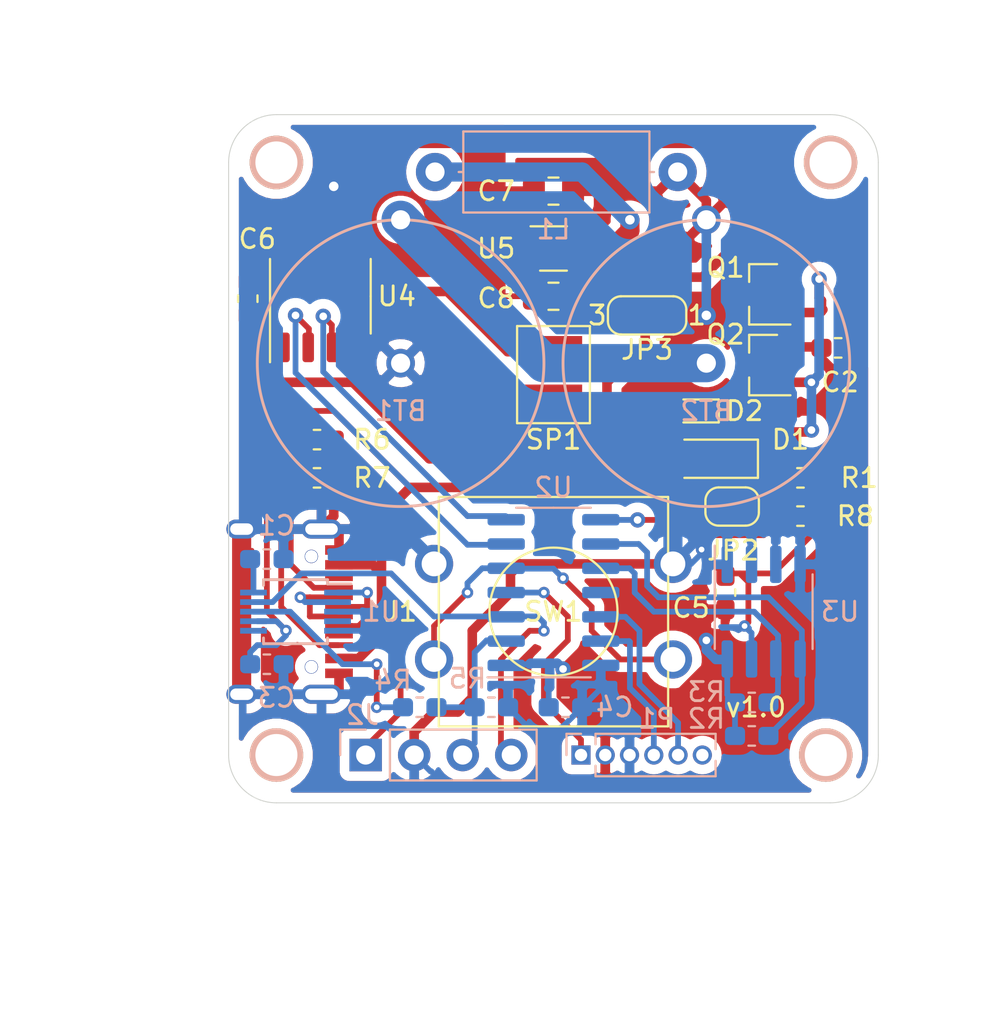
<source format=kicad_pcb>
(kicad_pcb (version 20171130) (host pcbnew "(5.1.2)-2")

  (general
    (thickness 1.6)
    (drawings 16)
    (tracks 386)
    (zones 0)
    (modules 39)
    (nets 37)
  )

  (page A4)
  (layers
    (0 F.Cu signal)
    (31 B.Cu signal)
    (32 B.Adhes user)
    (33 F.Adhes user)
    (34 B.Paste user)
    (35 F.Paste user)
    (36 B.SilkS user)
    (37 F.SilkS user)
    (38 B.Mask user)
    (39 F.Mask user)
    (40 Dwgs.User user)
    (41 Cmts.User user)
    (42 Eco1.User user)
    (43 Eco2.User user)
    (44 Edge.Cuts user)
    (45 Margin user)
    (46 B.CrtYd user)
    (47 F.CrtYd user)
    (48 B.Fab user)
    (49 F.Fab user)
  )

  (setup
    (last_trace_width 0.25)
    (user_trace_width 0.3)
    (user_trace_width 0.5)
    (user_trace_width 1)
    (user_trace_width 2)
    (trace_clearance 0.2)
    (zone_clearance 0.508)
    (zone_45_only yes)
    (trace_min 0.2)
    (via_size 0.8)
    (via_drill 0.4)
    (via_min_size 0.4)
    (via_min_drill 0.3)
    (user_via 0.6 0.3)
    (user_via 1 0.5)
    (uvia_size 0.3)
    (uvia_drill 0.1)
    (uvias_allowed no)
    (uvia_min_size 0.2)
    (uvia_min_drill 0.1)
    (edge_width 0.05)
    (segment_width 0.2)
    (pcb_text_width 0.3)
    (pcb_text_size 1.5 1.5)
    (mod_edge_width 0.12)
    (mod_text_size 1 1)
    (mod_text_width 0.15)
    (pad_size 1.524 1.524)
    (pad_drill 0.762)
    (pad_to_mask_clearance 0.051)
    (solder_mask_min_width 0.25)
    (aux_axis_origin 0 0)
    (grid_origin 20 20)
    (visible_elements 7FFFFFFF)
    (pcbplotparams
      (layerselection 0x010fc_ffffffff)
      (usegerberextensions false)
      (usegerberattributes false)
      (usegerberadvancedattributes false)
      (creategerberjobfile false)
      (excludeedgelayer true)
      (linewidth 0.100000)
      (plotframeref false)
      (viasonmask false)
      (mode 1)
      (useauxorigin false)
      (hpglpennumber 1)
      (hpglpenspeed 20)
      (hpglpendiameter 15.000000)
      (psnegative false)
      (psa4output false)
      (plotreference true)
      (plotvalue true)
      (plotinvisibletext false)
      (padsonsilk false)
      (subtractmaskfromsilk false)
      (outputformat 1)
      (mirror false)
      (drillshape 1)
      (scaleselection 1)
      (outputdirectory ""))
  )

  (net 0 "")
  (net 1 "Net-(BT1-Pad1)")
  (net 2 GND)
  (net 3 "Net-(C1-Pad1)")
  (net 4 VDD)
  (net 5 +5V)
  (net 6 /ConnectUSB)
  (net 7 /D+)
  (net 8 /D-)
  (net 9 "Net-(J1-PadA5)")
  (net 10 "Net-(J1-PadA8)")
  (net 11 "Net-(J1-PadB5)")
  (net 12 "Net-(J1-PadB8)")
  (net 13 /UART_PC2MC)
  (net 14 /UART_MC2PC)
  (net 15 /PIC_MCLR)
  (net 16 /PIC_ICSP_DAT)
  (net 17 /PIC_ICSP_CLK)
  (net 18 "Net-(P1-Pad6)")
  (net 19 "Net-(Q1-Pad3)")
  (net 20 /SDA)
  (net 21 /SCL)
  (net 22 "Net-(R4-Pad1)")
  (net 23 "Net-(SP1-Pad1)")
  (net 24 "Net-(SP1-Pad2)")
  (net 25 /SW)
  (net 26 "Net-(U1-Pad4)")
  (net 27 "Net-(U1-Pad6)")
  (net 28 /SPD1)
  (net 29 /SPD2)
  (net 30 "Net-(U4-Pad1)")
  (net 31 +BATT)
  (net 32 "Net-(C6-Pad1)")
  (net 33 +3V3)
  (net 34 "Net-(L1-Pad2)")
  (net 35 "Net-(U2-Pad11)")
  (net 36 "Net-(D1-Pad1)")

  (net_class Default "これはデフォルトのネット クラスです。"
    (clearance 0.2)
    (trace_width 0.25)
    (via_dia 0.8)
    (via_drill 0.4)
    (uvia_dia 0.3)
    (uvia_drill 0.1)
    (add_net +3V3)
    (add_net +5V)
    (add_net +BATT)
    (add_net /ConnectUSB)
    (add_net /D+)
    (add_net /D-)
    (add_net /PIC_ICSP_CLK)
    (add_net /PIC_ICSP_DAT)
    (add_net /PIC_MCLR)
    (add_net /SCL)
    (add_net /SDA)
    (add_net /SPD1)
    (add_net /SPD2)
    (add_net /SW)
    (add_net /UART_MC2PC)
    (add_net /UART_PC2MC)
    (add_net GND)
    (add_net "Net-(BT1-Pad1)")
    (add_net "Net-(C1-Pad1)")
    (add_net "Net-(C6-Pad1)")
    (add_net "Net-(D1-Pad1)")
    (add_net "Net-(J1-PadA5)")
    (add_net "Net-(J1-PadA8)")
    (add_net "Net-(J1-PadB5)")
    (add_net "Net-(J1-PadB8)")
    (add_net "Net-(L1-Pad2)")
    (add_net "Net-(P1-Pad6)")
    (add_net "Net-(Q1-Pad3)")
    (add_net "Net-(R4-Pad1)")
    (add_net "Net-(SP1-Pad1)")
    (add_net "Net-(SP1-Pad2)")
    (add_net "Net-(U1-Pad4)")
    (add_net "Net-(U1-Pad6)")
    (add_net "Net-(U2-Pad11)")
    (add_net "Net-(U4-Pad1)")
    (add_net VDD)
  )

  (module Resistor_SMD:R_0603_1608Metric_Pad1.05x0.95mm_HandSolder (layer F.Cu) (tedit 5B301BBD) (tstamp 5E1E21DA)
    (at 49.925 41)
    (descr "Resistor SMD 0603 (1608 Metric), square (rectangular) end terminal, IPC_7351 nominal with elongated pad for handsoldering. (Body size source: http://www.tortai-tech.com/upload/download/2011102023233369053.pdf), generated with kicad-footprint-generator")
    (tags "resistor handsolder")
    (path /5E23F057)
    (attr smd)
    (fp_text reference R8 (at 2.875 0) (layer F.SilkS)
      (effects (font (size 1 1) (thickness 0.15)))
    )
    (fp_text value 10k (at 0 1.43) (layer F.Fab)
      (effects (font (size 1 1) (thickness 0.15)))
    )
    (fp_text user %R (at 0 0) (layer F.Fab)
      (effects (font (size 0.4 0.4) (thickness 0.06)))
    )
    (fp_line (start 1.65 0.73) (end -1.65 0.73) (layer F.CrtYd) (width 0.05))
    (fp_line (start 1.65 -0.73) (end 1.65 0.73) (layer F.CrtYd) (width 0.05))
    (fp_line (start -1.65 -0.73) (end 1.65 -0.73) (layer F.CrtYd) (width 0.05))
    (fp_line (start -1.65 0.73) (end -1.65 -0.73) (layer F.CrtYd) (width 0.05))
    (fp_line (start -0.171267 0.51) (end 0.171267 0.51) (layer F.SilkS) (width 0.12))
    (fp_line (start -0.171267 -0.51) (end 0.171267 -0.51) (layer F.SilkS) (width 0.12))
    (fp_line (start 0.8 0.4) (end -0.8 0.4) (layer F.Fab) (width 0.1))
    (fp_line (start 0.8 -0.4) (end 0.8 0.4) (layer F.Fab) (width 0.1))
    (fp_line (start -0.8 -0.4) (end 0.8 -0.4) (layer F.Fab) (width 0.1))
    (fp_line (start -0.8 0.4) (end -0.8 -0.4) (layer F.Fab) (width 0.1))
    (pad 2 smd roundrect (at 0.875 0) (size 1.05 0.95) (layers F.Cu F.Paste F.Mask) (roundrect_rratio 0.25)
      (net 2 GND))
    (pad 1 smd roundrect (at -0.875 0) (size 1.05 0.95) (layers F.Cu F.Paste F.Mask) (roundrect_rratio 0.25)
      (net 6 /ConnectUSB))
    (model ${KISYS3DMOD}/Resistor_SMD.3dshapes/R_0603_1608Metric.wrl
      (at (xyz 0 0 0))
      (scale (xyz 1 1 1))
      (rotate (xyz 0 0 0))
    )
  )

  (module fues-connect:USB_C_01 (layer F.Cu) (tedit 5E1988C8) (tstamp 5E17E085)
    (at 26.5 46 270)
    (path /5E11FFE7)
    (fp_text reference J1 (at 0 -2.5 180) (layer F.SilkS)
      (effects (font (size 1 1) (thickness 0.15)))
    )
    (fp_text value USB_C_Receptacle (at 0 -3.04 90) (layer F.Fab)
      (effects (font (size 1 1) (thickness 0.15)))
    )
    (fp_line (start -4.445 8.42) (end 4.445 8.42) (layer Eco2.User) (width 0.12))
    (pad S1 thru_hole oval (at -4.32 5.82 270) (size 1 1.6) (drill oval 0.6 1.2) (layers *.Cu *.Mask)
      (net 2 GND))
    (pad S1 thru_hole oval (at 4.32 5.82 270) (size 1 1.6) (drill oval 0.6 1.2) (layers *.Cu *.Mask)
      (net 2 GND))
    (pad S1 thru_hole oval (at -4.32 1.64 270) (size 1 2.1) (drill oval 0.6 1.7) (layers *.Cu *.Mask)
      (net 2 GND))
    (pad S1 thru_hole oval (at 4.32 1.64 270) (size 1 2.1) (drill oval 0.6 1.7) (layers *.Cu *.Mask)
      (net 2 GND))
    (pad "" np_thru_hole circle (at -2.89 2.17 270) (size 0.7 0.7) (drill 0.65) (layers *.Cu *.Mask))
    (pad "" np_thru_hole circle (at 2.89 2.17 270) (size 0.7 0.7) (drill 0.65) (layers *.Cu *.Mask))
    (pad A1 smd rect (at -3.225 0.725 270) (size 0.5 1.45) (layers F.Cu F.Paste F.Mask)
      (net 2 GND))
    (pad A4 smd rect (at 2.45 0.725 270) (size 0.5 1.45) (layers F.Cu F.Paste F.Mask)
      (net 5 +5V))
    (pad A4 smd rect (at -2.45 0.725 270) (size 0.5 1.45) (layers F.Cu F.Paste F.Mask)
      (net 5 +5V))
    (pad A1 smd rect (at 3.225 0.725 270) (size 0.5 1.45) (layers F.Cu F.Paste F.Mask)
      (net 2 GND))
    (pad B8 smd rect (at -1.75 0.725 270) (size 0.3 1.45) (layers F.Cu F.Paste F.Mask)
      (net 12 "Net-(J1-PadB8)"))
    (pad B5 smd rect (at 1.75 0.725 270) (size 0.3 1.45) (layers F.Cu F.Paste F.Mask)
      (net 11 "Net-(J1-PadB5)"))
    (pad A8 smd rect (at 1.25 0.725 270) (size 0.3 1.45) (layers F.Cu F.Paste F.Mask)
      (net 10 "Net-(J1-PadA8)"))
    (pad A5 smd rect (at -1.25 0.725 270) (size 0.3 1.45) (layers F.Cu F.Paste F.Mask)
      (net 9 "Net-(J1-PadA5)"))
    (pad B7 smd rect (at -0.75 0.725 270) (size 0.3 1.45) (layers F.Cu F.Paste F.Mask)
      (net 8 /D-))
    (pad B6 smd rect (at 0.75 0.725 270) (size 0.3 1.45) (layers F.Cu F.Paste F.Mask)
      (net 7 /D+))
    (pad A7 smd rect (at 0.25 0.725 270) (size 0.3 1.45) (layers F.Cu F.Paste F.Mask)
      (net 8 /D-))
    (pad A6 smd rect (at -0.25 0.725 270) (size 0.3 1.45) (layers F.Cu F.Paste F.Mask)
      (net 7 /D+))
  )

  (module Capacitor_SMD:C_0603_1608Metric_Pad1.05x0.95mm_HandSolder (layer F.Cu) (tedit 5B301BBE) (tstamp 5E17E03E)
    (at 21 29.625 90)
    (descr "Capacitor SMD 0603 (1608 Metric), square (rectangular) end terminal, IPC_7351 nominal with elongated pad for handsoldering. (Body size source: http://www.tortai-tech.com/upload/download/2011102023233369053.pdf), generated with kicad-footprint-generator")
    (tags "capacitor handsolder")
    (path /5E2BAE25)
    (attr smd)
    (fp_text reference C6 (at 3.125 0.5 180) (layer F.SilkS)
      (effects (font (size 1 1) (thickness 0.15)))
    )
    (fp_text value 0.1u (at 0 1.43 90) (layer F.Fab)
      (effects (font (size 1 1) (thickness 0.15)))
    )
    (fp_text user %R (at 0 0 90) (layer F.Fab)
      (effects (font (size 0.4 0.4) (thickness 0.06)))
    )
    (fp_line (start 1.65 0.73) (end -1.65 0.73) (layer F.CrtYd) (width 0.05))
    (fp_line (start 1.65 -0.73) (end 1.65 0.73) (layer F.CrtYd) (width 0.05))
    (fp_line (start -1.65 -0.73) (end 1.65 -0.73) (layer F.CrtYd) (width 0.05))
    (fp_line (start -1.65 0.73) (end -1.65 -0.73) (layer F.CrtYd) (width 0.05))
    (fp_line (start -0.171267 0.51) (end 0.171267 0.51) (layer F.SilkS) (width 0.12))
    (fp_line (start -0.171267 -0.51) (end 0.171267 -0.51) (layer F.SilkS) (width 0.12))
    (fp_line (start 0.8 0.4) (end -0.8 0.4) (layer F.Fab) (width 0.1))
    (fp_line (start 0.8 -0.4) (end 0.8 0.4) (layer F.Fab) (width 0.1))
    (fp_line (start -0.8 -0.4) (end 0.8 -0.4) (layer F.Fab) (width 0.1))
    (fp_line (start -0.8 0.4) (end -0.8 -0.4) (layer F.Fab) (width 0.1))
    (pad 2 smd roundrect (at 0.875 0 90) (size 1.05 0.95) (layers F.Cu F.Paste F.Mask) (roundrect_rratio 0.25)
      (net 2 GND))
    (pad 1 smd roundrect (at -0.875 0 90) (size 1.05 0.95) (layers F.Cu F.Paste F.Mask) (roundrect_rratio 0.25)
      (net 32 "Net-(C6-Pad1)"))
    (model ${KISYS3DMOD}/Capacitor_SMD.3dshapes/C_0603_1608Metric.wrl
      (at (xyz 0 0 0))
      (scale (xyz 1 1 1))
      (rotate (xyz 0 0 0))
    )
  )

  (module Package_SO:SSOP-8_3.9x5.05mm_P1.27mm (layer F.Cu) (tedit 5B9564B2) (tstamp 5E17E1F5)
    (at 24.8 29.5 90)
    (descr "SSOP, 8 Pin (http://www.fujitsu.com/downloads/MICRO/fsa/pdf/products/memory/fram/MB85RS16-DS501-00014-6v0-E.pdf), generated with kicad-footprint-generator ipc_gullwing_generator.py")
    (tags "SSOP SO")
    (path /5E188C79)
    (attr smd)
    (fp_text reference U4 (at 0 4 180) (layer F.SilkS)
      (effects (font (size 1 1) (thickness 0.15)))
    )
    (fp_text value TC118SS (at 0 3.48 90) (layer F.Fab)
      (effects (font (size 1 1) (thickness 0.15)))
    )
    (fp_line (start 0 2.635) (end 0 2.635) (layer B.Fab) (width 0.12))
    (fp_line (start 0 2.635) (end 1.95 2.635) (layer F.SilkS) (width 0.12))
    (fp_line (start 0 2.635) (end -1.95 2.635) (layer F.SilkS) (width 0.12))
    (fp_line (start 0 -2.635) (end 1.95 -2.635) (layer F.SilkS) (width 0.12))
    (fp_line (start 0 -2.635) (end -3.45 -2.635) (layer F.SilkS) (width 0.12))
    (fp_line (start -0.975 -2.525) (end 1.95 -2.525) (layer F.Fab) (width 0.1))
    (fp_line (start 1.95 -2.525) (end 1.95 2.525) (layer F.Fab) (width 0.1))
    (fp_line (start 1.95 2.525) (end -1.95 2.525) (layer F.Fab) (width 0.1))
    (fp_line (start -1.95 2.525) (end -1.95 -1.55) (layer F.Fab) (width 0.1))
    (fp_line (start -1.95 -1.55) (end -0.975 -2.525) (layer F.Fab) (width 0.1))
    (fp_line (start -3.7 -2.78) (end -3.7 2.78) (layer F.CrtYd) (width 0.05))
    (fp_line (start -3.7 2.78) (end 3.7 2.78) (layer F.CrtYd) (width 0.05))
    (fp_line (start 3.7 2.78) (end 3.7 -2.78) (layer F.CrtYd) (width 0.05))
    (fp_line (start 3.7 -2.78) (end -3.7 -2.78) (layer F.CrtYd) (width 0.05))
    (fp_text user %R (at 0 0 90) (layer F.Fab)
      (effects (font (size 0.98 0.98) (thickness 0.15)))
    )
    (pad 1 smd roundrect (at -2.675 -1.905 90) (size 1.55 0.6) (layers F.Cu F.Paste F.Mask) (roundrect_rratio 0.25)
      (net 30 "Net-(U4-Pad1)"))
    (pad 2 smd roundrect (at -2.675 -0.635 90) (size 1.55 0.6) (layers F.Cu F.Paste F.Mask) (roundrect_rratio 0.25)
      (net 28 /SPD1))
    (pad 3 smd roundrect (at -2.675 0.635 90) (size 1.55 0.6) (layers F.Cu F.Paste F.Mask) (roundrect_rratio 0.25)
      (net 29 /SPD2))
    (pad 4 smd roundrect (at -2.675 1.905 90) (size 1.55 0.6) (layers F.Cu F.Paste F.Mask) (roundrect_rratio 0.25)
      (net 32 "Net-(C6-Pad1)"))
    (pad 5 smd roundrect (at 2.675 1.905 90) (size 1.55 0.6) (layers F.Cu F.Paste F.Mask) (roundrect_rratio 0.25)
      (net 24 "Net-(SP1-Pad2)"))
    (pad 6 smd roundrect (at 2.675 0.635 90) (size 1.55 0.6) (layers F.Cu F.Paste F.Mask) (roundrect_rratio 0.25)
      (net 2 GND))
    (pad 7 smd roundrect (at 2.675 -0.635 90) (size 1.55 0.6) (layers F.Cu F.Paste F.Mask) (roundrect_rratio 0.25)
      (net 2 GND))
    (pad 8 smd roundrect (at 2.675 -1.905 90) (size 1.55 0.6) (layers F.Cu F.Paste F.Mask) (roundrect_rratio 0.25)
      (net 23 "Net-(SP1-Pad1)"))
    (model ${KISYS3DMOD}/Package_SO.3dshapes/SSOP-8_3.9x5.05mm_P1.27mm.wrl
      (at (xyz 0 0 0))
      (scale (xyz 1 1 1))
      (rotate (xyz 0 0 0))
    )
  )

  (module fues-connect:2.54-2pin-lay (layer F.Cu) (tedit 5E19601F) (tstamp 5E17E174)
    (at 37 33.6 90)
    (path /5DCD9E68)
    (fp_text reference SP1 (at -3.4 0 180) (layer F.SilkS)
      (effects (font (size 1 1) (thickness 0.15)))
    )
    (fp_text value buzzer (at 0 -0.5 90) (layer F.Fab)
      (effects (font (size 1 1) (thickness 0.15)))
    )
    (fp_line (start -2.54 1.905) (end -2.54 -1.905) (layer F.SilkS) (width 0.12))
    (fp_line (start 2.54 1.905) (end -2.54 1.905) (layer F.SilkS) (width 0.12))
    (fp_line (start 2.54 -1.905) (end 2.54 1.905) (layer F.SilkS) (width 0.12))
    (fp_line (start -2.54 -1.905) (end 2.54 -1.905) (layer F.SilkS) (width 0.12))
    (pad 2 smd rect (at 1.27 0 90) (size 1.5 3) (layers F.Cu F.Paste F.Mask)
      (net 24 "Net-(SP1-Pad2)"))
    (pad 1 smd rect (at -1.27 0 90) (size 1.5 3) (layers F.Cu F.Paste F.Mask)
      (net 23 "Net-(SP1-Pad1)"))
  )

  (module Capacitor_SMD:C_0805_2012Metric_Pad1.15x1.40mm_HandSolder (layer F.Cu) (tedit 5B36C52B) (tstamp 5E19C1CF)
    (at 37 29.5 180)
    (descr "Capacitor SMD 0805 (2012 Metric), square (rectangular) end terminal, IPC_7351 nominal with elongated pad for handsoldering. (Body size source: https://docs.google.com/spreadsheets/d/1BsfQQcO9C6DZCsRaXUlFlo91Tg2WpOkGARC1WS5S8t0/edit?usp=sharing), generated with kicad-footprint-generator")
    (tags "capacitor handsolder")
    (path /5E23407C)
    (attr smd)
    (fp_text reference C8 (at 3 -0.1) (layer F.SilkS)
      (effects (font (size 1 1) (thickness 0.15)))
    )
    (fp_text value C (at 0 1.65) (layer F.Fab)
      (effects (font (size 1 1) (thickness 0.15)))
    )
    (fp_text user %R (at 0 0) (layer F.Fab)
      (effects (font (size 0.5 0.5) (thickness 0.08)))
    )
    (fp_line (start 1.85 0.95) (end -1.85 0.95) (layer F.CrtYd) (width 0.05))
    (fp_line (start 1.85 -0.95) (end 1.85 0.95) (layer F.CrtYd) (width 0.05))
    (fp_line (start -1.85 -0.95) (end 1.85 -0.95) (layer F.CrtYd) (width 0.05))
    (fp_line (start -1.85 0.95) (end -1.85 -0.95) (layer F.CrtYd) (width 0.05))
    (fp_line (start -0.261252 0.71) (end 0.261252 0.71) (layer F.SilkS) (width 0.12))
    (fp_line (start -0.261252 -0.71) (end 0.261252 -0.71) (layer F.SilkS) (width 0.12))
    (fp_line (start 1 0.6) (end -1 0.6) (layer F.Fab) (width 0.1))
    (fp_line (start 1 -0.6) (end 1 0.6) (layer F.Fab) (width 0.1))
    (fp_line (start -1 -0.6) (end 1 -0.6) (layer F.Fab) (width 0.1))
    (fp_line (start -1 0.6) (end -1 -0.6) (layer F.Fab) (width 0.1))
    (pad 2 smd roundrect (at 1.025 0 180) (size 1.15 1.4) (layers F.Cu F.Paste F.Mask) (roundrect_rratio 0.217391)
      (net 2 GND))
    (pad 1 smd roundrect (at -1.025 0 180) (size 1.15 1.4) (layers F.Cu F.Paste F.Mask) (roundrect_rratio 0.217391)
      (net 33 +3V3))
    (model ${KISYS3DMOD}/Capacitor_SMD.3dshapes/C_0805_2012Metric.wrl
      (at (xyz 0 0 0))
      (scale (xyz 1 1 1))
      (rotate (xyz 0 0 0))
    )
  )

  (module Connector_PinHeader_1.27mm:PinHeader_1x06_P1.27mm_Vertical (layer B.Cu) (tedit 59FED6E3) (tstamp 5E17E0D8)
    (at 38.44 53.5 270)
    (descr "Through hole straight pin header, 1x06, 1.27mm pitch, single row")
    (tags "Through hole pin header THT 1x06 1.27mm single row")
    (path /5DCAD97F)
    (fp_text reference P1 (at -1.9 -3.96 180) (layer B.SilkS)
      (effects (font (size 1 1) (thickness 0.15)) (justify mirror))
    )
    (fp_text value ICSPforPICKit (at 0 -8.045 90) (layer B.Fab)
      (effects (font (size 1 1) (thickness 0.15)) (justify mirror))
    )
    (fp_text user %R (at 0 -3.175 180) (layer B.Fab)
      (effects (font (size 1 1) (thickness 0.15)) (justify mirror))
    )
    (fp_line (start 1.55 1.15) (end -1.55 1.15) (layer B.CrtYd) (width 0.05))
    (fp_line (start 1.55 -7.5) (end 1.55 1.15) (layer B.CrtYd) (width 0.05))
    (fp_line (start -1.55 -7.5) (end 1.55 -7.5) (layer B.CrtYd) (width 0.05))
    (fp_line (start -1.55 1.15) (end -1.55 -7.5) (layer B.CrtYd) (width 0.05))
    (fp_line (start -1.11 0.76) (end 0 0.76) (layer B.SilkS) (width 0.12))
    (fp_line (start -1.11 0) (end -1.11 0.76) (layer B.SilkS) (width 0.12))
    (fp_line (start 0.563471 -0.76) (end 1.11 -0.76) (layer B.SilkS) (width 0.12))
    (fp_line (start -1.11 -0.76) (end -0.563471 -0.76) (layer B.SilkS) (width 0.12))
    (fp_line (start 1.11 -0.76) (end 1.11 -7.045) (layer B.SilkS) (width 0.12))
    (fp_line (start -1.11 -0.76) (end -1.11 -7.045) (layer B.SilkS) (width 0.12))
    (fp_line (start 0.30753 -7.045) (end 1.11 -7.045) (layer B.SilkS) (width 0.12))
    (fp_line (start -1.11 -7.045) (end -0.30753 -7.045) (layer B.SilkS) (width 0.12))
    (fp_line (start -1.05 0.11) (end -0.525 0.635) (layer B.Fab) (width 0.1))
    (fp_line (start -1.05 -6.985) (end -1.05 0.11) (layer B.Fab) (width 0.1))
    (fp_line (start 1.05 -6.985) (end -1.05 -6.985) (layer B.Fab) (width 0.1))
    (fp_line (start 1.05 0.635) (end 1.05 -6.985) (layer B.Fab) (width 0.1))
    (fp_line (start -0.525 0.635) (end 1.05 0.635) (layer B.Fab) (width 0.1))
    (pad 6 thru_hole oval (at 0 -6.35 270) (size 1 1) (drill 0.65) (layers *.Cu *.Mask)
      (net 18 "Net-(P1-Pad6)"))
    (pad 5 thru_hole oval (at 0 -5.08 270) (size 1 1) (drill 0.65) (layers *.Cu *.Mask)
      (net 17 /PIC_ICSP_CLK))
    (pad 4 thru_hole oval (at 0 -3.81 270) (size 1 1) (drill 0.65) (layers *.Cu *.Mask)
      (net 16 /PIC_ICSP_DAT))
    (pad 3 thru_hole oval (at 0 -2.54 270) (size 1 1) (drill 0.65) (layers *.Cu *.Mask)
      (net 2 GND))
    (pad 2 thru_hole oval (at 0 -1.27 270) (size 1 1) (drill 0.65) (layers *.Cu *.Mask)
      (net 4 VDD))
    (pad 1 thru_hole rect (at 0 0 270) (size 1 1) (drill 0.65) (layers *.Cu *.Mask)
      (net 15 /PIC_MCLR))
    (model ${KISYS3DMOD}/Connector_PinHeader_1.27mm.3dshapes/PinHeader_1x06_P1.27mm_Vertical.wrl
      (at (xyz 0 0 0))
      (scale (xyz 1 1 1))
      (rotate (xyz 0 0 0))
    )
  )

  (module Inductor_THT:L_Axial_L9.5mm_D4.0mm_P12.70mm_Horizontal_Fastron_SMCC (layer B.Cu) (tedit 5AE59B05) (tstamp 5E18719C)
    (at 43.5 23 180)
    (descr "Inductor, Axial series, Axial, Horizontal, pin pitch=12.7mm, , length*diameter=9.5*4mm^2, Fastron, SMCC, http://cdn-reichelt.de/documents/datenblatt/B400/DS_SMCC_NEU.pdf, http://cdn-reichelt.de/documents/datenblatt/B400/LEADEDINDUCTORS.pdf")
    (tags "Inductor Axial series Axial Horizontal pin pitch 12.7mm  length 9.5mm diameter 4mm Fastron SMCC")
    (path /5E1E115C)
    (fp_text reference L1 (at 6.5 -3) (layer B.SilkS)
      (effects (font (size 1 1) (thickness 0.15)) (justify mirror))
    )
    (fp_text value L (at 6.35 -3.12) (layer B.Fab)
      (effects (font (size 1 1) (thickness 0.15)) (justify mirror))
    )
    (fp_text user %R (at 6.35 0) (layer B.Fab)
      (effects (font (size 1 1) (thickness 0.15)) (justify mirror))
    )
    (fp_line (start 13.95 2.25) (end -1.25 2.25) (layer B.CrtYd) (width 0.05))
    (fp_line (start 13.95 -2.25) (end 13.95 2.25) (layer B.CrtYd) (width 0.05))
    (fp_line (start -1.25 -2.25) (end 13.95 -2.25) (layer B.CrtYd) (width 0.05))
    (fp_line (start -1.25 2.25) (end -1.25 -2.25) (layer B.CrtYd) (width 0.05))
    (fp_line (start 11.46 0) (end 11.22 0) (layer B.SilkS) (width 0.12))
    (fp_line (start 1.24 0) (end 1.48 0) (layer B.SilkS) (width 0.12))
    (fp_line (start 11.22 2.12) (end 1.48 2.12) (layer B.SilkS) (width 0.12))
    (fp_line (start 11.22 -2.12) (end 11.22 2.12) (layer B.SilkS) (width 0.12))
    (fp_line (start 1.48 -2.12) (end 11.22 -2.12) (layer B.SilkS) (width 0.12))
    (fp_line (start 1.48 2.12) (end 1.48 -2.12) (layer B.SilkS) (width 0.12))
    (fp_line (start 12.7 0) (end 11.1 0) (layer B.Fab) (width 0.1))
    (fp_line (start 0 0) (end 1.6 0) (layer B.Fab) (width 0.1))
    (fp_line (start 11.1 2) (end 1.6 2) (layer B.Fab) (width 0.1))
    (fp_line (start 11.1 -2) (end 11.1 2) (layer B.Fab) (width 0.1))
    (fp_line (start 1.6 -2) (end 11.1 -2) (layer B.Fab) (width 0.1))
    (fp_line (start 1.6 2) (end 1.6 -2) (layer B.Fab) (width 0.1))
    (pad 2 thru_hole oval (at 12.7 0 180) (size 2 2) (drill 1) (layers *.Cu *.Mask)
      (net 34 "Net-(L1-Pad2)"))
    (pad 1 thru_hole circle (at 0 0 180) (size 2 2) (drill 1) (layers *.Cu *.Mask)
      (net 31 +BATT))
    (model ${KISYS3DMOD}/Inductor_THT.3dshapes/L_Axial_L9.5mm_D4.0mm_P12.70mm_Horizontal_Fastron_SMCC.wrl
      (at (xyz 0 0 0))
      (scale (xyz 1 1 1))
      (rotate (xyz 0 0 0))
    )
  )

  (module Resistor_SMD:R_0603_1608Metric_Pad1.05x0.95mm_HandSolder (layer F.Cu) (tedit 5B301BBD) (tstamp 5E190F8A)
    (at 24.625 39)
    (descr "Resistor SMD 0603 (1608 Metric), square (rectangular) end terminal, IPC_7351 nominal with elongated pad for handsoldering. (Body size source: http://www.tortai-tech.com/upload/download/2011102023233369053.pdf), generated with kicad-footprint-generator")
    (tags "resistor handsolder")
    (path /5E4A65E0)
    (attr smd)
    (fp_text reference R7 (at 2.875 0) (layer F.SilkS)
      (effects (font (size 1 1) (thickness 0.15)))
    )
    (fp_text value 5.1k (at 0 1.43) (layer F.Fab)
      (effects (font (size 1 1) (thickness 0.15)))
    )
    (fp_text user %R (at 0 0) (layer F.Fab)
      (effects (font (size 0.4 0.4) (thickness 0.06)))
    )
    (fp_line (start 1.65 0.73) (end -1.65 0.73) (layer F.CrtYd) (width 0.05))
    (fp_line (start 1.65 -0.73) (end 1.65 0.73) (layer F.CrtYd) (width 0.05))
    (fp_line (start -1.65 -0.73) (end 1.65 -0.73) (layer F.CrtYd) (width 0.05))
    (fp_line (start -1.65 0.73) (end -1.65 -0.73) (layer F.CrtYd) (width 0.05))
    (fp_line (start -0.171267 0.51) (end 0.171267 0.51) (layer F.SilkS) (width 0.12))
    (fp_line (start -0.171267 -0.51) (end 0.171267 -0.51) (layer F.SilkS) (width 0.12))
    (fp_line (start 0.8 0.4) (end -0.8 0.4) (layer F.Fab) (width 0.1))
    (fp_line (start 0.8 -0.4) (end 0.8 0.4) (layer F.Fab) (width 0.1))
    (fp_line (start -0.8 -0.4) (end 0.8 -0.4) (layer F.Fab) (width 0.1))
    (fp_line (start -0.8 0.4) (end -0.8 -0.4) (layer F.Fab) (width 0.1))
    (pad 2 smd roundrect (at 0.875 0) (size 1.05 0.95) (layers F.Cu F.Paste F.Mask) (roundrect_rratio 0.25)
      (net 2 GND))
    (pad 1 smd roundrect (at -0.875 0) (size 1.05 0.95) (layers F.Cu F.Paste F.Mask) (roundrect_rratio 0.25)
      (net 9 "Net-(J1-PadA5)"))
    (model ${KISYS3DMOD}/Resistor_SMD.3dshapes/R_0603_1608Metric.wrl
      (at (xyz 0 0 0))
      (scale (xyz 1 1 1))
      (rotate (xyz 0 0 0))
    )
  )

  (module Resistor_SMD:R_0603_1608Metric_Pad1.05x0.95mm_HandSolder (layer F.Cu) (tedit 5B301BBD) (tstamp 5E190F79)
    (at 24.625 37)
    (descr "Resistor SMD 0603 (1608 Metric), square (rectangular) end terminal, IPC_7351 nominal with elongated pad for handsoldering. (Body size source: http://www.tortai-tech.com/upload/download/2011102023233369053.pdf), generated with kicad-footprint-generator")
    (tags "resistor handsolder")
    (path /5E4A599C)
    (attr smd)
    (fp_text reference R6 (at 2.875 0) (layer F.SilkS)
      (effects (font (size 1 1) (thickness 0.15)))
    )
    (fp_text value 5.1k (at 0 1.43) (layer F.Fab)
      (effects (font (size 1 1) (thickness 0.15)))
    )
    (fp_text user %R (at 0 0) (layer F.Fab)
      (effects (font (size 0.4 0.4) (thickness 0.06)))
    )
    (fp_line (start 1.65 0.73) (end -1.65 0.73) (layer F.CrtYd) (width 0.05))
    (fp_line (start 1.65 -0.73) (end 1.65 0.73) (layer F.CrtYd) (width 0.05))
    (fp_line (start -1.65 -0.73) (end 1.65 -0.73) (layer F.CrtYd) (width 0.05))
    (fp_line (start -1.65 0.73) (end -1.65 -0.73) (layer F.CrtYd) (width 0.05))
    (fp_line (start -0.171267 0.51) (end 0.171267 0.51) (layer F.SilkS) (width 0.12))
    (fp_line (start -0.171267 -0.51) (end 0.171267 -0.51) (layer F.SilkS) (width 0.12))
    (fp_line (start 0.8 0.4) (end -0.8 0.4) (layer F.Fab) (width 0.1))
    (fp_line (start 0.8 -0.4) (end 0.8 0.4) (layer F.Fab) (width 0.1))
    (fp_line (start -0.8 -0.4) (end 0.8 -0.4) (layer F.Fab) (width 0.1))
    (fp_line (start -0.8 0.4) (end -0.8 -0.4) (layer F.Fab) (width 0.1))
    (pad 2 smd roundrect (at 0.875 0) (size 1.05 0.95) (layers F.Cu F.Paste F.Mask) (roundrect_rratio 0.25)
      (net 2 GND))
    (pad 1 smd roundrect (at -0.875 0) (size 1.05 0.95) (layers F.Cu F.Paste F.Mask) (roundrect_rratio 0.25)
      (net 11 "Net-(J1-PadB5)"))
    (model ${KISYS3DMOD}/Resistor_SMD.3dshapes/R_0603_1608Metric.wrl
      (at (xyz 0 0 0))
      (scale (xyz 1 1 1))
      (rotate (xyz 0 0 0))
    )
  )

  (module fues-Battery_Holders:CH23-1225 (layer B.Cu) (tedit 5E186859) (tstamp 5E17DFD1)
    (at 29 33)
    (path /5DCB0DED)
    (fp_text reference BT1 (at 0 2.5) (layer B.SilkS)
      (effects (font (size 1 1) (thickness 0.15)) (justify mirror))
    )
    (fp_text value Battery_Cell (at 0 -2.5) (layer B.Fab)
      (effects (font (size 1 1) (thickness 0.15)) (justify mirror))
    )
    (fp_circle (center 0 0) (end 7.5 0) (layer B.SilkS) (width 0.15))
    (pad 1 thru_hole circle (at 0 -7.5) (size 1.5 1.5) (drill 1) (layers *.Cu *.Mask)
      (net 1 "Net-(BT1-Pad1)"))
    (pad 2 thru_hole circle (at 0 0) (size 1.5 1.5) (drill 1) (layers *.Cu *.Mask)
      (net 2 GND))
  )

  (module fues-Battery_Holders:CH23-1225 (layer B.Cu) (tedit 5E186859) (tstamp 5E17DFD8)
    (at 45 33)
    (path /5E225249)
    (fp_text reference BT2 (at 0 2.5) (layer B.SilkS)
      (effects (font (size 1 1) (thickness 0.15)) (justify mirror))
    )
    (fp_text value Battery_Cell (at 0 -2.5) (layer B.Fab)
      (effects (font (size 1 1) (thickness 0.15)) (justify mirror))
    )
    (fp_circle (center 0 0) (end 7.5 0) (layer B.SilkS) (width 0.15))
    (pad 1 thru_hole circle (at 0 -7.5) (size 1.5 1.5) (drill 1) (layers *.Cu *.Mask)
      (net 31 +BATT))
    (pad 2 thru_hole circle (at 0 0) (size 1.5 1.5) (drill 1) (layers *.Cu *.Mask)
      (net 1 "Net-(BT1-Pad1)"))
  )

  (module Jumper:SolderJumper-2_P1.3mm_Open_RoundedPad1.0x1.5mm (layer F.Cu) (tedit 5B391E66) (tstamp 5E17E0BE)
    (at 46.35 40.5)
    (descr "SMD Solder Jumper, 1x1.5mm, rounded Pads, 0.3mm gap, open")
    (tags "solder jumper open")
    (path /5E4C1610)
    (attr virtual)
    (fp_text reference JP2 (at 0.05 2.3) (layer F.SilkS)
      (effects (font (size 1 1) (thickness 0.15)))
    )
    (fp_text value D1_Bridge (at 0 1.9) (layer F.Fab)
      (effects (font (size 1 1) (thickness 0.15)))
    )
    (fp_line (start 1.65 1.25) (end -1.65 1.25) (layer F.CrtYd) (width 0.05))
    (fp_line (start 1.65 1.25) (end 1.65 -1.25) (layer F.CrtYd) (width 0.05))
    (fp_line (start -1.65 -1.25) (end -1.65 1.25) (layer F.CrtYd) (width 0.05))
    (fp_line (start -1.65 -1.25) (end 1.65 -1.25) (layer F.CrtYd) (width 0.05))
    (fp_line (start -0.7 -1) (end 0.7 -1) (layer F.SilkS) (width 0.12))
    (fp_line (start 1.4 -0.3) (end 1.4 0.3) (layer F.SilkS) (width 0.12))
    (fp_line (start 0.7 1) (end -0.7 1) (layer F.SilkS) (width 0.12))
    (fp_line (start -1.4 0.3) (end -1.4 -0.3) (layer F.SilkS) (width 0.12))
    (fp_arc (start -0.7 -0.3) (end -0.7 -1) (angle -90) (layer F.SilkS) (width 0.12))
    (fp_arc (start -0.7 0.3) (end -1.4 0.3) (angle -90) (layer F.SilkS) (width 0.12))
    (fp_arc (start 0.7 0.3) (end 0.7 1) (angle -90) (layer F.SilkS) (width 0.12))
    (fp_arc (start 0.7 -0.3) (end 1.4 -0.3) (angle -90) (layer F.SilkS) (width 0.12))
    (pad 2 smd custom (at 0.65 0) (size 1 0.5) (layers F.Cu F.Mask)
      (net 36 "Net-(D1-Pad1)") (zone_connect 2)
      (options (clearance outline) (anchor rect))
      (primitives
        (gr_circle (center 0 0.25) (end 0.5 0.25) (width 0))
        (gr_circle (center 0 -0.25) (end 0.5 -0.25) (width 0))
        (gr_poly (pts
           (xy 0 -0.75) (xy -0.5 -0.75) (xy -0.5 0.75) (xy 0 0.75)) (width 0))
      ))
    (pad 1 smd custom (at -0.65 0) (size 1 0.5) (layers F.Cu F.Mask)
      (net 5 +5V) (zone_connect 2)
      (options (clearance outline) (anchor rect))
      (primitives
        (gr_circle (center 0 0.25) (end 0.5 0.25) (width 0))
        (gr_circle (center 0 -0.25) (end 0.5 -0.25) (width 0))
        (gr_poly (pts
           (xy 0 -0.75) (xy 0.5 -0.75) (xy 0.5 0.75) (xy 0 0.75)) (width 0))
      ))
  )

  (module fues-mounting_hole:M2-drillHole (layer F.Cu) (tedit 5E18665F) (tstamp 5E193C50)
    (at 51.25 53.5)
    (path /5E3A17BC)
    (fp_text reference H4 (at 0 0.5) (layer F.SilkS) hide
      (effects (font (size 1 1) (thickness 0.15)))
    )
    (fp_text value MountingHole (at 0 -0.5) (layer F.Fab) hide
      (effects (font (size 1 1) (thickness 0.15)))
    )
    (pad "" np_thru_hole circle (at 0 0) (size 2.8 2.8) (drill 2.2) (layers *.Cu *.SilkS *.Mask))
  )

  (module fues-mounting_hole:M2-drillHole (layer F.Cu) (tedit 5E18665F) (tstamp 5E18CF1F)
    (at 51.5 22.5)
    (path /5E3A17C6)
    (fp_text reference H3 (at 0 0.5) (layer F.SilkS) hide
      (effects (font (size 1 1) (thickness 0.15)))
    )
    (fp_text value MountingHole (at 0 -0.5) (layer F.Fab) hide
      (effects (font (size 1 1) (thickness 0.15)))
    )
    (pad "" np_thru_hole circle (at 0 0) (size 2.8 2.8) (drill 2.2) (layers *.Cu *.SilkS *.Mask))
  )

  (module fues-mounting_hole:M2-drillHole (layer F.Cu) (tedit 5E18665F) (tstamp 5E18CF1A)
    (at 22.5 53.5)
    (path /5E3A0D82)
    (fp_text reference H2 (at 0 0.5) (layer F.SilkS) hide
      (effects (font (size 1 1) (thickness 0.15)))
    )
    (fp_text value MountingHole (at 0 -0.5) (layer F.Fab) hide
      (effects (font (size 1 1) (thickness 0.15)))
    )
    (pad "" np_thru_hole circle (at 0 0) (size 2.8 2.8) (drill 2.2) (layers *.Cu *.SilkS *.Mask))
  )

  (module fues-mounting_hole:M2-drillHole (layer F.Cu) (tedit 5E18665F) (tstamp 5E18CF15)
    (at 22.5 22.5)
    (path /5E3A1075)
    (fp_text reference H1 (at 0 0.5) (layer F.SilkS) hide
      (effects (font (size 1 1) (thickness 0.15)))
    )
    (fp_text value MountingHole (at 0 -0.5) (layer F.Fab) hide
      (effects (font (size 1 1) (thickness 0.15)))
    )
    (pad "" np_thru_hole circle (at 0 0) (size 2.8 2.8) (drill 2.2) (layers *.Cu *.SilkS *.Mask))
  )

  (module Package_TO_SOT_SMD:SOT-363_SC-70-6 (layer F.Cu) (tedit 5A02FF57) (tstamp 5E187404)
    (at 37 27)
    (descr "SOT-363, SC-70-6")
    (tags "SOT-363 SC-70-6")
    (path /5E1A8ED5)
    (attr smd)
    (fp_text reference U5 (at -3 0) (layer F.SilkS)
      (effects (font (size 1 1) (thickness 0.15)))
    )
    (fp_text value TLV61225 (at 0 2 180) (layer F.Fab)
      (effects (font (size 1 1) (thickness 0.15)))
    )
    (fp_line (start -0.175 -1.1) (end -0.675 -0.6) (layer F.Fab) (width 0.1))
    (fp_line (start 0.675 1.1) (end -0.675 1.1) (layer F.Fab) (width 0.1))
    (fp_line (start 0.675 -1.1) (end 0.675 1.1) (layer F.Fab) (width 0.1))
    (fp_line (start -1.6 1.4) (end 1.6 1.4) (layer F.CrtYd) (width 0.05))
    (fp_line (start -0.675 -0.6) (end -0.675 1.1) (layer F.Fab) (width 0.1))
    (fp_line (start 0.675 -1.1) (end -0.175 -1.1) (layer F.Fab) (width 0.1))
    (fp_line (start -1.6 -1.4) (end 1.6 -1.4) (layer F.CrtYd) (width 0.05))
    (fp_line (start -1.6 -1.4) (end -1.6 1.4) (layer F.CrtYd) (width 0.05))
    (fp_line (start 1.6 1.4) (end 1.6 -1.4) (layer F.CrtYd) (width 0.05))
    (fp_line (start -0.7 1.16) (end 0.7 1.16) (layer F.SilkS) (width 0.12))
    (fp_line (start 0.7 -1.16) (end -1.2 -1.16) (layer F.SilkS) (width 0.12))
    (fp_text user %R (at 0 0 90) (layer F.Fab)
      (effects (font (size 0.5 0.5) (thickness 0.075)))
    )
    (pad 6 smd rect (at 0.95 -0.65) (size 0.65 0.4) (layers F.Cu F.Paste F.Mask)
      (net 31 +BATT))
    (pad 4 smd rect (at 0.95 0.65) (size 0.65 0.4) (layers F.Cu F.Paste F.Mask)
      (net 33 +3V3))
    (pad 2 smd rect (at -0.95 0) (size 0.65 0.4) (layers F.Cu F.Paste F.Mask)
      (net 33 +3V3))
    (pad 5 smd rect (at 0.95 0) (size 0.65 0.4) (layers F.Cu F.Paste F.Mask)
      (net 34 "Net-(L1-Pad2)"))
    (pad 3 smd rect (at -0.95 0.65) (size 0.65 0.4) (layers F.Cu F.Paste F.Mask)
      (net 2 GND))
    (pad 1 smd rect (at -0.95 -0.65) (size 0.65 0.4) (layers F.Cu F.Paste F.Mask)
      (net 31 +BATT))
    (model ${KISYS3DMOD}/Package_TO_SOT_SMD.3dshapes/SOT-363_SC-70-6.wrl
      (at (xyz 0 0 0))
      (scale (xyz 1 1 1))
      (rotate (xyz 0 0 0))
    )
  )

  (module Jumper:SolderJumper-3_P1.3mm_Open_RoundedPad1.0x1.5mm_NumberLabels (layer F.Cu) (tedit 5B391ED1) (tstamp 5E187185)
    (at 41.9 30.5 180)
    (descr "SMD Solder 3-pad Jumper, 1x1.5mm rounded Pads, 0.3mm gap, open, labeled with numbers")
    (tags "solder jumper open")
    (path /5E34798F)
    (attr virtual)
    (fp_text reference JP3 (at 0 -1.8) (layer F.SilkS)
      (effects (font (size 1 1) (thickness 0.15)))
    )
    (fp_text value SP_SORCE (at 0 1.9) (layer F.Fab)
      (effects (font (size 1 1) (thickness 0.15)))
    )
    (fp_arc (start -1.35 -0.3) (end -1.35 -1) (angle -90) (layer F.SilkS) (width 0.12))
    (fp_arc (start -1.35 0.3) (end -2.05 0.3) (angle -90) (layer F.SilkS) (width 0.12))
    (fp_arc (start 1.35 0.3) (end 1.35 1) (angle -90) (layer F.SilkS) (width 0.12))
    (fp_arc (start 1.35 -0.3) (end 2.05 -0.3) (angle -90) (layer F.SilkS) (width 0.12))
    (fp_line (start 2.3 1.25) (end -2.3 1.25) (layer F.CrtYd) (width 0.05))
    (fp_line (start 2.3 1.25) (end 2.3 -1.25) (layer F.CrtYd) (width 0.05))
    (fp_line (start -2.3 -1.25) (end -2.3 1.25) (layer F.CrtYd) (width 0.05))
    (fp_line (start -2.3 -1.25) (end 2.3 -1.25) (layer F.CrtYd) (width 0.05))
    (fp_line (start -1.4 -1) (end 1.4 -1) (layer F.SilkS) (width 0.12))
    (fp_line (start 2.05 -0.3) (end 2.05 0.3) (layer F.SilkS) (width 0.12))
    (fp_line (start 1.4 1) (end -1.4 1) (layer F.SilkS) (width 0.12))
    (fp_line (start -2.05 0.3) (end -2.05 -0.3) (layer F.SilkS) (width 0.12))
    (fp_text user 1 (at -2.6 0) (layer F.SilkS)
      (effects (font (size 1 1) (thickness 0.15)))
    )
    (fp_text user 3 (at 2.6 0) (layer F.SilkS)
      (effects (font (size 1 1) (thickness 0.15)))
    )
    (pad 2 smd rect (at 0 0 180) (size 1 1.5) (layers F.Cu F.Mask)
      (net 32 "Net-(C6-Pad1)"))
    (pad 3 smd custom (at 1.3 0 180) (size 1 0.5) (layers F.Cu F.Mask)
      (net 33 +3V3) (zone_connect 2)
      (options (clearance outline) (anchor rect))
      (primitives
        (gr_circle (center 0 0.25) (end 0.5 0.25) (width 0))
        (gr_circle (center 0 -0.25) (end 0.5 -0.25) (width 0))
        (gr_poly (pts
           (xy -0.55 -0.75) (xy 0 -0.75) (xy 0 0.75) (xy -0.55 0.75)) (width 0))
      ))
    (pad 1 smd custom (at -1.3 0 180) (size 1 0.5) (layers F.Cu F.Mask)
      (net 31 +BATT) (zone_connect 2)
      (options (clearance outline) (anchor rect))
      (primitives
        (gr_circle (center 0 0.25) (end 0.5 0.25) (width 0))
        (gr_circle (center 0 -0.25) (end 0.5 -0.25) (width 0))
        (gr_poly (pts
           (xy 0.55 -0.75) (xy 0 -0.75) (xy 0 0.75) (xy 0.55 0.75)) (width 0))
      ))
  )

  (module Capacitor_SMD:C_0805_2012Metric_Pad1.15x1.40mm_HandSolder (layer F.Cu) (tedit 5B36C52B) (tstamp 5E18708A)
    (at 37 24 180)
    (descr "Capacitor SMD 0805 (2012 Metric), square (rectangular) end terminal, IPC_7351 nominal with elongated pad for handsoldering. (Body size source: https://docs.google.com/spreadsheets/d/1BsfQQcO9C6DZCsRaXUlFlo91Tg2WpOkGARC1WS5S8t0/edit?usp=sharing), generated with kicad-footprint-generator")
    (tags "capacitor handsolder")
    (path /5E21AF23)
    (attr smd)
    (fp_text reference C7 (at 3 0) (layer F.SilkS)
      (effects (font (size 1 1) (thickness 0.15)))
    )
    (fp_text value C (at 0 1.65) (layer F.Fab)
      (effects (font (size 1 1) (thickness 0.15)))
    )
    (fp_text user %R (at 0 0) (layer F.Fab)
      (effects (font (size 0.5 0.5) (thickness 0.08)))
    )
    (fp_line (start 1.85 0.95) (end -1.85 0.95) (layer F.CrtYd) (width 0.05))
    (fp_line (start 1.85 -0.95) (end 1.85 0.95) (layer F.CrtYd) (width 0.05))
    (fp_line (start -1.85 -0.95) (end 1.85 -0.95) (layer F.CrtYd) (width 0.05))
    (fp_line (start -1.85 0.95) (end -1.85 -0.95) (layer F.CrtYd) (width 0.05))
    (fp_line (start -0.261252 0.71) (end 0.261252 0.71) (layer F.SilkS) (width 0.12))
    (fp_line (start -0.261252 -0.71) (end 0.261252 -0.71) (layer F.SilkS) (width 0.12))
    (fp_line (start 1 0.6) (end -1 0.6) (layer F.Fab) (width 0.1))
    (fp_line (start 1 -0.6) (end 1 0.6) (layer F.Fab) (width 0.1))
    (fp_line (start -1 -0.6) (end 1 -0.6) (layer F.Fab) (width 0.1))
    (fp_line (start -1 0.6) (end -1 -0.6) (layer F.Fab) (width 0.1))
    (pad 2 smd roundrect (at 1.025 0 180) (size 1.15 1.4) (layers F.Cu F.Paste F.Mask) (roundrect_rratio 0.217391)
      (net 2 GND))
    (pad 1 smd roundrect (at -1.025 0 180) (size 1.15 1.4) (layers F.Cu F.Paste F.Mask) (roundrect_rratio 0.217391)
      (net 31 +BATT))
    (model ${KISYS3DMOD}/Capacitor_SMD.3dshapes/C_0805_2012Metric.wrl
      (at (xyz 0 0 0))
      (scale (xyz 1 1 1))
      (rotate (xyz 0 0 0))
    )
  )

  (module Capacitor_SMD:C_0603_1608Metric_Pad1.05x0.95mm_HandSolder (layer B.Cu) (tedit 5B301BBE) (tstamp 5E17DFE9)
    (at 22 43.25)
    (descr "Capacitor SMD 0603 (1608 Metric), square (rectangular) end terminal, IPC_7351 nominal with elongated pad for handsoldering. (Body size source: http://www.tortai-tech.com/upload/download/2011102023233369053.pdf), generated with kicad-footprint-generator")
    (tags "capacitor handsolder")
    (path /5E1FC069)
    (attr smd)
    (fp_text reference C1 (at 0.5 -1.75) (layer B.SilkS)
      (effects (font (size 1 1) (thickness 0.15)) (justify mirror))
    )
    (fp_text value 0.1u (at 0 -1.43) (layer B.Fab)
      (effects (font (size 1 1) (thickness 0.15)) (justify mirror))
    )
    (fp_line (start -0.8 -0.4) (end -0.8 0.4) (layer B.Fab) (width 0.1))
    (fp_line (start -0.8 0.4) (end 0.8 0.4) (layer B.Fab) (width 0.1))
    (fp_line (start 0.8 0.4) (end 0.8 -0.4) (layer B.Fab) (width 0.1))
    (fp_line (start 0.8 -0.4) (end -0.8 -0.4) (layer B.Fab) (width 0.1))
    (fp_line (start -0.171267 0.51) (end 0.171267 0.51) (layer B.SilkS) (width 0.12))
    (fp_line (start -0.171267 -0.51) (end 0.171267 -0.51) (layer B.SilkS) (width 0.12))
    (fp_line (start -1.65 -0.73) (end -1.65 0.73) (layer B.CrtYd) (width 0.05))
    (fp_line (start -1.65 0.73) (end 1.65 0.73) (layer B.CrtYd) (width 0.05))
    (fp_line (start 1.65 0.73) (end 1.65 -0.73) (layer B.CrtYd) (width 0.05))
    (fp_line (start 1.65 -0.73) (end -1.65 -0.73) (layer B.CrtYd) (width 0.05))
    (fp_text user %R (at 0 0) (layer B.Fab)
      (effects (font (size 0.4 0.4) (thickness 0.06)) (justify mirror))
    )
    (pad 1 smd roundrect (at -0.875 0) (size 1.05 0.95) (layers B.Cu B.Paste B.Mask) (roundrect_rratio 0.25)
      (net 3 "Net-(C1-Pad1)"))
    (pad 2 smd roundrect (at 0.875 0) (size 1.05 0.95) (layers B.Cu B.Paste B.Mask) (roundrect_rratio 0.25)
      (net 2 GND))
    (model ${KISYS3DMOD}/Capacitor_SMD.3dshapes/C_0603_1608Metric.wrl
      (at (xyz 0 0 0))
      (scale (xyz 1 1 1))
      (rotate (xyz 0 0 0))
    )
  )

  (module Capacitor_SMD:C_0603_1608Metric_Pad1.05x0.95mm_HandSolder (layer F.Cu) (tedit 5B301BBE) (tstamp 5E17DFFA)
    (at 51.9 32.2)
    (descr "Capacitor SMD 0603 (1608 Metric), square (rectangular) end terminal, IPC_7351 nominal with elongated pad for handsoldering. (Body size source: http://www.tortai-tech.com/upload/download/2011102023233369053.pdf), generated with kicad-footprint-generator")
    (tags "capacitor handsolder")
    (path /5E211ADD)
    (attr smd)
    (fp_text reference C2 (at 0.1 1.8) (layer F.SilkS)
      (effects (font (size 1 1) (thickness 0.15)))
    )
    (fp_text value 0.1u (at 0 1.43) (layer F.Fab)
      (effects (font (size 1 1) (thickness 0.15)))
    )
    (fp_text user %R (at 0 0) (layer F.Fab)
      (effects (font (size 0.4 0.4) (thickness 0.06)))
    )
    (fp_line (start 1.65 0.73) (end -1.65 0.73) (layer F.CrtYd) (width 0.05))
    (fp_line (start 1.65 -0.73) (end 1.65 0.73) (layer F.CrtYd) (width 0.05))
    (fp_line (start -1.65 -0.73) (end 1.65 -0.73) (layer F.CrtYd) (width 0.05))
    (fp_line (start -1.65 0.73) (end -1.65 -0.73) (layer F.CrtYd) (width 0.05))
    (fp_line (start -0.171267 0.51) (end 0.171267 0.51) (layer F.SilkS) (width 0.12))
    (fp_line (start -0.171267 -0.51) (end 0.171267 -0.51) (layer F.SilkS) (width 0.12))
    (fp_line (start 0.8 0.4) (end -0.8 0.4) (layer F.Fab) (width 0.1))
    (fp_line (start 0.8 -0.4) (end 0.8 0.4) (layer F.Fab) (width 0.1))
    (fp_line (start -0.8 -0.4) (end 0.8 -0.4) (layer F.Fab) (width 0.1))
    (fp_line (start -0.8 0.4) (end -0.8 -0.4) (layer F.Fab) (width 0.1))
    (pad 2 smd roundrect (at 0.875 0) (size 1.05 0.95) (layers F.Cu F.Paste F.Mask) (roundrect_rratio 0.25)
      (net 2 GND))
    (pad 1 smd roundrect (at -0.875 0) (size 1.05 0.95) (layers F.Cu F.Paste F.Mask) (roundrect_rratio 0.25)
      (net 4 VDD))
    (model ${KISYS3DMOD}/Capacitor_SMD.3dshapes/C_0603_1608Metric.wrl
      (at (xyz 0 0 0))
      (scale (xyz 1 1 1))
      (rotate (xyz 0 0 0))
    )
  )

  (module Capacitor_SMD:C_0603_1608Metric_Pad1.05x0.95mm_HandSolder (layer B.Cu) (tedit 5B301BBE) (tstamp 5E17E00B)
    (at 22 48.75)
    (descr "Capacitor SMD 0603 (1608 Metric), square (rectangular) end terminal, IPC_7351 nominal with elongated pad for handsoldering. (Body size source: http://www.tortai-tech.com/upload/download/2011102023233369053.pdf), generated with kicad-footprint-generator")
    (tags "capacitor handsolder")
    (path /5E2D7491)
    (attr smd)
    (fp_text reference C3 (at 0.5 1.75) (layer B.SilkS)
      (effects (font (size 1 1) (thickness 0.15)) (justify mirror))
    )
    (fp_text value 0.1u (at 0 -1.43) (layer B.Fab)
      (effects (font (size 1 1) (thickness 0.15)) (justify mirror))
    )
    (fp_text user %R (at -0.375001 -0.124999) (layer B.Fab)
      (effects (font (size 0.4 0.4) (thickness 0.06)) (justify mirror))
    )
    (fp_line (start 1.65 -0.73) (end -1.65 -0.73) (layer B.CrtYd) (width 0.05))
    (fp_line (start 1.65 0.73) (end 1.65 -0.73) (layer B.CrtYd) (width 0.05))
    (fp_line (start -1.65 0.73) (end 1.65 0.73) (layer B.CrtYd) (width 0.05))
    (fp_line (start -1.65 -0.73) (end -1.65 0.73) (layer B.CrtYd) (width 0.05))
    (fp_line (start -0.171267 -0.51) (end 0.171267 -0.51) (layer B.SilkS) (width 0.12))
    (fp_line (start -0.171267 0.51) (end 0.171267 0.51) (layer B.SilkS) (width 0.12))
    (fp_line (start 0.8 -0.4) (end -0.8 -0.4) (layer B.Fab) (width 0.1))
    (fp_line (start 0.8 0.4) (end 0.8 -0.4) (layer B.Fab) (width 0.1))
    (fp_line (start -0.8 0.4) (end 0.8 0.4) (layer B.Fab) (width 0.1))
    (fp_line (start -0.8 -0.4) (end -0.8 0.4) (layer B.Fab) (width 0.1))
    (pad 2 smd roundrect (at 0.875 0) (size 1.05 0.95) (layers B.Cu B.Paste B.Mask) (roundrect_rratio 0.25)
      (net 2 GND))
    (pad 1 smd roundrect (at -0.875 0) (size 1.05 0.95) (layers B.Cu B.Paste B.Mask) (roundrect_rratio 0.25)
      (net 5 +5V))
    (model ${KISYS3DMOD}/Capacitor_SMD.3dshapes/C_0603_1608Metric.wrl
      (at (xyz 0 0 0))
      (scale (xyz 1 1 1))
      (rotate (xyz 0 0 0))
    )
  )

  (module Capacitor_SMD:C_0603_1608Metric_Pad1.05x0.95mm_HandSolder (layer B.Cu) (tedit 5B301BBE) (tstamp 5E17E01C)
    (at 37.625 51)
    (descr "Capacitor SMD 0603 (1608 Metric), square (rectangular) end terminal, IPC_7351 nominal with elongated pad for handsoldering. (Body size source: http://www.tortai-tech.com/upload/download/2011102023233369053.pdf), generated with kicad-footprint-generator")
    (tags "capacitor handsolder")
    (path /5E2A5F4E)
    (attr smd)
    (fp_text reference C4 (at 2.575 0) (layer B.SilkS)
      (effects (font (size 1 1) (thickness 0.15)) (justify mirror))
    )
    (fp_text value 0.1u (at 0 -1.43) (layer B.Fab)
      (effects (font (size 1 1) (thickness 0.15)) (justify mirror))
    )
    (fp_line (start -0.8 -0.4) (end -0.8 0.4) (layer B.Fab) (width 0.1))
    (fp_line (start -0.8 0.4) (end 0.8 0.4) (layer B.Fab) (width 0.1))
    (fp_line (start 0.8 0.4) (end 0.8 -0.4) (layer B.Fab) (width 0.1))
    (fp_line (start 0.8 -0.4) (end -0.8 -0.4) (layer B.Fab) (width 0.1))
    (fp_line (start -0.171267 0.51) (end 0.171267 0.51) (layer B.SilkS) (width 0.12))
    (fp_line (start -0.171267 -0.51) (end 0.171267 -0.51) (layer B.SilkS) (width 0.12))
    (fp_line (start -1.65 -0.73) (end -1.65 0.73) (layer B.CrtYd) (width 0.05))
    (fp_line (start -1.65 0.73) (end 1.65 0.73) (layer B.CrtYd) (width 0.05))
    (fp_line (start 1.65 0.73) (end 1.65 -0.73) (layer B.CrtYd) (width 0.05))
    (fp_line (start 1.65 -0.73) (end -1.65 -0.73) (layer B.CrtYd) (width 0.05))
    (fp_text user %R (at 0 0) (layer B.Fab)
      (effects (font (size 0.4 0.4) (thickness 0.06)) (justify mirror))
    )
    (pad 1 smd roundrect (at -0.875 0) (size 1.05 0.95) (layers B.Cu B.Paste B.Mask) (roundrect_rratio 0.25)
      (net 4 VDD))
    (pad 2 smd roundrect (at 0.875 0) (size 1.05 0.95) (layers B.Cu B.Paste B.Mask) (roundrect_rratio 0.25)
      (net 2 GND))
    (model ${KISYS3DMOD}/Capacitor_SMD.3dshapes/C_0603_1608Metric.wrl
      (at (xyz 0 0 0))
      (scale (xyz 1 1 1))
      (rotate (xyz 0 0 0))
    )
  )

  (module Capacitor_SMD:C_0603_1608Metric_Pad1.05x0.95mm_HandSolder (layer F.Cu) (tedit 5B301BBE) (tstamp 5E17E02D)
    (at 46 45 90)
    (descr "Capacitor SMD 0603 (1608 Metric), square (rectangular) end terminal, IPC_7351 nominal with elongated pad for handsoldering. (Body size source: http://www.tortai-tech.com/upload/download/2011102023233369053.pdf), generated with kicad-footprint-generator")
    (tags "capacitor handsolder")
    (path /5E2CB81E)
    (attr smd)
    (fp_text reference C5 (at -0.8 -1.8 180) (layer F.SilkS)
      (effects (font (size 1 1) (thickness 0.15)))
    )
    (fp_text value 0.1u (at 0 1.43 270) (layer F.Fab)
      (effects (font (size 1 1) (thickness 0.15)))
    )
    (fp_line (start -0.8 0.4) (end -0.8 -0.4) (layer F.Fab) (width 0.1))
    (fp_line (start -0.8 -0.4) (end 0.8 -0.4) (layer F.Fab) (width 0.1))
    (fp_line (start 0.8 -0.4) (end 0.8 0.4) (layer F.Fab) (width 0.1))
    (fp_line (start 0.8 0.4) (end -0.8 0.4) (layer F.Fab) (width 0.1))
    (fp_line (start -0.171267 -0.51) (end 0.171267 -0.51) (layer F.SilkS) (width 0.12))
    (fp_line (start -0.171267 0.51) (end 0.171267 0.51) (layer F.SilkS) (width 0.12))
    (fp_line (start -1.65 0.73) (end -1.65 -0.73) (layer F.CrtYd) (width 0.05))
    (fp_line (start -1.65 -0.73) (end 1.65 -0.73) (layer F.CrtYd) (width 0.05))
    (fp_line (start 1.65 -0.73) (end 1.65 0.73) (layer F.CrtYd) (width 0.05))
    (fp_line (start 1.65 0.73) (end -1.65 0.73) (layer F.CrtYd) (width 0.05))
    (fp_text user %R (at 0 0 270) (layer F.Fab)
      (effects (font (size 0.4 0.4) (thickness 0.06)))
    )
    (pad 1 smd roundrect (at -0.875 0 90) (size 1.05 0.95) (layers F.Cu F.Paste F.Mask) (roundrect_rratio 0.25)
      (net 4 VDD))
    (pad 2 smd roundrect (at 0.875 0 90) (size 1.05 0.95) (layers F.Cu F.Paste F.Mask) (roundrect_rratio 0.25)
      (net 2 GND))
    (model ${KISYS3DMOD}/Capacitor_SMD.3dshapes/C_0603_1608Metric.wrl
      (at (xyz 0 0 0))
      (scale (xyz 1 1 1))
      (rotate (xyz 0 0 0))
    )
  )

  (module Diode_SMD:D_SOD-123F (layer F.Cu) (tedit 587F7769) (tstamp 5E17E057)
    (at 45.5 38 180)
    (descr D_SOD-123F)
    (tags D_SOD-123F)
    (path /5E15BF49)
    (attr smd)
    (fp_text reference D1 (at -3.9 1) (layer F.SilkS)
      (effects (font (size 1 1) (thickness 0.15)))
    )
    (fp_text value GS1010FL (at 0 2.1) (layer F.Fab)
      (effects (font (size 1 1) (thickness 0.15)))
    )
    (fp_text user %R (at -0.127 -1.905) (layer F.Fab)
      (effects (font (size 1 1) (thickness 0.15)))
    )
    (fp_line (start -2.2 -1) (end -2.2 1) (layer F.SilkS) (width 0.12))
    (fp_line (start 0.25 0) (end 0.75 0) (layer F.Fab) (width 0.1))
    (fp_line (start 0.25 0.4) (end -0.35 0) (layer F.Fab) (width 0.1))
    (fp_line (start 0.25 -0.4) (end 0.25 0.4) (layer F.Fab) (width 0.1))
    (fp_line (start -0.35 0) (end 0.25 -0.4) (layer F.Fab) (width 0.1))
    (fp_line (start -0.35 0) (end -0.35 0.55) (layer F.Fab) (width 0.1))
    (fp_line (start -0.35 0) (end -0.35 -0.55) (layer F.Fab) (width 0.1))
    (fp_line (start -0.75 0) (end -0.35 0) (layer F.Fab) (width 0.1))
    (fp_line (start -1.4 0.9) (end -1.4 -0.9) (layer F.Fab) (width 0.1))
    (fp_line (start 1.4 0.9) (end -1.4 0.9) (layer F.Fab) (width 0.1))
    (fp_line (start 1.4 -0.9) (end 1.4 0.9) (layer F.Fab) (width 0.1))
    (fp_line (start -1.4 -0.9) (end 1.4 -0.9) (layer F.Fab) (width 0.1))
    (fp_line (start -2.2 -1.15) (end 2.2 -1.15) (layer F.CrtYd) (width 0.05))
    (fp_line (start 2.2 -1.15) (end 2.2 1.15) (layer F.CrtYd) (width 0.05))
    (fp_line (start 2.2 1.15) (end -2.2 1.15) (layer F.CrtYd) (width 0.05))
    (fp_line (start -2.2 -1.15) (end -2.2 1.15) (layer F.CrtYd) (width 0.05))
    (fp_line (start -2.2 1) (end 1.65 1) (layer F.SilkS) (width 0.12))
    (fp_line (start -2.2 -1) (end 1.65 -1) (layer F.SilkS) (width 0.12))
    (pad 1 smd rect (at -1.4 0 180) (size 1.1 1.1) (layers F.Cu F.Paste F.Mask)
      (net 36 "Net-(D1-Pad1)"))
    (pad 2 smd rect (at 1.4 0 180) (size 1.1 1.1) (layers F.Cu F.Paste F.Mask)
      (net 5 +5V))
    (model ${KISYS3DMOD}/Diode_SMD.3dshapes/D_SOD-123F.wrl
      (at (xyz 0 0 0))
      (scale (xyz 1 1 1))
      (rotate (xyz 0 0 0))
    )
  )

  (module Diode_SMD:D_SOD-523 (layer F.Cu) (tedit 586419F0) (tstamp 5E17E06F)
    (at 44.5 35.5 180)
    (descr "http://www.diodes.com/datasheets/ap02001.pdf p.144")
    (tags "Diode SOD523")
    (path /5E15AA17)
    (attr smd)
    (fp_text reference D2 (at -2.5 0) (layer F.SilkS)
      (effects (font (size 1 1) (thickness 0.15)))
    )
    (fp_text value RB751S-40 (at 0 1.4) (layer F.Fab)
      (effects (font (size 1 1) (thickness 0.15)))
    )
    (fp_text user %R (at 0 -1.3) (layer F.Fab)
      (effects (font (size 1 1) (thickness 0.15)))
    )
    (fp_line (start -1.15 -0.6) (end -1.15 0.6) (layer F.SilkS) (width 0.12))
    (fp_line (start 1.25 -0.7) (end 1.25 0.7) (layer F.CrtYd) (width 0.05))
    (fp_line (start -1.25 -0.7) (end 1.25 -0.7) (layer F.CrtYd) (width 0.05))
    (fp_line (start -1.25 0.7) (end -1.25 -0.7) (layer F.CrtYd) (width 0.05))
    (fp_line (start 1.25 0.7) (end -1.25 0.7) (layer F.CrtYd) (width 0.05))
    (fp_line (start 0.1 0) (end 0.25 0) (layer F.Fab) (width 0.1))
    (fp_line (start 0.1 -0.2) (end -0.2 0) (layer F.Fab) (width 0.1))
    (fp_line (start 0.1 0.2) (end 0.1 -0.2) (layer F.Fab) (width 0.1))
    (fp_line (start -0.2 0) (end 0.1 0.2) (layer F.Fab) (width 0.1))
    (fp_line (start -0.2 0) (end -0.35 0) (layer F.Fab) (width 0.1))
    (fp_line (start -0.2 0.2) (end -0.2 -0.2) (layer F.Fab) (width 0.1))
    (fp_line (start 0.65 -0.45) (end 0.65 0.45) (layer F.Fab) (width 0.1))
    (fp_line (start -0.65 -0.45) (end 0.65 -0.45) (layer F.Fab) (width 0.1))
    (fp_line (start -0.65 0.45) (end -0.65 -0.45) (layer F.Fab) (width 0.1))
    (fp_line (start 0.65 0.45) (end -0.65 0.45) (layer F.Fab) (width 0.1))
    (fp_line (start 0.7 -0.6) (end -1.15 -0.6) (layer F.SilkS) (width 0.12))
    (fp_line (start 0.7 0.6) (end -1.15 0.6) (layer F.SilkS) (width 0.12))
    (pad 2 smd rect (at 0.7 0) (size 0.6 0.7) (layers F.Cu F.Paste F.Mask)
      (net 5 +5V))
    (pad 1 smd rect (at -0.7 0) (size 0.6 0.7) (layers F.Cu F.Paste F.Mask)
      (net 4 VDD))
    (model ${KISYS3DMOD}/Diode_SMD.3dshapes/D_SOD-523.wrl
      (at (xyz 0 0 0))
      (scale (xyz 1 1 1))
      (rotate (xyz 0 0 0))
    )
  )

  (module Connector_PinHeader_2.54mm:PinHeader_1x04_P2.54mm_Vertical (layer B.Cu) (tedit 59FED5CC) (tstamp 5E17E09D)
    (at 27.17 53.5 270)
    (descr "Through hole straight pin header, 1x04, 2.54mm pitch, single row")
    (tags "Through hole pin header THT 1x04 2.54mm single row")
    (path /5E1A8FB9)
    (fp_text reference J2 (at -2.1 0.17) (layer B.SilkS)
      (effects (font (size 1 1) (thickness 0.15)) (justify mirror))
    )
    (fp_text value UART (at 0 -9.95 270) (layer B.Fab)
      (effects (font (size 1 1) (thickness 0.15)) (justify mirror))
    )
    (fp_line (start -0.635 1.27) (end 1.27 1.27) (layer B.Fab) (width 0.1))
    (fp_line (start 1.27 1.27) (end 1.27 -8.89) (layer B.Fab) (width 0.1))
    (fp_line (start 1.27 -8.89) (end -1.27 -8.89) (layer B.Fab) (width 0.1))
    (fp_line (start -1.27 -8.89) (end -1.27 0.635) (layer B.Fab) (width 0.1))
    (fp_line (start -1.27 0.635) (end -0.635 1.27) (layer B.Fab) (width 0.1))
    (fp_line (start -1.33 -8.95) (end 1.33 -8.95) (layer B.SilkS) (width 0.12))
    (fp_line (start -1.33 -1.27) (end -1.33 -8.95) (layer B.SilkS) (width 0.12))
    (fp_line (start 1.33 -1.27) (end 1.33 -8.95) (layer B.SilkS) (width 0.12))
    (fp_line (start -1.33 -1.27) (end 1.33 -1.27) (layer B.SilkS) (width 0.12))
    (fp_line (start -1.33 0) (end -1.33 1.33) (layer B.SilkS) (width 0.12))
    (fp_line (start -1.33 1.33) (end 0 1.33) (layer B.SilkS) (width 0.12))
    (fp_line (start -1.8 1.8) (end -1.8 -9.4) (layer B.CrtYd) (width 0.05))
    (fp_line (start -1.8 -9.4) (end 1.8 -9.4) (layer B.CrtYd) (width 0.05))
    (fp_line (start 1.8 -9.4) (end 1.8 1.8) (layer B.CrtYd) (width 0.05))
    (fp_line (start 1.8 1.8) (end -1.8 1.8) (layer B.CrtYd) (width 0.05))
    (fp_text user %R (at 0 -3.81) (layer B.Fab)
      (effects (font (size 1 1) (thickness 0.15)) (justify mirror))
    )
    (pad 1 thru_hole rect (at 0 0 270) (size 1.7 1.7) (drill 1) (layers *.Cu *.Mask)
      (net 5 +5V))
    (pad 2 thru_hole oval (at 0 -2.54 270) (size 1.7 1.7) (drill 1) (layers *.Cu *.Mask)
      (net 2 GND))
    (pad 3 thru_hole oval (at 0 -5.08 270) (size 1.7 1.7) (drill 1) (layers *.Cu *.Mask)
      (net 13 /UART_PC2MC))
    (pad 4 thru_hole oval (at 0 -7.62 270) (size 1.7 1.7) (drill 1) (layers *.Cu *.Mask)
      (net 14 /UART_MC2PC))
    (model ${KISYS3DMOD}/Connector_PinHeader_2.54mm.3dshapes/PinHeader_1x04_P2.54mm_Vertical.wrl
      (at (xyz 0 0 0))
      (scale (xyz 1 1 1))
      (rotate (xyz 0 0 0))
    )
  )

  (module Package_TO_SOT_SMD:SOT-23 (layer F.Cu) (tedit 5A02FF57) (tstamp 5E17E0ED)
    (at 48 29.4 180)
    (descr "SOT-23, Standard")
    (tags SOT-23)
    (path /5E12216E)
    (attr smd)
    (fp_text reference Q1 (at 2 1.4) (layer F.SilkS)
      (effects (font (size 1 1) (thickness 0.15)))
    )
    (fp_text value IRLML6402 (at 0 2.5) (layer F.Fab)
      (effects (font (size 1 1) (thickness 0.15)))
    )
    (fp_line (start 0.76 1.58) (end -0.7 1.58) (layer F.SilkS) (width 0.12))
    (fp_line (start 0.76 -1.58) (end -1.4 -1.58) (layer F.SilkS) (width 0.12))
    (fp_line (start -1.7 1.75) (end -1.7 -1.75) (layer F.CrtYd) (width 0.05))
    (fp_line (start 1.7 1.75) (end -1.7 1.75) (layer F.CrtYd) (width 0.05))
    (fp_line (start 1.7 -1.75) (end 1.7 1.75) (layer F.CrtYd) (width 0.05))
    (fp_line (start -1.7 -1.75) (end 1.7 -1.75) (layer F.CrtYd) (width 0.05))
    (fp_line (start 0.76 -1.58) (end 0.76 -0.65) (layer F.SilkS) (width 0.12))
    (fp_line (start 0.76 1.58) (end 0.76 0.65) (layer F.SilkS) (width 0.12))
    (fp_line (start -0.7 1.52) (end 0.7 1.52) (layer F.Fab) (width 0.1))
    (fp_line (start 0.7 -1.52) (end 0.7 1.52) (layer F.Fab) (width 0.1))
    (fp_line (start -0.7 -0.95) (end -0.15 -1.52) (layer F.Fab) (width 0.1))
    (fp_line (start -0.15 -1.52) (end 0.7 -1.52) (layer F.Fab) (width 0.1))
    (fp_line (start -0.7 -0.95) (end -0.7 1.5) (layer F.Fab) (width 0.1))
    (fp_text user %R (at 0 0 90) (layer F.Fab)
      (effects (font (size 0.5 0.5) (thickness 0.075)))
    )
    (pad 3 smd rect (at 1 0 180) (size 0.9 0.8) (layers F.Cu F.Paste F.Mask)
      (net 19 "Net-(Q1-Pad3)"))
    (pad 2 smd rect (at -1 0.95 180) (size 0.9 0.8) (layers F.Cu F.Paste F.Mask)
      (net 33 +3V3))
    (pad 1 smd rect (at -1 -0.95 180) (size 0.9 0.8) (layers F.Cu F.Paste F.Mask)
      (net 36 "Net-(D1-Pad1)"))
    (model ${KISYS3DMOD}/Package_TO_SOT_SMD.3dshapes/SOT-23.wrl
      (at (xyz 0 0 0))
      (scale (xyz 1 1 1))
      (rotate (xyz 0 0 0))
    )
  )

  (module Package_TO_SOT_SMD:SOT-23 (layer F.Cu) (tedit 5A02FF57) (tstamp 5E17E102)
    (at 48 33.1 180)
    (descr "SOT-23, Standard")
    (tags SOT-23)
    (path /5E120331)
    (attr smd)
    (fp_text reference Q2 (at 2 1.6) (layer F.SilkS)
      (effects (font (size 1 1) (thickness 0.15)))
    )
    (fp_text value IRLML6402 (at 0 2.5) (layer F.Fab)
      (effects (font (size 1 1) (thickness 0.15)))
    )
    (fp_text user %R (at 0 0 90) (layer F.Fab)
      (effects (font (size 0.5 0.5) (thickness 0.075)))
    )
    (fp_line (start -0.7 -0.95) (end -0.7 1.5) (layer F.Fab) (width 0.1))
    (fp_line (start -0.15 -1.52) (end 0.7 -1.52) (layer F.Fab) (width 0.1))
    (fp_line (start -0.7 -0.95) (end -0.15 -1.52) (layer F.Fab) (width 0.1))
    (fp_line (start 0.7 -1.52) (end 0.7 1.52) (layer F.Fab) (width 0.1))
    (fp_line (start -0.7 1.52) (end 0.7 1.52) (layer F.Fab) (width 0.1))
    (fp_line (start 0.76 1.58) (end 0.76 0.65) (layer F.SilkS) (width 0.12))
    (fp_line (start 0.76 -1.58) (end 0.76 -0.65) (layer F.SilkS) (width 0.12))
    (fp_line (start -1.7 -1.75) (end 1.7 -1.75) (layer F.CrtYd) (width 0.05))
    (fp_line (start 1.7 -1.75) (end 1.7 1.75) (layer F.CrtYd) (width 0.05))
    (fp_line (start 1.7 1.75) (end -1.7 1.75) (layer F.CrtYd) (width 0.05))
    (fp_line (start -1.7 1.75) (end -1.7 -1.75) (layer F.CrtYd) (width 0.05))
    (fp_line (start 0.76 -1.58) (end -1.4 -1.58) (layer F.SilkS) (width 0.12))
    (fp_line (start 0.76 1.58) (end -0.7 1.58) (layer F.SilkS) (width 0.12))
    (pad 1 smd rect (at -1 -0.95 180) (size 0.9 0.8) (layers F.Cu F.Paste F.Mask)
      (net 36 "Net-(D1-Pad1)"))
    (pad 2 smd rect (at -1 0.95 180) (size 0.9 0.8) (layers F.Cu F.Paste F.Mask)
      (net 4 VDD))
    (pad 3 smd rect (at 1 0 180) (size 0.9 0.8) (layers F.Cu F.Paste F.Mask)
      (net 19 "Net-(Q1-Pad3)"))
    (model ${KISYS3DMOD}/Package_TO_SOT_SMD.3dshapes/SOT-23.wrl
      (at (xyz 0 0 0))
      (scale (xyz 1 1 1))
      (rotate (xyz 0 0 0))
    )
  )

  (module Resistor_SMD:R_0603_1608Metric_Pad1.05x0.95mm_HandSolder (layer F.Cu) (tedit 5B301BBD) (tstamp 5E17E113)
    (at 49.925 39 180)
    (descr "Resistor SMD 0603 (1608 Metric), square (rectangular) end terminal, IPC_7351 nominal with elongated pad for handsoldering. (Body size source: http://www.tortai-tech.com/upload/download/2011102023233369053.pdf), generated with kicad-footprint-generator")
    (tags "resistor handsolder")
    (path /5E151011)
    (attr smd)
    (fp_text reference R1 (at -3.075 0) (layer F.SilkS)
      (effects (font (size 1 1) (thickness 0.15)))
    )
    (fp_text value 10k (at 0 1.43) (layer F.Fab)
      (effects (font (size 1 1) (thickness 0.15)))
    )
    (fp_text user %R (at 0 0) (layer F.Fab)
      (effects (font (size 0.4 0.4) (thickness 0.06)))
    )
    (fp_line (start 1.65 0.73) (end -1.65 0.73) (layer F.CrtYd) (width 0.05))
    (fp_line (start 1.65 -0.73) (end 1.65 0.73) (layer F.CrtYd) (width 0.05))
    (fp_line (start -1.65 -0.73) (end 1.65 -0.73) (layer F.CrtYd) (width 0.05))
    (fp_line (start -1.65 0.73) (end -1.65 -0.73) (layer F.CrtYd) (width 0.05))
    (fp_line (start -0.171267 0.51) (end 0.171267 0.51) (layer F.SilkS) (width 0.12))
    (fp_line (start -0.171267 -0.51) (end 0.171267 -0.51) (layer F.SilkS) (width 0.12))
    (fp_line (start 0.8 0.4) (end -0.8 0.4) (layer F.Fab) (width 0.1))
    (fp_line (start 0.8 -0.4) (end 0.8 0.4) (layer F.Fab) (width 0.1))
    (fp_line (start -0.8 -0.4) (end 0.8 -0.4) (layer F.Fab) (width 0.1))
    (fp_line (start -0.8 0.4) (end -0.8 -0.4) (layer F.Fab) (width 0.1))
    (pad 2 smd roundrect (at 0.875 0 180) (size 1.05 0.95) (layers F.Cu F.Paste F.Mask) (roundrect_rratio 0.25)
      (net 6 /ConnectUSB))
    (pad 1 smd roundrect (at -0.875 0 180) (size 1.05 0.95) (layers F.Cu F.Paste F.Mask) (roundrect_rratio 0.25)
      (net 36 "Net-(D1-Pad1)"))
    (model ${KISYS3DMOD}/Resistor_SMD.3dshapes/R_0603_1608Metric.wrl
      (at (xyz 0 0 0))
      (scale (xyz 1 1 1))
      (rotate (xyz 0 0 0))
    )
  )

  (module Resistor_SMD:R_0603_1608Metric_Pad1.05x0.95mm_HandSolder (layer B.Cu) (tedit 5B301BBD) (tstamp 5E17E124)
    (at 47.375 52.5)
    (descr "Resistor SMD 0603 (1608 Metric), square (rectangular) end terminal, IPC_7351 nominal with elongated pad for handsoldering. (Body size source: http://www.tortai-tech.com/upload/download/2011102023233369053.pdf), generated with kicad-footprint-generator")
    (tags "resistor handsolder")
    (path /5E1079A8)
    (attr smd)
    (fp_text reference R2 (at -2.375 -0.9) (layer B.SilkS)
      (effects (font (size 1 1) (thickness 0.15)) (justify mirror))
    )
    (fp_text value 10k (at 0 -1.43) (layer B.Fab)
      (effects (font (size 1 1) (thickness 0.15)) (justify mirror))
    )
    (fp_text user %R (at 0 0) (layer B.Fab)
      (effects (font (size 0.4 0.4) (thickness 0.06)) (justify mirror))
    )
    (fp_line (start 1.65 -0.73) (end -1.65 -0.73) (layer B.CrtYd) (width 0.05))
    (fp_line (start 1.65 0.73) (end 1.65 -0.73) (layer B.CrtYd) (width 0.05))
    (fp_line (start -1.65 0.73) (end 1.65 0.73) (layer B.CrtYd) (width 0.05))
    (fp_line (start -1.65 -0.73) (end -1.65 0.73) (layer B.CrtYd) (width 0.05))
    (fp_line (start -0.171267 -0.51) (end 0.171267 -0.51) (layer B.SilkS) (width 0.12))
    (fp_line (start -0.171267 0.51) (end 0.171267 0.51) (layer B.SilkS) (width 0.12))
    (fp_line (start 0.8 -0.4) (end -0.8 -0.4) (layer B.Fab) (width 0.1))
    (fp_line (start 0.8 0.4) (end 0.8 -0.4) (layer B.Fab) (width 0.1))
    (fp_line (start -0.8 0.4) (end 0.8 0.4) (layer B.Fab) (width 0.1))
    (fp_line (start -0.8 -0.4) (end -0.8 0.4) (layer B.Fab) (width 0.1))
    (pad 2 smd roundrect (at 0.875 0) (size 1.05 0.95) (layers B.Cu B.Paste B.Mask) (roundrect_rratio 0.25)
      (net 20 /SDA))
    (pad 1 smd roundrect (at -0.875 0) (size 1.05 0.95) (layers B.Cu B.Paste B.Mask) (roundrect_rratio 0.25)
      (net 4 VDD))
    (model ${KISYS3DMOD}/Resistor_SMD.3dshapes/R_0603_1608Metric.wrl
      (at (xyz 0 0 0))
      (scale (xyz 1 1 1))
      (rotate (xyz 0 0 0))
    )
  )

  (module Resistor_SMD:R_0603_1608Metric_Pad1.05x0.95mm_HandSolder (layer B.Cu) (tedit 5B301BBD) (tstamp 5E17E135)
    (at 47.375 50.75)
    (descr "Resistor SMD 0603 (1608 Metric), square (rectangular) end terminal, IPC_7351 nominal with elongated pad for handsoldering. (Body size source: http://www.tortai-tech.com/upload/download/2011102023233369053.pdf), generated with kicad-footprint-generator")
    (tags "resistor handsolder")
    (path /5E1084B6)
    (attr smd)
    (fp_text reference R3 (at -2.375 -0.55) (layer B.SilkS)
      (effects (font (size 1 1) (thickness 0.15)) (justify mirror))
    )
    (fp_text value 10k (at 0 -1.43) (layer B.Fab)
      (effects (font (size 1 1) (thickness 0.15)) (justify mirror))
    )
    (fp_line (start -0.8 -0.4) (end -0.8 0.4) (layer B.Fab) (width 0.1))
    (fp_line (start -0.8 0.4) (end 0.8 0.4) (layer B.Fab) (width 0.1))
    (fp_line (start 0.8 0.4) (end 0.8 -0.4) (layer B.Fab) (width 0.1))
    (fp_line (start 0.8 -0.4) (end -0.8 -0.4) (layer B.Fab) (width 0.1))
    (fp_line (start -0.171267 0.51) (end 0.171267 0.51) (layer B.SilkS) (width 0.12))
    (fp_line (start -0.171267 -0.51) (end 0.171267 -0.51) (layer B.SilkS) (width 0.12))
    (fp_line (start -1.65 -0.73) (end -1.65 0.73) (layer B.CrtYd) (width 0.05))
    (fp_line (start -1.65 0.73) (end 1.65 0.73) (layer B.CrtYd) (width 0.05))
    (fp_line (start 1.65 0.73) (end 1.65 -0.73) (layer B.CrtYd) (width 0.05))
    (fp_line (start 1.65 -0.73) (end -1.65 -0.73) (layer B.CrtYd) (width 0.05))
    (fp_text user %R (at 0 0) (layer B.Fab)
      (effects (font (size 0.4 0.4) (thickness 0.06)) (justify mirror))
    )
    (pad 1 smd roundrect (at -0.875 0) (size 1.05 0.95) (layers B.Cu B.Paste B.Mask) (roundrect_rratio 0.25)
      (net 4 VDD))
    (pad 2 smd roundrect (at 0.875 0) (size 1.05 0.95) (layers B.Cu B.Paste B.Mask) (roundrect_rratio 0.25)
      (net 21 /SCL))
    (model ${KISYS3DMOD}/Resistor_SMD.3dshapes/R_0603_1608Metric.wrl
      (at (xyz 0 0 0))
      (scale (xyz 1 1 1))
      (rotate (xyz 0 0 0))
    )
  )

  (module Resistor_SMD:R_0603_1608Metric_Pad1.05x0.95mm_HandSolder (layer B.Cu) (tedit 5B301BBD) (tstamp 5E17E146)
    (at 30 51)
    (descr "Resistor SMD 0603 (1608 Metric), square (rectangular) end terminal, IPC_7351 nominal with elongated pad for handsoldering. (Body size source: http://www.tortai-tech.com/upload/download/2011102023233369053.pdf), generated with kicad-footprint-generator")
    (tags "resistor handsolder")
    (path /5E32B358)
    (attr smd)
    (fp_text reference R4 (at -1.4 -1.4) (layer B.SilkS)
      (effects (font (size 1 1) (thickness 0.15)) (justify mirror))
    )
    (fp_text value 10k (at 0 -1.27) (layer B.Fab)
      (effects (font (size 1 1) (thickness 0.15)) (justify mirror))
    )
    (fp_line (start -0.8 -0.4) (end -0.8 0.4) (layer B.Fab) (width 0.1))
    (fp_line (start -0.8 0.4) (end 0.8 0.4) (layer B.Fab) (width 0.1))
    (fp_line (start 0.8 0.4) (end 0.8 -0.4) (layer B.Fab) (width 0.1))
    (fp_line (start 0.8 -0.4) (end -0.8 -0.4) (layer B.Fab) (width 0.1))
    (fp_line (start -0.171267 0.51) (end 0.171267 0.51) (layer B.SilkS) (width 0.12))
    (fp_line (start -0.171267 -0.51) (end 0.171267 -0.51) (layer B.SilkS) (width 0.12))
    (fp_line (start -1.65 -0.73) (end -1.65 0.73) (layer B.CrtYd) (width 0.05))
    (fp_line (start -1.65 0.73) (end 1.65 0.73) (layer B.CrtYd) (width 0.05))
    (fp_line (start 1.65 0.73) (end 1.65 -0.73) (layer B.CrtYd) (width 0.05))
    (fp_line (start 1.65 -0.73) (end -1.65 -0.73) (layer B.CrtYd) (width 0.05))
    (fp_text user %R (at 0 0) (layer B.Fab)
      (effects (font (size 0.4 0.4) (thickness 0.06)) (justify mirror))
    )
    (pad 1 smd roundrect (at -0.875 0) (size 1.05 0.95) (layers B.Cu B.Paste B.Mask) (roundrect_rratio 0.25)
      (net 22 "Net-(R4-Pad1)"))
    (pad 2 smd roundrect (at 0.875 0) (size 1.05 0.95) (layers B.Cu B.Paste B.Mask) (roundrect_rratio 0.25)
      (net 13 /UART_PC2MC))
    (model ${KISYS3DMOD}/Resistor_SMD.3dshapes/R_0603_1608Metric.wrl
      (at (xyz 0 0 0))
      (scale (xyz 1 1 1))
      (rotate (xyz 0 0 0))
    )
  )

  (module Resistor_SMD:R_0603_1608Metric_Pad1.05x0.95mm_HandSolder (layer B.Cu) (tedit 5B301BBD) (tstamp 5E17E157)
    (at 33.75 51)
    (descr "Resistor SMD 0603 (1608 Metric), square (rectangular) end terminal, IPC_7351 nominal with elongated pad for handsoldering. (Body size source: http://www.tortai-tech.com/upload/download/2011102023233369053.pdf), generated with kicad-footprint-generator")
    (tags "resistor handsolder")
    (path /5E33149D)
    (attr smd)
    (fp_text reference R5 (at -1.25 -1.5) (layer B.SilkS)
      (effects (font (size 1 1) (thickness 0.15)) (justify mirror))
    )
    (fp_text value 10k (at 0 -2.54) (layer B.Fab)
      (effects (font (size 1 1) (thickness 0.15)) (justify mirror))
    )
    (fp_line (start -0.8 -0.4) (end -0.8 0.4) (layer B.Fab) (width 0.1))
    (fp_line (start -0.8 0.4) (end 0.8 0.4) (layer B.Fab) (width 0.1))
    (fp_line (start 0.8 0.4) (end 0.8 -0.4) (layer B.Fab) (width 0.1))
    (fp_line (start 0.8 -0.4) (end -0.8 -0.4) (layer B.Fab) (width 0.1))
    (fp_line (start -0.171267 0.51) (end 0.171267 0.51) (layer B.SilkS) (width 0.12))
    (fp_line (start -0.171267 -0.51) (end 0.171267 -0.51) (layer B.SilkS) (width 0.12))
    (fp_line (start -1.65 -0.73) (end -1.65 0.73) (layer B.CrtYd) (width 0.05))
    (fp_line (start -1.65 0.73) (end 1.65 0.73) (layer B.CrtYd) (width 0.05))
    (fp_line (start 1.65 0.73) (end 1.65 -0.73) (layer B.CrtYd) (width 0.05))
    (fp_line (start 1.65 -0.73) (end -1.65 -0.73) (layer B.CrtYd) (width 0.05))
    (fp_text user %R (at 0 0) (layer B.Fab)
      (effects (font (size 0.4 0.4) (thickness 0.06)) (justify mirror))
    )
    (pad 1 smd roundrect (at -0.875 0) (size 1.05 0.95) (layers B.Cu B.Paste B.Mask) (roundrect_rratio 0.25)
      (net 13 /UART_PC2MC))
    (pad 2 smd roundrect (at 0.875 0) (size 1.05 0.95) (layers B.Cu B.Paste B.Mask) (roundrect_rratio 0.25)
      (net 2 GND))
    (model ${KISYS3DMOD}/Resistor_SMD.3dshapes/R_0603_1608Metric.wrl
      (at (xyz 0 0 0))
      (scale (xyz 1 1 1))
      (rotate (xyz 0 0 0))
    )
  )

  (module fues-Buttons_Switches:TVGP01-G73BB (layer F.Cu) (tedit 5E171CD3) (tstamp 5E1983D4)
    (at 37 46)
    (path /5DCB511D)
    (fp_text reference SW1 (at 0 0) (layer F.SilkS)
      (effects (font (size 1 1) (thickness 0.15)))
    )
    (fp_text value SW_Push (at 0 -5) (layer F.Fab)
      (effects (font (size 1 1) (thickness 0.15)))
    )
    (fp_circle (center 0 0) (end 3.35 0) (layer F.SilkS) (width 0.12))
    (fp_line (start -6 -6) (end 6 -6) (layer F.SilkS) (width 0.12))
    (fp_line (start 6 -6) (end 6 6) (layer F.SilkS) (width 0.12))
    (fp_line (start 6 6) (end -6 6) (layer F.SilkS) (width 0.12))
    (fp_line (start -6 6) (end -6 -6) (layer F.SilkS) (width 0.12))
    (pad 2 thru_hole circle (at -6.25 2.5) (size 2 2) (drill 1.3) (layers *.Cu *.Mask)
      (net 25 /SW))
    (pad 2 thru_hole circle (at 6.25 2.5) (size 2 2) (drill 1.3) (layers *.Cu *.Mask)
      (net 25 /SW))
    (pad 1 thru_hole circle (at 6.25 -2.5) (size 2 2) (drill 1.3) (layers *.Cu *.Mask)
      (net 2 GND))
    (pad 1 thru_hole circle (at -6.25 -2.5) (size 2 2) (drill 1.3) (layers *.Cu *.Mask)
      (net 2 GND))
  )

  (module Package_SO:MSOP-10_3x3mm_P0.5mm (layer B.Cu) (tedit 5A02F25C) (tstamp 5E1AB20D)
    (at 23.5 46 180)
    (descr "10-Lead Plastic Micro Small Outline Package (MS) [MSOP] (see Microchip Packaging Specification 00000049BS.pdf)")
    (tags "SSOP 0.5")
    (path /5E163C50)
    (attr smd)
    (fp_text reference U1 (at -4.5 0) (layer B.SilkS)
      (effects (font (size 1 1) (thickness 0.15)) (justify mirror))
    )
    (fp_text value CH340E (at 0 -2.6) (layer B.Fab)
      (effects (font (size 1 1) (thickness 0.15)) (justify mirror))
    )
    (fp_line (start -0.5 1.5) (end 1.5 1.5) (layer B.Fab) (width 0.15))
    (fp_line (start 1.5 1.5) (end 1.5 -1.5) (layer B.Fab) (width 0.15))
    (fp_line (start 1.5 -1.5) (end -1.5 -1.5) (layer B.Fab) (width 0.15))
    (fp_line (start -1.5 -1.5) (end -1.5 0.5) (layer B.Fab) (width 0.15))
    (fp_line (start -1.5 0.5) (end -0.5 1.5) (layer B.Fab) (width 0.15))
    (fp_line (start -3.15 1.85) (end -3.15 -1.85) (layer B.CrtYd) (width 0.05))
    (fp_line (start 3.15 1.85) (end 3.15 -1.85) (layer B.CrtYd) (width 0.05))
    (fp_line (start -3.15 1.85) (end 3.15 1.85) (layer B.CrtYd) (width 0.05))
    (fp_line (start -3.15 -1.85) (end 3.15 -1.85) (layer B.CrtYd) (width 0.05))
    (fp_line (start -1.675 1.675) (end -1.675 1.45) (layer B.SilkS) (width 0.15))
    (fp_line (start 1.675 1.675) (end 1.675 1.375) (layer B.SilkS) (width 0.15))
    (fp_line (start 1.675 -1.675) (end 1.675 -1.375) (layer B.SilkS) (width 0.15))
    (fp_line (start -1.675 -1.675) (end -1.675 -1.375) (layer B.SilkS) (width 0.15))
    (fp_line (start -1.675 1.675) (end 1.675 1.675) (layer B.SilkS) (width 0.15))
    (fp_line (start -1.675 -1.675) (end 1.675 -1.675) (layer B.SilkS) (width 0.15))
    (fp_line (start -1.675 1.45) (end -2.9 1.45) (layer B.SilkS) (width 0.15))
    (fp_text user %R (at 0 0) (layer B.Fab)
      (effects (font (size 0.6 0.6) (thickness 0.15)) (justify mirror))
    )
    (pad 1 smd rect (at -2.2 1 180) (size 1.4 0.3) (layers B.Cu B.Paste B.Mask)
      (net 7 /D+))
    (pad 2 smd rect (at -2.2 0.5 180) (size 1.4 0.3) (layers B.Cu B.Paste B.Mask)
      (net 8 /D-))
    (pad 3 smd rect (at -2.2 0 180) (size 1.4 0.3) (layers B.Cu B.Paste B.Mask)
      (net 2 GND))
    (pad 4 smd rect (at -2.2 -0.5 180) (size 1.4 0.3) (layers B.Cu B.Paste B.Mask)
      (net 26 "Net-(U1-Pad4)"))
    (pad 5 smd rect (at -2.2 -1 180) (size 1.4 0.3) (layers B.Cu B.Paste B.Mask)
      (net 2 GND))
    (pad 6 smd rect (at 2.2 -1 180) (size 1.4 0.3) (layers B.Cu B.Paste B.Mask)
      (net 27 "Net-(U1-Pad6)"))
    (pad 7 smd rect (at 2.2 -0.5 180) (size 1.4 0.3) (layers B.Cu B.Paste B.Mask)
      (net 5 +5V))
    (pad 8 smd rect (at 2.2 0 180) (size 1.4 0.3) (layers B.Cu B.Paste B.Mask)
      (net 22 "Net-(R4-Pad1)"))
    (pad 9 smd rect (at 2.2 0.5 180) (size 1.4 0.3) (layers B.Cu B.Paste B.Mask)
      (net 14 /UART_MC2PC))
    (pad 10 smd rect (at 2.2 1 180) (size 1.4 0.3) (layers B.Cu B.Paste B.Mask)
      (net 3 "Net-(C1-Pad1)"))
    (model ${KISYS3DMOD}/Package_SO.3dshapes/MSOP-10_3x3mm_P0.5mm.wrl
      (at (xyz 0 0 0))
      (scale (xyz 1 1 1))
      (rotate (xyz 0 0 0))
    )
  )

  (module Package_SO:SOIC-14_3.9x8.7mm_P1.27mm (layer B.Cu) (tedit 5C97300E) (tstamp 5E17E1C0)
    (at 37 45)
    (descr "SOIC, 14 Pin (JEDEC MS-012AB, https://www.analog.com/media/en/package-pcb-resources/package/pkg_pdf/soic_narrow-r/r_14.pdf), generated with kicad-footprint-generator ipc_gullwing_generator.py")
    (tags "SOIC SO")
    (path /5DCC3D50)
    (attr smd)
    (fp_text reference U2 (at 0 -5.5) (layer B.SilkS)
      (effects (font (size 1 1) (thickness 0.15)) (justify mirror))
    )
    (fp_text value "PIC16(L)F18324" (at 0 -5.28) (layer B.Fab)
      (effects (font (size 1 1) (thickness 0.15)) (justify mirror))
    )
    (fp_line (start 0 -4.435) (end 1.95 -4.435) (layer B.SilkS) (width 0.12))
    (fp_line (start 0 -4.435) (end -1.95 -4.435) (layer B.SilkS) (width 0.12))
    (fp_line (start 0 4.435) (end 1.95 4.435) (layer B.SilkS) (width 0.12))
    (fp_line (start 0 4.435) (end -3.45 4.435) (layer B.SilkS) (width 0.12))
    (fp_line (start -0.975 4.325) (end 1.95 4.325) (layer B.Fab) (width 0.1))
    (fp_line (start 1.95 4.325) (end 1.95 -4.325) (layer B.Fab) (width 0.1))
    (fp_line (start 1.95 -4.325) (end -1.95 -4.325) (layer B.Fab) (width 0.1))
    (fp_line (start -1.95 -4.325) (end -1.95 3.35) (layer B.Fab) (width 0.1))
    (fp_line (start -1.95 3.35) (end -0.975 4.325) (layer B.Fab) (width 0.1))
    (fp_line (start -3.7 4.58) (end -3.7 -4.58) (layer B.CrtYd) (width 0.05))
    (fp_line (start -3.7 -4.58) (end 3.7 -4.58) (layer B.CrtYd) (width 0.05))
    (fp_line (start 3.7 -4.58) (end 3.7 4.58) (layer B.CrtYd) (width 0.05))
    (fp_line (start 3.7 4.58) (end -3.7 4.58) (layer B.CrtYd) (width 0.05))
    (fp_text user %R (at 0 0) (layer B.Fab)
      (effects (font (size 0.98 0.98) (thickness 0.15)) (justify mirror))
    )
    (pad 1 smd roundrect (at -2.475 3.81) (size 1.95 0.6) (layers B.Cu B.Paste B.Mask) (roundrect_rratio 0.25)
      (net 4 VDD))
    (pad 2 smd roundrect (at -2.475 2.54) (size 1.95 0.6) (layers B.Cu B.Paste B.Mask) (roundrect_rratio 0.25)
      (net 13 /UART_PC2MC))
    (pad 3 smd roundrect (at -2.475 1.27) (size 1.95 0.6) (layers B.Cu B.Paste B.Mask) (roundrect_rratio 0.25)
      (net 14 /UART_MC2PC))
    (pad 4 smd roundrect (at -2.475 0) (size 1.95 0.6) (layers B.Cu B.Paste B.Mask) (roundrect_rratio 0.25)
      (net 15 /PIC_MCLR))
    (pad 5 smd roundrect (at -2.475 -1.27) (size 1.95 0.6) (layers B.Cu B.Paste B.Mask) (roundrect_rratio 0.25)
      (net 25 /SW))
    (pad 6 smd roundrect (at -2.475 -2.54) (size 1.95 0.6) (layers B.Cu B.Paste B.Mask) (roundrect_rratio 0.25)
      (net 28 /SPD1))
    (pad 7 smd roundrect (at -2.475 -3.81) (size 1.95 0.6) (layers B.Cu B.Paste B.Mask) (roundrect_rratio 0.25)
      (net 29 /SPD2))
    (pad 8 smd roundrect (at 2.475 -3.81) (size 1.95 0.6) (layers B.Cu B.Paste B.Mask) (roundrect_rratio 0.25)
      (net 6 /ConnectUSB))
    (pad 9 smd roundrect (at 2.475 -2.54) (size 1.95 0.6) (layers B.Cu B.Paste B.Mask) (roundrect_rratio 0.25)
      (net 20 /SDA))
    (pad 10 smd roundrect (at 2.475 -1.27) (size 1.95 0.6) (layers B.Cu B.Paste B.Mask) (roundrect_rratio 0.25)
      (net 21 /SCL))
    (pad 11 smd roundrect (at 2.475 0) (size 1.95 0.6) (layers B.Cu B.Paste B.Mask) (roundrect_rratio 0.25)
      (net 35 "Net-(U2-Pad11)"))
    (pad 12 smd roundrect (at 2.475 1.27) (size 1.95 0.6) (layers B.Cu B.Paste B.Mask) (roundrect_rratio 0.25)
      (net 17 /PIC_ICSP_CLK))
    (pad 13 smd roundrect (at 2.475 2.54) (size 1.95 0.6) (layers B.Cu B.Paste B.Mask) (roundrect_rratio 0.25)
      (net 16 /PIC_ICSP_DAT))
    (pad 14 smd roundrect (at 2.475 3.81) (size 1.95 0.6) (layers B.Cu B.Paste B.Mask) (roundrect_rratio 0.25)
      (net 2 GND))
    (model ${KISYS3DMOD}/Package_SO.3dshapes/SOIC-14_3.9x8.7mm_P1.27mm.wrl
      (at (xyz 0 0 0))
      (scale (xyz 1 1 1))
      (rotate (xyz 0 0 0))
    )
  )

  (module Package_SO:SOIC-8_3.9x4.9mm_P1.27mm (layer B.Cu) (tedit 5C97300E) (tstamp 5E17E1DA)
    (at 48 46 270)
    (descr "SOIC, 8 Pin (JEDEC MS-012AA, https://www.analog.com/media/en/package-pcb-resources/package/pkg_pdf/soic_narrow-r/r_8.pdf), generated with kicad-footprint-generator ipc_gullwing_generator.py")
    (tags "SOIC SO")
    (path /5DCAE436)
    (attr smd)
    (fp_text reference U3 (at 0 -4) (layer B.SilkS)
      (effects (font (size 1 1) (thickness 0.15)) (justify mirror))
    )
    (fp_text value 24FC256 (at 0 -3.4 270) (layer B.Fab)
      (effects (font (size 1 1) (thickness 0.15)) (justify mirror))
    )
    (fp_line (start 0 -2.56) (end 1.95 -2.56) (layer B.SilkS) (width 0.12))
    (fp_line (start 0 -2.56) (end -1.95 -2.56) (layer B.SilkS) (width 0.12))
    (fp_line (start 0 2.56) (end 1.95 2.56) (layer B.SilkS) (width 0.12))
    (fp_line (start 0 2.56) (end -3.45 2.56) (layer B.SilkS) (width 0.12))
    (fp_line (start -0.975 2.45) (end 1.95 2.45) (layer B.Fab) (width 0.1))
    (fp_line (start 1.95 2.45) (end 1.95 -2.45) (layer B.Fab) (width 0.1))
    (fp_line (start 1.95 -2.45) (end -1.95 -2.45) (layer B.Fab) (width 0.1))
    (fp_line (start -1.95 -2.45) (end -1.95 1.475) (layer B.Fab) (width 0.1))
    (fp_line (start -1.95 1.475) (end -0.975 2.45) (layer B.Fab) (width 0.1))
    (fp_line (start -3.7 2.7) (end -3.7 -2.7) (layer B.CrtYd) (width 0.05))
    (fp_line (start -3.7 -2.7) (end 3.7 -2.7) (layer B.CrtYd) (width 0.05))
    (fp_line (start 3.7 -2.7) (end 3.7 2.7) (layer B.CrtYd) (width 0.05))
    (fp_line (start 3.7 2.7) (end -3.7 2.7) (layer B.CrtYd) (width 0.05))
    (fp_text user %R (at 0 0 270) (layer B.Fab)
      (effects (font (size 0.98 0.98) (thickness 0.15)) (justify mirror))
    )
    (pad 1 smd roundrect (at -2.475 1.905 270) (size 1.95 0.6) (layers B.Cu B.Paste B.Mask) (roundrect_rratio 0.25)
      (net 2 GND))
    (pad 2 smd roundrect (at -2.475 0.635 270) (size 1.95 0.6) (layers B.Cu B.Paste B.Mask) (roundrect_rratio 0.25)
      (net 2 GND))
    (pad 3 smd roundrect (at -2.475 -0.635 270) (size 1.95 0.6) (layers B.Cu B.Paste B.Mask) (roundrect_rratio 0.25)
      (net 2 GND))
    (pad 4 smd roundrect (at -2.475 -1.905 270) (size 1.95 0.6) (layers B.Cu B.Paste B.Mask) (roundrect_rratio 0.25)
      (net 2 GND))
    (pad 5 smd roundrect (at 2.475 -1.905 270) (size 1.95 0.6) (layers B.Cu B.Paste B.Mask) (roundrect_rratio 0.25)
      (net 20 /SDA))
    (pad 6 smd roundrect (at 2.475 -0.635 270) (size 1.95 0.6) (layers B.Cu B.Paste B.Mask) (roundrect_rratio 0.25)
      (net 21 /SCL))
    (pad 7 smd roundrect (at 2.475 0.635 270) (size 1.95 0.6) (layers B.Cu B.Paste B.Mask) (roundrect_rratio 0.25)
      (net 2 GND))
    (pad 8 smd roundrect (at 2.475 1.905 270) (size 1.95 0.6) (layers B.Cu B.Paste B.Mask) (roundrect_rratio 0.25)
      (net 4 VDD))
    (model ${KISYS3DMOD}/Package_SO.3dshapes/SOIC-8_3.9x4.9mm_P1.27mm.wrl
      (at (xyz 0 0 0))
      (scale (xyz 1 1 1))
      (rotate (xyz 0 0 0))
    )
  )

  (gr_text "\nv1.0" (at 47.6 50.2) (layer F.SilkS)
    (effects (font (size 1 1) (thickness 0.15)))
  )
  (dimension 10 (width 0.15) (layer Eco2.User)
    (gr_text "10.000 mm" (at 15.2 51 90) (layer Eco2.User)
      (effects (font (size 1 1) (thickness 0.15)))
    )
    (feature1 (pts (xy 20 46) (xy 15.913579 46)))
    (feature2 (pts (xy 20 56) (xy 15.913579 56)))
    (crossbar (pts (xy 16.5 56) (xy 16.5 46)))
    (arrow1a (pts (xy 16.5 46) (xy 17.086421 47.126504)))
    (arrow1b (pts (xy 16.5 46) (xy 15.913579 47.126504)))
    (arrow2a (pts (xy 16.5 56) (xy 17.086421 54.873496)))
    (arrow2b (pts (xy 16.5 56) (xy 15.913579 54.873496)))
  )
  (dimension 36 (width 0.15) (layer Eco2.User)
    (gr_text "36.000 mm" (at 11.7 38 90) (layer Eco2.User)
      (effects (font (size 1 1) (thickness 0.15)))
    )
    (feature1 (pts (xy 22.5 20) (xy 12.413579 20)))
    (feature2 (pts (xy 22.5 56) (xy 12.413579 56)))
    (crossbar (pts (xy 13 56) (xy 13 20)))
    (arrow1a (pts (xy 13 20) (xy 13.586421 21.126504)))
    (arrow1b (pts (xy 13 20) (xy 12.413579 21.126504)))
    (arrow2a (pts (xy 13 56) (xy 13.586421 54.873496)))
    (arrow2b (pts (xy 13 56) (xy 12.413579 54.873496)))
  )
  (dimension 2 (width 0.15) (layer Eco2.User)
    (gr_text "2.000 mm" (at 19 39.2) (layer Eco2.User)
      (effects (font (size 1 1) (thickness 0.15)))
    )
    (feature1 (pts (xy 18 41.75) (xy 18 39.913579)))
    (feature2 (pts (xy 20 41.75) (xy 20 39.913579)))
    (crossbar (pts (xy 20 40.5) (xy 18 40.5)))
    (arrow1a (pts (xy 18 40.5) (xy 19.126504 39.913579)))
    (arrow1b (pts (xy 18 40.5) (xy 19.126504 41.086421)))
    (arrow2a (pts (xy 20 40.5) (xy 18.873496 39.913579)))
    (arrow2b (pts (xy 20 40.5) (xy 18.873496 41.086421)))
  )
  (dimension 17 (width 0.15) (layer Eco2.User)
    (gr_text "17.000 mm" (at 28.5 17.2) (layer Eco2.User)
      (effects (font (size 1 1) (thickness 0.15)))
    )
    (feature1 (pts (xy 37 20) (xy 37 17.913579)))
    (feature2 (pts (xy 20 20) (xy 20 17.913579)))
    (crossbar (pts (xy 20 18.5) (xy 37 18.5)))
    (arrow1a (pts (xy 37 18.5) (xy 35.873496 19.086421)))
    (arrow1b (pts (xy 37 18.5) (xy 35.873496 17.913579)))
    (arrow2a (pts (xy 20 18.5) (xy 21.126504 19.086421)))
    (arrow2b (pts (xy 20 18.5) (xy 21.126504 17.913579)))
  )
  (dimension 34 (width 0.15) (layer Eco2.User)
    (gr_text "34.000 mm" (at 37 14.7) (layer Eco2.User)
      (effects (font (size 1 1) (thickness 0.15)))
    )
    (feature1 (pts (xy 54 22.5) (xy 54 15.413579)))
    (feature2 (pts (xy 20 22.5) (xy 20 15.413579)))
    (crossbar (pts (xy 20 16) (xy 54 16)))
    (arrow1a (pts (xy 54 16) (xy 52.873496 16.586421)))
    (arrow1b (pts (xy 54 16) (xy 52.873496 15.413579)))
    (arrow2a (pts (xy 20 16) (xy 21.126504 16.586421)))
    (arrow2b (pts (xy 20 16) (xy 21.126504 15.413579)))
  )
  (gr_line (start 18 46) (end 60 46) (layer Eco1.User) (width 0.15))
  (gr_line (start 37 15) (end 37 67.5) (layer Eco1.User) (width 0.15))
  (gr_line (start 22.5 56) (end 51.5 56) (layer Edge.Cuts) (width 0.05) (tstamp 5E1937BE))
  (gr_line (start 20 53.5) (end 20 22.5) (layer Edge.Cuts) (width 0.05) (tstamp 5E1937BD))
  (gr_arc (start 22.5 53.5) (end 20 53.5) (angle -90) (layer Edge.Cuts) (width 0.05))
  (gr_arc (start 51.5 53.5) (end 51.5 56) (angle -90) (layer Edge.Cuts) (width 0.05))
  (gr_line (start 54 22.5) (end 54 53.5) (layer Edge.Cuts) (width 0.05))
  (gr_arc (start 51.5 22.5) (end 54 22.5) (angle -90) (layer Edge.Cuts) (width 0.05))
  (gr_arc (start 22.5 22.5) (end 22.5 20) (angle -90) (layer Edge.Cuts) (width 0.05))
  (gr_line (start 22.5 20) (end 51.5 20) (layer Edge.Cuts) (width 0.05))

  (segment (start 36.5 33) (end 29 25.5) (width 2) (layer B.Cu) (net 1) (status 20))
  (segment (start 45 33) (end 36.5 33) (width 2) (layer B.Cu) (net 1) (status 10))
  (segment (start 36.05 29.45) (end 36 29.5) (width 0.3) (layer F.Cu) (net 2) (status 30))
  (segment (start 35.975 29.5) (end 33.5 29.5) (width 0.3) (layer F.Cu) (net 2) (status 10))
  (segment (start 36.05 27.65) (end 36.05 29.45) (width 0.3) (layer F.Cu) (net 2) (status 30))
  (segment (start 26.068544 24.865) (end 22.135 24.865) (width 0.5) (layer F.Cu) (net 2))
  (segment (start 21 26) (end 22.135 24.865) (width 0.5) (layer F.Cu) (net 2))
  (segment (start 21 28.5) (end 21 26) (width 0.5) (layer F.Cu) (net 2) (status 10))
  (segment (start 25.7 47) (end 27 47) (width 0.3) (layer B.Cu) (net 2) (status 10))
  (segment (start 27 47) (end 27.5 46.5) (width 0.3) (layer B.Cu) (net 2))
  (segment (start 27.5 46.5) (end 27 46) (width 0.3) (layer B.Cu) (net 2))
  (segment (start 27 46) (end 25.75 46) (width 0.3) (layer B.Cu) (net 2) (status 20))
  (segment (start 38.5 51) (end 39.5 50) (width 0.3) (layer B.Cu) (net 2) (status 10))
  (segment (start 39.5 50) (end 39.5 49) (width 0.3) (layer B.Cu) (net 2) (status 20))
  (segment (start 52.775 28.001653) (end 46.273347 21.5) (width 0.5) (layer F.Cu) (net 2))
  (segment (start 46.273347 21.5) (end 33.5 21.5) (width 0.5) (layer F.Cu) (net 2))
  (segment (start 29.18 41.68) (end 31 43.5) (width 0.5) (layer B.Cu) (net 2) (status 20))
  (segment (start 22.875 41.875) (end 22.68 41.68) (width 0.5) (layer B.Cu) (net 2))
  (segment (start 22.875 43.25) (end 22.875 41.875) (width 0.5) (layer B.Cu) (net 2) (status 10))
  (segment (start 20.68 41.68) (end 22.68 41.68) (width 0.5) (layer B.Cu) (net 2) (status 10))
  (segment (start 22.68 41.68) (end 29.18 41.68) (width 0.5) (layer B.Cu) (net 2))
  (segment (start 22.875 50.265) (end 22.82 50.32) (width 0.5) (layer B.Cu) (net 2))
  (segment (start 22.875 48.75) (end 22.875 50.265) (width 0.5) (layer B.Cu) (net 2) (status 10))
  (segment (start 20.68 50.32) (end 22.82 50.32) (width 0.5) (layer B.Cu) (net 2) (status 10))
  (segment (start 25.775 50.025) (end 25.3 50.5) (width 0.5) (layer F.Cu) (net 2) (status 30))
  (segment (start 25.775 49.225) (end 25.775 50.025) (width 0.5) (layer F.Cu) (net 2) (status 30))
  (segment (start 25.3 50.5) (end 25 50.5) (width 0.5) (layer F.Cu) (net 2) (status 30))
  (segment (start 25.775 41.975) (end 25.3 41.5) (width 0.5) (layer F.Cu) (net 2) (status 30))
  (segment (start 25.775 42.775) (end 25.775 41.975) (width 0.5) (layer F.Cu) (net 2) (status 30))
  (segment (start 25.3 41.5) (end 25 41.5) (width 0.5) (layer F.Cu) (net 2) (status 30))
  (segment (start 20.68 41.68) (end 20.68 50.32) (width 1) (layer F.Cu) (net 2) (status 30))
  (segment (start 25.5 37) (end 25.5 41) (width 0.5) (layer F.Cu) (net 2) (status 10))
  (segment (start 25.5 41) (end 25 41.5) (width 0.5) (layer F.Cu) (net 2) (status 20))
  (segment (start 22.82 50.32) (end 24.82 50.32) (width 0.5) (layer B.Cu) (net 2) (status 20))
  (segment (start 24.82 50.32) (end 25 50.5) (width 0.5) (layer B.Cu) (net 2) (status 30))
  (segment (start 27.5 50.25) (end 24.75 50.25) (width 0.3) (layer B.Cu) (net 2) (status 20))
  (segment (start 28.5 49.25) (end 27.5 50.25) (width 0.3) (layer B.Cu) (net 2))
  (segment (start 28.5 47.25) (end 28.5 49.25) (width 0.3) (layer B.Cu) (net 2))
  (segment (start 27.5 46.5) (end 27.75 46.5) (width 0.3) (layer B.Cu) (net 2))
  (segment (start 27.75 46.5) (end 28.5 47.25) (width 0.3) (layer B.Cu) (net 2))
  (segment (start 34.625 51) (end 35.875 52.25) (width 0.3) (layer B.Cu) (net 2) (status 10))
  (segment (start 37.25 52.25) (end 38.5 51) (width 0.3) (layer B.Cu) (net 2) (status 20))
  (segment (start 38.5 51) (end 40 51) (width 0.3) (layer B.Cu) (net 2) (status 10))
  (segment (start 40 51) (end 41 52) (width 0.3) (layer B.Cu) (net 2))
  (segment (start 41 52) (end 41 53.5) (width 0.3) (layer B.Cu) (net 2) (status 20))
  (via (at 47 46.75) (size 0.6) (drill 0.3) (layers F.Cu B.Cu) (net 2))
  (segment (start 47.365 48.475) (end 47.365 47.115) (width 0.3) (layer B.Cu) (net 2) (status 10))
  (segment (start 47.365 47.115) (end 47 46.75) (width 0.3) (layer B.Cu) (net 2))
  (segment (start 46.75 44) (end 46 44) (width 0.3) (layer F.Cu) (net 2) (status 20))
  (segment (start 25.5 28.43934) (end 25.5 23.75) (width 1) (layer B.Cu) (net 2))
  (segment (start 25.5 28.43934) (end 23.31066 28.43934) (width 1) (layer B.Cu) (net 2))
  (segment (start 23.31066 28.43934) (end 21.25 30.5) (width 1) (layer B.Cu) (net 2))
  (segment (start 21.25 30.5) (end 21.25 41.5) (width 1) (layer B.Cu) (net 2) (status 20))
  (via (at 25.5 23.75) (size 1) (drill 0.5) (layers F.Cu B.Cu) (net 2))
  (segment (start 27 23.75) (end 27.091772 23.841772) (width 1) (layer F.Cu) (net 2))
  (segment (start 25.5 23.75) (end 27 23.75) (width 1) (layer F.Cu) (net 2))
  (segment (start 26.068544 24.865) (end 27.091772 23.841772) (width 0.5) (layer F.Cu) (net 2))
  (segment (start 27.091772 23.841772) (end 29.433544 21.5) (width 0.5) (layer F.Cu) (net 2))
  (segment (start 30.599999 54.349999) (end 31.5 55.25) (width 0.3) (layer B.Cu) (net 2))
  (segment (start 29.71 53.5) (end 30.559999 54.349999) (width 0.3) (layer B.Cu) (net 2) (status 30))
  (segment (start 30.559999 54.349999) (end 30.599999 54.349999) (width 0.3) (layer B.Cu) (net 2) (status 10))
  (segment (start 31.5 55.25) (end 35.5 55.25) (width 0.3) (layer B.Cu) (net 2))
  (segment (start 36.75 54) (end 36.75 52.25) (width 0.3) (layer B.Cu) (net 2))
  (segment (start 35.5 55.25) (end 36.75 54) (width 0.3) (layer B.Cu) (net 2))
  (segment (start 35.875 52.25) (end 36.75 52.25) (width 0.3) (layer B.Cu) (net 2))
  (segment (start 36.75 52.25) (end 37.25 52.25) (width 0.3) (layer B.Cu) (net 2))
  (segment (start 29.71 53.5) (end 29.71 52.29) (width 0.5) (layer F.Cu) (net 2) (status 10))
  (segment (start 29.71 52.29) (end 30.75 51.25) (width 0.5) (layer F.Cu) (net 2))
  (segment (start 30.75 51.25) (end 32 51.25) (width 0.5) (layer F.Cu) (net 2))
  (segment (start 32 51.25) (end 32.75 50.5) (width 0.5) (layer F.Cu) (net 2))
  (segment (start 32.75 50.5) (end 32.75 47) (width 0.5) (layer F.Cu) (net 2))
  (segment (start 32.75 47) (end 34.75 45) (width 0.5) (layer F.Cu) (net 2))
  (segment (start 34.75 45) (end 34.75 44) (width 0.5) (layer F.Cu) (net 2))
  (segment (start 34.75 44) (end 35.25 43.5) (width 0.5) (layer F.Cu) (net 2))
  (segment (start 35.25 43.5) (end 43.25 43.5) (width 0.5) (layer F.Cu) (net 2) (status 20))
  (segment (start 31.5 35.5) (end 33.5 35.5) (width 1) (layer B.Cu) (net 2))
  (segment (start 43.25 41) (end 43.25 43.5) (width 1) (layer B.Cu) (net 2) (status 20))
  (segment (start 37 39) (end 41.25 39) (width 1) (layer B.Cu) (net 2))
  (segment (start 41.25 39) (end 43.25 41) (width 1) (layer B.Cu) (net 2))
  (segment (start 29 33) (end 31.5 35.5) (width 0.3) (layer B.Cu) (net 2) (status 10))
  (segment (start 33.5 35.5) (end 37 39) (width 1) (layer B.Cu) (net 2))
  (segment (start 25.5 28.5) (end 25.5 28.43934) (width 1) (layer B.Cu) (net 2))
  (segment (start 27.5 30.5) (end 25.5 28.5) (width 1) (layer B.Cu) (net 2))
  (segment (start 27.5 31.5) (end 27.5 30.5) (width 1) (layer B.Cu) (net 2))
  (segment (start 29 33) (end 27.5 31.5) (width 0.3) (layer B.Cu) (net 2) (status 10))
  (segment (start 33.5 24) (end 33.5 29.5) (width 0.5) (layer F.Cu) (net 2))
  (segment (start 35.975 24) (end 33.5 24) (width 0.5) (layer F.Cu) (net 2) (status 10))
  (segment (start 33.5 24) (end 33.5 21.5) (width 0.5) (layer F.Cu) (net 2))
  (segment (start 29.433544 21.5) (end 33.5 21.5) (width 0.5) (layer F.Cu) (net 2))
  (segment (start 52.775 28.001653) (end 52.8 28.026653) (width 0.3) (layer F.Cu) (net 2))
  (segment (start 52.8 28.026653) (end 52.8 32.2) (width 0.5) (layer F.Cu) (net 2) (status 20))
  (segment (start 47.2 44.45) (end 46.75 44) (width 0.3) (layer F.Cu) (net 2))
  (segment (start 47 46.75) (end 47.2 46.55) (width 0.3) (layer F.Cu) (net 2))
  (segment (start 47.2 46.55) (end 47.2 44.45) (width 0.3) (layer F.Cu) (net 2))
  (segment (start 48.5 44) (end 46.75 44) (width 0.3) (layer F.Cu) (net 2))
  (segment (start 50.8 41) (end 50.8 41.7) (width 0.3) (layer F.Cu) (net 2) (status 10))
  (segment (start 50.8 41.7) (end 48.5 44) (width 0.3) (layer F.Cu) (net 2))
  (segment (start 46 44.125) (end 44.75 42.875) (width 0.3) (layer F.Cu) (net 2) (status 10))
  (segment (start 44.75 42.875) (end 44.75 42.75) (width 0.3) (layer F.Cu) (net 2))
  (via (at 44.75 42.75) (size 0.6) (drill 0.3) (layers F.Cu B.Cu) (net 2))
  (segment (start 44.75 42.95) (end 44.75 42.75) (width 0.3) (layer B.Cu) (net 2))
  (segment (start 43.2 43.5) (end 44.2 43.5) (width 0.3) (layer B.Cu) (net 2))
  (segment (start 44.2 43.5) (end 44.75 42.95) (width 0.3) (layer B.Cu) (net 2))
  (segment (start 49.5 41) (end 49.9 41.4) (width 0.3) (layer B.Cu) (net 2))
  (segment (start 49.9 41.4) (end 49.9 43.5) (width 0.3) (layer B.Cu) (net 2))
  (segment (start 48.6 41) (end 48.6 43.5) (width 0.3) (layer B.Cu) (net 2))
  (segment (start 48.6 41) (end 49.5 41) (width 0.3) (layer B.Cu) (net 2))
  (segment (start 47.3 41) (end 47.3 43.5) (width 0.3) (layer B.Cu) (net 2))
  (segment (start 47.3 41) (end 48.6 41) (width 0.3) (layer B.Cu) (net 2))
  (segment (start 46 41) (end 46 43.4) (width 0.3) (layer B.Cu) (net 2))
  (segment (start 46 41) (end 47.3 41) (width 0.3) (layer B.Cu) (net 2))
  (segment (start 43.25 41) (end 46 41) (width 0.3) (layer B.Cu) (net 2))
  (segment (start 21.3 45) (end 21.3 43.55) (width 0.3) (layer B.Cu) (net 3) (status 30))
  (segment (start 49 32.15) (end 50.95 32.15) (width 0.5) (layer F.Cu) (net 4) (status 30))
  (segment (start 50.95 32.15) (end 51 32.2) (width 0.5) (layer F.Cu) (net 4) (status 30))
  (segment (start 51.025 32.775) (end 51.5 33.25) (width 0.5) (layer F.Cu) (net 4))
  (segment (start 51.025 32.2) (end 51.025 32.775) (width 0.5) (layer F.Cu) (net 4) (status 10))
  (segment (start 51.5 34.25798) (end 50.25798 35.5) (width 0.5) (layer F.Cu) (net 4))
  (segment (start 51.5 33.25) (end 51.5 34.25798) (width 0.5) (layer F.Cu) (net 4))
  (segment (start 50.25798 35.5) (end 45.2 35.5) (width 0.5) (layer F.Cu) (net 4) (status 20))
  (via (at 45 47.5) (size 0.8) (drill 0.4) (layers F.Cu B.Cu) (net 4))
  (segment (start 45.5 48.5) (end 46 48.5) (width 0.5) (layer B.Cu) (net 4) (status 20))
  (segment (start 45 47.5) (end 45 48) (width 0.5) (layer B.Cu) (net 4))
  (segment (start 45 48) (end 45.5 48.5) (width 0.5) (layer B.Cu) (net 4))
  (segment (start 45 46.5) (end 45 47.5) (width 0.5) (layer F.Cu) (net 4))
  (segment (start 46 45.875) (end 45.625 45.875) (width 0.5) (layer F.Cu) (net 4) (status 30))
  (segment (start 45.625 45.875) (end 45 46.5) (width 0.5) (layer F.Cu) (net 4) (status 10))
  (segment (start 39.71 53.5) (end 39.71 51.21) (width 0.3) (layer F.Cu) (net 4) (status 10))
  (via (at 37.5 49) (size 0.8) (drill 0.4) (layers F.Cu B.Cu) (net 4))
  (segment (start 37.25 48.75) (end 36 48.75) (width 0.3) (layer B.Cu) (net 4))
  (segment (start 37.5 49) (end 37.25 48.75) (width 0.3) (layer B.Cu) (net 4))
  (segment (start 36.75 48.75) (end 36 48.75) (width 0.3) (layer B.Cu) (net 4))
  (segment (start 45 47.5) (end 45.399999 47.899999) (width 0.5) (layer F.Cu) (net 4))
  (segment (start 46.5 52.5) (end 46.5 51) (width 0.3) (layer B.Cu) (net 4) (status 30))
  (segment (start 46.095 48.475) (end 46.095 50.345) (width 0.3) (layer B.Cu) (net 4) (status 30))
  (segment (start 46.095 50.345) (end 46.5 50.75) (width 0.3) (layer B.Cu) (net 4) (status 30))
  (segment (start 46.5 50.75) (end 46.5 51) (width 0.3) (layer B.Cu) (net 4) (status 30))
  (segment (start 42.771002 51.125) (end 39.625 51.125) (width 0.5) (layer F.Cu) (net 4))
  (segment (start 45.399999 48.496003) (end 42.771002 51.125) (width 0.5) (layer F.Cu) (net 4))
  (segment (start 45.399999 47.899999) (end 45.399999 48.496003) (width 0.5) (layer F.Cu) (net 4))
  (segment (start 39.71 51.21) (end 39.625 51.125) (width 0.3) (layer F.Cu) (net 4))
  (segment (start 39.625 51.125) (end 37.5 49) (width 0.5) (layer F.Cu) (net 4))
  (segment (start 35.799999 48.700001) (end 35.75 48.75) (width 0.5) (layer B.Cu) (net 4))
  (segment (start 37.5 49) (end 37.200001 48.700001) (width 0.5) (layer B.Cu) (net 4))
  (segment (start 36 48.75) (end 35.75 48.75) (width 0.3) (layer B.Cu) (net 4))
  (segment (start 35.75 48.75) (end 34.5 48.75) (width 0.3) (layer B.Cu) (net 4) (status 20))
  (segment (start 36.799999 48.700001) (end 36.75 48.75) (width 0.5) (layer B.Cu) (net 4))
  (segment (start 36.799999 48.700001) (end 35.799999 48.700001) (width 0.5) (layer B.Cu) (net 4))
  (segment (start 37.200001 48.700001) (end 36.799999 48.700001) (width 0.5) (layer B.Cu) (net 4))
  (segment (start 36.799999 49.950001) (end 36.75 50) (width 0.5) (layer B.Cu) (net 4))
  (segment (start 36.799999 48.700001) (end 36.799999 49.950001) (width 0.5) (layer B.Cu) (net 4))
  (segment (start 36.75 51) (end 36.75 50) (width 0.3) (layer B.Cu) (net 4) (status 10))
  (segment (start 36.75 50) (end 36.75 48.75) (width 0.3) (layer B.Cu) (net 4))
  (segment (start 52.8 35.55798) (end 51.5 34.25798) (width 0.5) (layer F.Cu) (net 4))
  (segment (start 52.8 43.2) (end 52.8 35.55798) (width 0.5) (layer F.Cu) (net 4))
  (segment (start 45.399999 47.899999) (end 48.100001 47.899999) (width 0.5) (layer F.Cu) (net 4))
  (segment (start 48.100001 47.899999) (end 52.8 43.2) (width 0.5) (layer F.Cu) (net 4))
  (segment (start 43.8 36.35) (end 43.8 35.5) (width 0.5) (layer F.Cu) (net 5) (status 20))
  (segment (start 44 36.55) (end 43.8 36.35) (width 0.5) (layer F.Cu) (net 5))
  (segment (start 44 39.5) (end 44 36.55) (width 0.5) (layer F.Cu) (net 5))
  (segment (start 45 40.5) (end 44 39.5) (width 0.5) (layer F.Cu) (net 5))
  (segment (start 45.7 40.5) (end 45 40.5) (width 0.5) (layer F.Cu) (net 5) (status 10))
  (segment (start 22.515001 46.5) (end 21.5 46.5) (width 0.3) (layer B.Cu) (net 5) (status 20))
  (segment (start 21.125 48.125) (end 21.5 47.75) (width 0.3) (layer B.Cu) (net 5))
  (segment (start 21.125 48.75) (end 21.125 48.125) (width 0.3) (layer B.Cu) (net 5) (status 10))
  (segment (start 21.5 47.75) (end 22.5 47.75) (width 0.3) (layer B.Cu) (net 5))
  (segment (start 22.5 47.75) (end 23 47.25) (width 0.3) (layer B.Cu) (net 5))
  (segment (start 23 47.25) (end 23 46.984999) (width 0.3) (layer B.Cu) (net 5))
  (segment (start 23 46.984999) (end 22.515001 46.5) (width 0.3) (layer B.Cu) (net 5))
  (via (at 23 46.984999) (size 0.6) (drill 0.3) (layers F.Cu B.Cu) (net 5))
  (segment (start 25.775 43.55) (end 27.55 43.55) (width 0.5) (layer F.Cu) (net 5) (status 10))
  (segment (start 27.55 43.55) (end 28 44) (width 0.5) (layer F.Cu) (net 5))
  (segment (start 29.5 39.5) (end 44 39.5) (width 0.5) (layer F.Cu) (net 5))
  (segment (start 21.99999 45.984989) (end 23 46.984999) (width 0.3) (layer F.Cu) (net 5))
  (segment (start 21.99999 36.50001) (end 21.99999 45.984989) (width 0.3) (layer F.Cu) (net 5))
  (segment (start 23 35.5) (end 21.99999 36.50001) (width 0.3) (layer F.Cu) (net 5))
  (segment (start 29.5 39.5) (end 25.5 35.5) (width 0.3) (layer F.Cu) (net 5))
  (segment (start 25.5 35.5) (end 23 35.5) (width 0.3) (layer F.Cu) (net 5))
  (segment (start 28 41) (end 29.5 39.5) (width 0.5) (layer F.Cu) (net 5))
  (segment (start 28 44) (end 28 41) (width 0.5) (layer F.Cu) (net 5))
  (segment (start 26.8 48.45) (end 25.775 48.45) (width 0.5) (layer F.Cu) (net 5) (status 20))
  (segment (start 28 44) (end 28 47.25) (width 0.5) (layer F.Cu) (net 5))
  (segment (start 28 47.25) (end 26.8 48.45) (width 0.5) (layer F.Cu) (net 5))
  (segment (start 27.25 53) (end 27.25 53.5) (width 0.3) (layer F.Cu) (net 5) (status 30))
  (segment (start 29 51.25) (end 27.25 53) (width 0.3) (layer F.Cu) (net 5) (status 20))
  (segment (start 28 47.25) (end 29 48.25) (width 0.3) (layer F.Cu) (net 5))
  (segment (start 29 48.25) (end 29 51.25) (width 0.3) (layer F.Cu) (net 5))
  (via (at 41.4 41.2) (size 0.8) (drill 0.4) (layers F.Cu B.Cu) (net 6))
  (segment (start 41.4 41.2) (end 39.6 41.2) (width 0.3) (layer B.Cu) (net 6) (status 20))
  (segment (start 44 41.2) (end 41.4 41.2) (width 0.3) (layer F.Cu) (net 6))
  (segment (start 49.05 39.575) (end 49 39.625) (width 0.3) (layer F.Cu) (net 6))
  (segment (start 49.05 39) (end 49.05 39.575) (width 0.3) (layer F.Cu) (net 6) (status 10))
  (segment (start 49 39.625) (end 49 41) (width 0.3) (layer F.Cu) (net 6) (status 20))
  (segment (start 49 41) (end 48 42) (width 0.3) (layer F.Cu) (net 6) (status 10))
  (segment (start 48 42) (end 44.8 42) (width 0.3) (layer F.Cu) (net 6))
  (segment (start 44.8 42) (end 44 41.2) (width 0.3) (layer F.Cu) (net 6))
  (segment (start 25.775 46.75) (end 26.8 46.75) (width 0.3) (layer F.Cu) (net 7) (status 10))
  (segment (start 26.8 46.75) (end 27.25 46.3) (width 0.3) (layer F.Cu) (net 7))
  (segment (start 27.25 46.3) (end 27.25 45.174264) (width 0.3) (layer F.Cu) (net 7))
  (segment (start 25.7 45) (end 27.24998 45) (width 0.3) (layer B.Cu) (net 7) (status 10))
  (segment (start 27.24998 45) (end 27.25 44.99998) (width 0.3) (layer B.Cu) (net 7))
  (segment (start 27.25 45.174264) (end 27.25 44.99998) (width 0.3) (layer F.Cu) (net 7))
  (via (at 27.25 44.99998) (size 0.6) (drill 0.3) (layers F.Cu B.Cu) (net 7))
  (segment (start 27.25 45.75) (end 27.25 45.174264) (width 0.3) (layer F.Cu) (net 7))
  (segment (start 25.775 45.75) (end 27.25 45.75) (width 0.3) (layer F.Cu) (net 7) (status 10))
  (segment (start 25.775 46.25) (end 24.25 46.25) (width 0.3) (layer F.Cu) (net 8) (status 10))
  (segment (start 24.25 46.25) (end 24.25 45.25) (width 0.3) (layer F.Cu) (net 8))
  (segment (start 25.775 45.25) (end 24.25 45.25) (width 0.3) (layer F.Cu) (net 8) (status 10))
  (via (at 23.75 45.25) (size 0.6) (drill 0.3) (layers F.Cu B.Cu) (net 8))
  (segment (start 24.25 45.25) (end 23.75 45.25) (width 0.3) (layer F.Cu) (net 8))
  (segment (start 24 45.5) (end 25.7 45.5) (width 0.3) (layer B.Cu) (net 8) (status 20))
  (segment (start 23.75 45.25) (end 24 45.5) (width 0.3) (layer B.Cu) (net 8))
  (segment (start 23.25 39.75) (end 23.75 39.25) (width 0.3) (layer F.Cu) (net 9) (status 20))
  (segment (start 23.25 43.537998) (end 23.25 39.75) (width 0.3) (layer F.Cu) (net 9))
  (segment (start 25.775 44.75) (end 24.462002 44.75) (width 0.3) (layer F.Cu) (net 9) (status 10))
  (segment (start 24.462002 44.75) (end 23.25 43.537998) (width 0.3) (layer F.Cu) (net 9))
  (segment (start 24.75 47.75) (end 25.75 47.75) (width 0.3) (layer F.Cu) (net 11) (status 20))
  (segment (start 22.75 45.75) (end 24.75 47.75) (width 0.3) (layer F.Cu) (net 11))
  (segment (start 23.75 37) (end 22.75 38) (width 0.3) (layer F.Cu) (net 11) (status 10))
  (segment (start 22.75 38) (end 22.75 45.75) (width 0.3) (layer F.Cu) (net 11))
  (segment (start 30.875 51) (end 32.75 51) (width 0.3) (layer B.Cu) (net 13) (status 30))
  (segment (start 32.875 51) (end 32.875 48.125) (width 0.3) (layer B.Cu) (net 13) (status 10))
  (segment (start 32.875 48.125) (end 33.5 47.5) (width 0.3) (layer B.Cu) (net 13))
  (segment (start 33.5 47.5) (end 34.5 47.5) (width 0.3) (layer B.Cu) (net 13) (status 20))
  (segment (start 32.875 51) (end 32.875 52.875) (width 0.3) (layer B.Cu) (net 13) (status 30))
  (segment (start 32.875 52.875) (end 32.25 53.5) (width 0.3) (layer B.Cu) (net 13) (status 30))
  (segment (start 30.75 46.25) (end 34.5 46.25) (width 0.3) (layer B.Cu) (net 14) (status 20))
  (segment (start 28.5 44) (end 30.75 46.25) (width 0.3) (layer B.Cu) (net 14))
  (segment (start 23.8 44) (end 28.5 44) (width 0.3) (layer B.Cu) (net 14))
  (segment (start 21.3 45.5) (end 22.3 45.5) (width 0.3) (layer B.Cu) (net 14) (status 10))
  (segment (start 22.3 45.5) (end 23.8 44) (width 0.3) (layer B.Cu) (net 14))
  (via (at 36.5 47) (size 0.6) (drill 0.3) (layers F.Cu B.Cu) (net 14))
  (segment (start 36.5 46.575736) (end 36.174264 46.25) (width 0.3) (layer B.Cu) (net 14))
  (segment (start 36.5 47) (end 36.5 46.575736) (width 0.3) (layer B.Cu) (net 14))
  (segment (start 36.174264 46.25) (end 34.5 46.25) (width 0.3) (layer B.Cu) (net 14) (status 20))
  (segment (start 35.75 47) (end 36.5 47) (width 0.3) (layer F.Cu) (net 14))
  (segment (start 34.25 48.5) (end 35.75 47) (width 0.3) (layer F.Cu) (net 14))
  (segment (start 34.79 53.5) (end 34.25 52.96) (width 0.3) (layer F.Cu) (net 14) (status 30))
  (segment (start 34.25 52.96) (end 34.25 48.5) (width 0.3) (layer F.Cu) (net 14) (status 10))
  (segment (start 38.44 52.7) (end 36.5 50.76) (width 0.3) (layer F.Cu) (net 15))
  (segment (start 38.44 53.5) (end 38.44 52.7) (width 0.3) (layer F.Cu) (net 15) (status 10))
  (segment (start 36.5 50.76) (end 36.5 48.75) (width 0.3) (layer F.Cu) (net 15))
  (segment (start 36.5 48.75) (end 37.75 47.5) (width 0.3) (layer F.Cu) (net 15))
  (segment (start 37.75 47.5) (end 37.75 46.25) (width 0.3) (layer F.Cu) (net 15))
  (via (at 36.5 45) (size 0.6) (drill 0.3) (layers F.Cu B.Cu) (net 15))
  (segment (start 37.75 46.25) (end 36.5 45) (width 0.3) (layer F.Cu) (net 15))
  (segment (start 36.5 45) (end 34.75 45) (width 0.3) (layer B.Cu) (net 15) (status 20))
  (segment (start 42.25 51.25) (end 42.25 53.5) (width 0.3) (layer B.Cu) (net 16) (status 20))
  (segment (start 41 50) (end 42.25 51.25) (width 0.3) (layer B.Cu) (net 16))
  (segment (start 41 47.58) (end 41 50) (width 0.3) (layer B.Cu) (net 16))
  (segment (start 39.475 47.54) (end 40.96 47.54) (width 0.3) (layer B.Cu) (net 16) (status 10))
  (segment (start 40.96 47.54) (end 41 47.58) (width 0.3) (layer B.Cu) (net 16))
  (segment (start 43.52 51.81288) (end 43.52 53.5) (width 0.3) (layer B.Cu) (net 17) (status 20))
  (segment (start 41.5 49.79288) (end 43.52 51.81288) (width 0.3) (layer B.Cu) (net 17))
  (segment (start 41.5 47) (end 41.5 49.79288) (width 0.3) (layer B.Cu) (net 17))
  (segment (start 39.475 46.27) (end 40.77 46.27) (width 0.3) (layer B.Cu) (net 17) (status 10))
  (segment (start 40.77 46.27) (end 41.5 47) (width 0.3) (layer B.Cu) (net 17))
  (segment (start 47 29.4) (end 47 33.1) (width 0.5) (layer F.Cu) (net 19) (status 30))
  (segment (start 50 50.75) (end 50 47) (width 0.3) (layer B.Cu) (net 20))
  (segment (start 48.25 45.25) (end 42.5 45.25) (width 0.3) (layer B.Cu) (net 20))
  (segment (start 42.5 45.25) (end 41.899999 44.649999) (width 0.3) (layer B.Cu) (net 20))
  (segment (start 50 47) (end 48.25 45.25) (width 0.3) (layer B.Cu) (net 20))
  (segment (start 41.899999 44.649999) (end 41.899999 42.899999) (width 0.3) (layer B.Cu) (net 20))
  (segment (start 41.46 42.46) (end 39.475 42.46) (width 0.3) (layer B.Cu) (net 20) (status 20))
  (segment (start 41.899999 42.899999) (end 41.46 42.46) (width 0.3) (layer B.Cu) (net 20))
  (segment (start 48.25 52.5) (end 50 50.75) (width 0.3) (layer B.Cu) (net 20) (status 10))
  (segment (start 48.75 50.25) (end 48.25 50.75) (width 0.3) (layer B.Cu) (net 21) (status 20))
  (segment (start 48.75 47.25) (end 48.75 50.25) (width 0.3) (layer B.Cu) (net 21))
  (segment (start 40.98 43.73) (end 41.25 44) (width 0.3) (layer B.Cu) (net 21))
  (segment (start 39.475 43.73) (end 40.98 43.73) (width 0.3) (layer B.Cu) (net 21) (status 10))
  (segment (start 41.25 44) (end 41.25 45) (width 0.3) (layer B.Cu) (net 21))
  (segment (start 41.25 45) (end 42.25 46) (width 0.3) (layer B.Cu) (net 21))
  (segment (start 42.25 46) (end 47.5 46) (width 0.3) (layer B.Cu) (net 21))
  (segment (start 47.5 46) (end 48.75 47.25) (width 0.3) (layer B.Cu) (net 21))
  (segment (start 25.969998 48.75) (end 27.75 48.75) (width 0.3) (layer B.Cu) (net 22))
  (segment (start 21.3 46) (end 23.219998 46) (width 0.3) (layer B.Cu) (net 22) (status 10))
  (segment (start 23.219998 46) (end 25.969998 48.75) (width 0.3) (layer B.Cu) (net 22))
  (via (at 27.75 48.75) (size 0.6) (drill 0.3) (layers F.Cu B.Cu) (net 22))
  (via (at 27.75 51) (size 0.6) (drill 0.3) (layers F.Cu B.Cu) (net 22))
  (segment (start 27.75 48.75) (end 27.75 51) (width 0.3) (layer F.Cu) (net 22))
  (segment (start 27.75 51) (end 29 51) (width 0.3) (layer B.Cu) (net 22) (status 20))
  (segment (start 35.2 34.8) (end 37.2 34.8) (width 0.5) (layer F.Cu) (net 23) (status 20))
  (segment (start 22.8 28.2) (end 23.6 29) (width 0.5) (layer F.Cu) (net 23))
  (segment (start 22.8 27) (end 22.8 28.2) (width 0.5) (layer F.Cu) (net 23) (status 10))
  (segment (start 23.6 29) (end 26.2 29) (width 0.5) (layer F.Cu) (net 23))
  (segment (start 26.2 29) (end 27.7 30.5) (width 0.5) (layer F.Cu) (net 23))
  (segment (start 27.7 30.5) (end 30.9 30.5) (width 0.5) (layer F.Cu) (net 23))
  (segment (start 30.9 30.5) (end 35.2 34.8) (width 0.5) (layer F.Cu) (net 23))
  (segment (start 34.6 32.4) (end 37 32.4) (width 0.5) (layer F.Cu) (net 24) (status 20))
  (segment (start 31.45 29.25) (end 34.6 32.4) (width 0.5) (layer F.Cu) (net 24))
  (segment (start 27.9 29.25) (end 31.45 29.25) (width 0.5) (layer F.Cu) (net 24))
  (segment (start 26.8 26.8) (end 26.8 28.15) (width 0.5) (layer F.Cu) (net 24) (status 10))
  (segment (start 26.8 28.15) (end 27.9 29.25) (width 0.5) (layer F.Cu) (net 24))
  (via (at 32.5 45) (size 0.6) (drill 0.3) (layers F.Cu B.Cu) (net 25))
  (segment (start 30.75 48.5) (end 30.75 46.75) (width 0.3) (layer F.Cu) (net 25) (status 10))
  (segment (start 30.75 46.75) (end 32.5 45) (width 0.3) (layer F.Cu) (net 25))
  (segment (start 32.5 44.5) (end 32.5 45) (width 0.3) (layer B.Cu) (net 25))
  (segment (start 34.525 43.73) (end 33.27 43.73) (width 0.3) (layer B.Cu) (net 25) (status 10))
  (segment (start 33.27 43.73) (end 32.5 44.5) (width 0.3) (layer B.Cu) (net 25))
  (segment (start 43.25 48.5) (end 40.5 48.5) (width 0.3) (layer F.Cu) (net 25) (status 10))
  (segment (start 40.5 48.5) (end 39 47) (width 0.3) (layer F.Cu) (net 25))
  (segment (start 39 47) (end 39 45.75) (width 0.3) (layer F.Cu) (net 25))
  (via (at 37.5 44.25) (size 0.6) (drill 0.3) (layers F.Cu B.Cu) (net 25))
  (segment (start 39 45.75) (end 37.5 44.25) (width 0.3) (layer F.Cu) (net 25))
  (segment (start 37.5 44.25) (end 37 43.75) (width 0.3) (layer B.Cu) (net 25))
  (segment (start 37 43.75) (end 34.5 43.75) (width 0.3) (layer B.Cu) (net 25) (status 20))
  (via (at 23.5 30.5) (size 0.8) (drill 0.4) (layers F.Cu B.Cu) (net 28))
  (segment (start 23.5 30.5) (end 23.5 33.5) (width 0.3) (layer B.Cu) (net 28))
  (segment (start 23.5 33.5) (end 32.5 42.5) (width 0.3) (layer B.Cu) (net 28))
  (segment (start 32.5 42.5) (end 34.5 42.5) (width 0.3) (layer B.Cu) (net 28) (status 20))
  (segment (start 24.2 31.2) (end 23.5 30.5) (width 0.3) (layer F.Cu) (net 28))
  (segment (start 24.2 32.175) (end 24.2 31.2) (width 0.3) (layer F.Cu) (net 28) (status 10))
  (segment (start 32.5 41) (end 34.5 41) (width 0.3) (layer B.Cu) (net 29) (status 20))
  (segment (start 24.950729 33.450729) (end 32.5 41) (width 0.3) (layer B.Cu) (net 29))
  (segment (start 24.950729 30.549271) (end 24.950729 33.450729) (width 0.3) (layer B.Cu) (net 29))
  (segment (start 25.4 32.175) (end 25.4 30.998542) (width 0.3) (layer F.Cu) (net 29) (status 10))
  (segment (start 25.4 30.998542) (end 24.950729 30.549271) (width 0.3) (layer F.Cu) (net 29))
  (via (at 24.950729 30.549271) (size 0.8) (drill 0.4) (layers F.Cu B.Cu) (net 29))
  (segment (start 38.025 24) (end 42.500001 23.999999) (width 0.5) (layer F.Cu) (net 31) (status 10))
  (segment (start 42.500001 23.999999) (end 43.5 23) (width 0.5) (layer F.Cu) (net 31) (status 20))
  (segment (start 37.95 25.85) (end 38 25.8) (width 0.3) (layer F.Cu) (net 31))
  (segment (start 37.95 26.35) (end 37.95 25.85) (width 0.3) (layer F.Cu) (net 31) (status 10))
  (segment (start 36.4 25.5) (end 38 25.5) (width 0.3) (layer F.Cu) (net 31))
  (segment (start 36.05 25.85) (end 36.4 25.5) (width 0.3) (layer F.Cu) (net 31))
  (segment (start 36.05 26.35) (end 36.05 25.85) (width 0.3) (layer F.Cu) (net 31) (status 10))
  (segment (start 38 25.8) (end 38 25.5) (width 0.3) (layer F.Cu) (net 31))
  (segment (start 38 25.5) (end 38 24) (width 0.3) (layer F.Cu) (net 31) (status 20))
  (segment (start 45 25.5) (end 45 24.5) (width 0.5) (layer F.Cu) (net 31) (status 10))
  (segment (start 45 24.5) (end 43.5 23) (width 0.5) (layer F.Cu) (net 31) (status 20))
  (segment (start 43.2 30.5) (end 45 30.5) (width 0.5) (layer F.Cu) (net 31) (status 10))
  (via (at 45 30.5) (size 1) (drill 0.5) (layers F.Cu B.Cu) (net 31))
  (segment (start 45 30.5) (end 45 25.5) (width 0.5) (layer B.Cu) (net 31) (status 20))
  (segment (start 26.6 32.175) (end 26.6 33.905) (width 0.5) (layer F.Cu) (net 32) (status 10))
  (segment (start 21 33.5) (end 21.5 34) (width 0.5) (layer F.Cu) (net 32))
  (segment (start 21 30.5) (end 21 33.5) (width 0.5) (layer F.Cu) (net 32) (status 10))
  (segment (start 21.5 34) (end 26.5 34) (width 0.5) (layer F.Cu) (net 32))
  (segment (start 26.5 34) (end 30.5 38) (width 0.5) (layer F.Cu) (net 32))
  (segment (start 38.2 38) (end 39.8 36.4) (width 0.5) (layer F.Cu) (net 32))
  (segment (start 39.8 36.4) (end 39.8 34) (width 0.5) (layer F.Cu) (net 32))
  (segment (start 30.5 38) (end 38.2 38) (width 0.5) (layer F.Cu) (net 32))
  (segment (start 39.8 34) (end 41.8 32) (width 0.5) (layer F.Cu) (net 32))
  (segment (start 41.8 30.5) (end 41.9 30.4) (width 0.5) (layer F.Cu) (net 32) (status 30))
  (segment (start 41.8 32) (end 41.8 30.5) (width 0.5) (layer F.Cu) (net 32) (status 20))
  (segment (start 36.675 27) (end 37.375 27.7) (width 0.3) (layer F.Cu) (net 33))
  (segment (start 36.05 27) (end 36.675 27) (width 0.3) (layer F.Cu) (net 33) (status 10))
  (segment (start 37.375 27.7) (end 37.6 27.7) (width 0.3) (layer F.Cu) (net 33))
  (segment (start 38.025 29.5) (end 38.025 27.825) (width 0.3) (layer F.Cu) (net 33) (status 30))
  (segment (start 38.025 27.825) (end 37.9 27.7) (width 0.3) (layer F.Cu) (net 33) (status 30))
  (segment (start 37.9 27.7) (end 37.7 27.7) (width 0.3) (layer F.Cu) (net 33) (status 30))
  (segment (start 38.025 29.5) (end 39.025 28.5) (width 0.5) (layer F.Cu) (net 33) (status 10))
  (segment (start 39.025 28.5) (end 44.8 28.5) (width 0.5) (layer F.Cu) (net 33))
  (segment (start 44.8 28.5) (end 46.6 26.7) (width 0.5) (layer F.Cu) (net 33))
  (segment (start 46.6 26.7) (end 48.3 26.7) (width 0.5) (layer F.Cu) (net 33))
  (segment (start 48.3 26.7) (end 49 27.4) (width 0.5) (layer F.Cu) (net 33))
  (segment (start 49 27.4) (end 49 28.4) (width 0.5) (layer F.Cu) (net 33) (status 20))
  (segment (start 38.1 29.5) (end 38.025 29.5) (width 0.5) (layer F.Cu) (net 33) (status 30))
  (segment (start 40.6 30.5) (end 39.1 30.5) (width 0.5) (layer F.Cu) (net 33) (status 10))
  (segment (start 39.1 30.5) (end 38.1 29.5) (width 0.5) (layer F.Cu) (net 33) (status 20))
  (segment (start 30.8 23) (end 38.5 23) (width 1) (layer B.Cu) (net 34) (status 10))
  (segment (start 38.5 23) (end 41 25.5) (width 1) (layer B.Cu) (net 34))
  (via (at 41 25.5) (size 1) (drill 0.5) (layers F.Cu B.Cu) (net 34))
  (segment (start 40.065685 27) (end 39 27) (width 1) (layer F.Cu) (net 34))
  (segment (start 41 26.065685) (end 40.065685 27) (width 1) (layer F.Cu) (net 34))
  (segment (start 41 25.5) (end 41 26.065685) (width 1) (layer F.Cu) (net 34))
  (segment (start 37.95 27) (end 39 27) (width 0.3) (layer F.Cu) (net 34) (status 10))
  (segment (start 39 27) (end 38.975001 27) (width 1) (layer F.Cu) (net 34))
  (segment (start 49 30.35) (end 50.95 30.35) (width 0.5) (layer F.Cu) (net 36) (status 10))
  (segment (start 50.95 30.35) (end 51.1 30.2) (width 0.5) (layer F.Cu) (net 36))
  (segment (start 51.025 29.725) (end 50.9 29.6) (width 0.5) (layer F.Cu) (net 36))
  (segment (start 51.025 30.3) (end 51.025 29.725) (width 0.5) (layer F.Cu) (net 36))
  (via (at 50.9 28.6) (size 0.8) (drill 0.4) (layers F.Cu B.Cu) (net 36))
  (segment (start 50.9 29.6) (end 50.9 28.6) (width 0.5) (layer F.Cu) (net 36))
  (via (at 50.499973 34.000005) (size 0.8) (drill 0.4) (layers F.Cu B.Cu) (net 36))
  (segment (start 49.000005 34.000005) (end 50.499973 34.000005) (width 0.5) (layer F.Cu) (net 36) (status 10))
  (segment (start 49 34) (end 49.000005 34.000005) (width 0.5) (layer F.Cu) (net 36) (status 30))
  (segment (start 50.9 33.599978) (end 50.499973 34.000005) (width 0.5) (layer B.Cu) (net 36))
  (segment (start 50.9 28.6) (end 50.9 33.599978) (width 0.5) (layer B.Cu) (net 36))
  (segment (start 50.499973 34.000005) (end 50.499973 36.499973) (width 0.5) (layer B.Cu) (net 36))
  (via (at 50.499973 36.499973) (size 0.8) (drill 0.4) (layers F.Cu B.Cu) (net 36))
  (segment (start 47 37) (end 47 40.5) (width 0.5) (layer F.Cu) (net 36) (status 20))
  (segment (start 47.4 36.6) (end 47 37) (width 0.5) (layer F.Cu) (net 36))
  (segment (start 50.499973 36.499973) (end 50.399946 36.6) (width 0.5) (layer F.Cu) (net 36))
  (segment (start 50.399946 36.6) (end 47.4 36.6) (width 0.5) (layer F.Cu) (net 36))
  (segment (start 49.8 37.4) (end 49.8 36.8) (width 0.3) (layer F.Cu) (net 36))
  (segment (start 50.8 39) (end 50.8 38.4) (width 0.3) (layer F.Cu) (net 36) (status 10))
  (segment (start 50.8 38.4) (end 49.8 37.4) (width 0.3) (layer F.Cu) (net 36))

  (zone (net 2) (net_name GND) (layer B.Cu) (tstamp 5E1E797B) (hatch edge 0.508)
    (connect_pads (clearance 0.508))
    (min_thickness 0.254)
    (fill yes (arc_segments 32) (thermal_gap 0.508) (thermal_bridge_width 0.508))
    (polygon
      (pts
        (xy 20 20) (xy 54 20) (xy 54 56) (xy 20 56)
      )
    )
    (filled_polygon
      (pts
        (xy 30.167653 46.77781) (xy 30.192236 46.807764) (xy 30.311767 46.905862) (xy 30.331232 46.916266) (xy 30.273088 46.927832)
        (xy 29.975537 47.051082) (xy 29.707748 47.230013) (xy 29.480013 47.457748) (xy 29.301082 47.725537) (xy 29.177832 48.023088)
        (xy 29.115 48.338967) (xy 29.115 48.661033) (xy 29.177832 48.976912) (xy 29.301082 49.274463) (xy 29.480013 49.542252)
        (xy 29.707748 49.769987) (xy 29.975537 49.948918) (xy 30.13645 50.015571) (xy 30.101058 50.034488) (xy 30 50.117425)
        (xy 29.898942 50.034488) (xy 29.747567 49.953577) (xy 29.583316 49.903752) (xy 29.4125 49.886928) (xy 28.8375 49.886928)
        (xy 28.666684 49.903752) (xy 28.502433 49.953577) (xy 28.351058 50.034488) (xy 28.218377 50.143377) (xy 28.19449 50.172484)
        (xy 28.192889 50.171414) (xy 28.022729 50.100932) (xy 27.842089 50.065) (xy 27.657911 50.065) (xy 27.477271 50.100932)
        (xy 27.307111 50.171414) (xy 27.153972 50.273738) (xy 27.023738 50.403972) (xy 26.921414 50.557111) (xy 26.850932 50.727271)
        (xy 26.815 50.907911) (xy 26.815 51.092089) (xy 26.850932 51.272729) (xy 26.921414 51.442889) (xy 27.023738 51.596028)
        (xy 27.153972 51.726262) (xy 27.307111 51.828586) (xy 27.477271 51.899068) (xy 27.657911 51.935) (xy 27.842089 51.935)
        (xy 28.022729 51.899068) (xy 28.192889 51.828586) (xy 28.19449 51.827516) (xy 28.218377 51.856623) (xy 28.351058 51.965512)
        (xy 28.502433 52.046423) (xy 28.666684 52.096248) (xy 28.8375 52.113072) (xy 29.185122 52.113072) (xy 28.94308 52.228359)
        (xy 28.709731 52.402412) (xy 28.633966 52.486466) (xy 28.609502 52.40582) (xy 28.550537 52.295506) (xy 28.471185 52.198815)
        (xy 28.374494 52.119463) (xy 28.26418 52.060498) (xy 28.144482 52.024188) (xy 28.02 52.011928) (xy 26.32 52.011928)
        (xy 26.195518 52.024188) (xy 26.07582 52.060498) (xy 25.965506 52.119463) (xy 25.868815 52.198815) (xy 25.789463 52.295506)
        (xy 25.730498 52.40582) (xy 25.694188 52.525518) (xy 25.681928 52.65) (xy 25.681928 54.35) (xy 25.694188 54.474482)
        (xy 25.730498 54.59418) (xy 25.789463 54.704494) (xy 25.868815 54.801185) (xy 25.965506 54.880537) (xy 26.07582 54.939502)
        (xy 26.195518 54.975812) (xy 26.32 54.988072) (xy 28.02 54.988072) (xy 28.144482 54.975812) (xy 28.26418 54.939502)
        (xy 28.374494 54.880537) (xy 28.471185 54.801185) (xy 28.550537 54.704494) (xy 28.609502 54.59418) (xy 28.633966 54.513534)
        (xy 28.709731 54.597588) (xy 28.94308 54.771641) (xy 29.205901 54.896825) (xy 29.35311 54.941476) (xy 29.583 54.820155)
        (xy 29.583 53.627) (xy 29.563 53.627) (xy 29.563 53.373) (xy 29.583 53.373) (xy 29.583 53.353)
        (xy 29.837 53.353) (xy 29.837 53.373) (xy 29.857 53.373) (xy 29.857 53.627) (xy 29.837 53.627)
        (xy 29.837 54.820155) (xy 30.06689 54.941476) (xy 30.214099 54.896825) (xy 30.47692 54.771641) (xy 30.710269 54.597588)
        (xy 30.905178 54.381355) (xy 30.974799 54.264477) (xy 31.009294 54.329014) (xy 31.194866 54.555134) (xy 31.420986 54.740706)
        (xy 31.678966 54.878599) (xy 31.958889 54.963513) (xy 32.17705 54.985) (xy 32.32295 54.985) (xy 32.541111 54.963513)
        (xy 32.821034 54.878599) (xy 33.079014 54.740706) (xy 33.305134 54.555134) (xy 33.490706 54.329014) (xy 33.52 54.274209)
        (xy 33.549294 54.329014) (xy 33.734866 54.555134) (xy 33.960986 54.740706) (xy 34.218966 54.878599) (xy 34.498889 54.963513)
        (xy 34.71705 54.985) (xy 34.86295 54.985) (xy 35.081111 54.963513) (xy 35.361034 54.878599) (xy 35.619014 54.740706)
        (xy 35.845134 54.555134) (xy 36.030706 54.329014) (xy 36.168599 54.071034) (xy 36.253513 53.791111) (xy 36.282185 53.5)
        (xy 36.253513 53.208889) (xy 36.190148 53) (xy 37.301928 53) (xy 37.301928 54) (xy 37.314188 54.124482)
        (xy 37.350498 54.24418) (xy 37.409463 54.354494) (xy 37.488815 54.451185) (xy 37.585506 54.530537) (xy 37.69582 54.589502)
        (xy 37.815518 54.625812) (xy 37.94 54.638072) (xy 38.94 54.638072) (xy 39.064482 54.625812) (xy 39.18418 54.589502)
        (xy 39.262379 54.547703) (xy 39.273553 54.553676) (xy 39.487501 54.618577) (xy 39.654248 54.635) (xy 39.765752 54.635)
        (xy 39.932499 54.618577) (xy 40.146447 54.553676) (xy 40.343623 54.448284) (xy 40.353383 54.440274) (xy 40.419794 54.487123)
        (xy 40.623136 54.577446) (xy 40.678126 54.594119) (xy 40.853 54.467954) (xy 40.853 53.627) (xy 40.837983 53.627)
        (xy 40.850491 53.5) (xy 40.837983 53.373) (xy 40.853 53.373) (xy 40.853 52.532046) (xy 40.678126 52.405881)
        (xy 40.623136 52.422554) (xy 40.419794 52.512877) (xy 40.353383 52.559726) (xy 40.343623 52.551716) (xy 40.146447 52.446324)
        (xy 39.932499 52.381423) (xy 39.765752 52.365) (xy 39.654248 52.365) (xy 39.487501 52.381423) (xy 39.273553 52.446324)
        (xy 39.262379 52.452297) (xy 39.18418 52.410498) (xy 39.064482 52.374188) (xy 38.94 52.361928) (xy 37.94 52.361928)
        (xy 37.815518 52.374188) (xy 37.69582 52.410498) (xy 37.585506 52.469463) (xy 37.488815 52.548815) (xy 37.409463 52.645506)
        (xy 37.350498 52.75582) (xy 37.314188 52.875518) (xy 37.301928 53) (xy 36.190148 53) (xy 36.168599 52.928966)
        (xy 36.030706 52.670986) (xy 35.845134 52.444866) (xy 35.619014 52.259294) (xy 35.361034 52.121401) (xy 35.283822 52.097979)
        (xy 35.39418 52.064502) (xy 35.504494 52.005537) (xy 35.601185 51.926185) (xy 35.680537 51.829494) (xy 35.735983 51.725764)
        (xy 35.843377 51.856623) (xy 35.976058 51.965512) (xy 36.127433 52.046423) (xy 36.291684 52.096248) (xy 36.4625 52.113072)
        (xy 37.0375 52.113072) (xy 37.208316 52.096248) (xy 37.372567 52.046423) (xy 37.523942 51.965512) (xy 37.547839 51.945901)
        (xy 37.620506 52.005537) (xy 37.73082 52.064502) (xy 37.850518 52.100812) (xy 37.975 52.113072) (xy 38.21425 52.11)
        (xy 38.373 51.95125) (xy 38.373 51.127) (xy 38.627 51.127) (xy 38.627 51.95125) (xy 38.78575 52.11)
        (xy 39.025 52.113072) (xy 39.149482 52.100812) (xy 39.26918 52.064502) (xy 39.379494 52.005537) (xy 39.476185 51.926185)
        (xy 39.555537 51.829494) (xy 39.614502 51.71918) (xy 39.650812 51.599482) (xy 39.663072 51.475) (xy 39.66 51.28575)
        (xy 39.50125 51.127) (xy 38.627 51.127) (xy 38.373 51.127) (xy 38.353 51.127) (xy 38.353 50.873)
        (xy 38.373 50.873) (xy 38.373 50.04875) (xy 38.627 50.04875) (xy 38.627 50.873) (xy 39.50125 50.873)
        (xy 39.66 50.71425) (xy 39.663072 50.525) (xy 39.650812 50.400518) (xy 39.614502 50.28082) (xy 39.555537 50.170506)
        (xy 39.476185 50.073815) (xy 39.379494 49.994463) (xy 39.26918 49.935498) (xy 39.149482 49.899188) (xy 39.025 49.886928)
        (xy 38.78575 49.89) (xy 38.627 50.04875) (xy 38.373 50.04875) (xy 38.21425 49.89) (xy 38.034427 49.887691)
        (xy 38.159774 49.803937) (xy 38.262257 49.701454) (xy 38.375518 49.735812) (xy 38.5 49.748072) (xy 39.18925 49.745)
        (xy 39.348 49.58625) (xy 39.348 48.937) (xy 39.328 48.937) (xy 39.328 48.683) (xy 39.348 48.683)
        (xy 39.348 48.663) (xy 39.602 48.663) (xy 39.602 48.683) (xy 39.622 48.683) (xy 39.622 48.937)
        (xy 39.602 48.937) (xy 39.602 49.58625) (xy 39.76075 49.745) (xy 40.215001 49.747025) (xy 40.215001 49.961437)
        (xy 40.211203 50) (xy 40.226359 50.153886) (xy 40.271246 50.301859) (xy 40.297322 50.350644) (xy 40.344139 50.438233)
        (xy 40.375429 50.476359) (xy 40.417655 50.527812) (xy 40.417659 50.527816) (xy 40.442237 50.557764) (xy 40.472185 50.582342)
        (xy 41.465 51.575158) (xy 41.465001 52.479471) (xy 41.336864 52.422554) (xy 41.281874 52.405881) (xy 41.107 52.532046)
        (xy 41.107 53.373) (xy 41.122017 53.373) (xy 41.109509 53.5) (xy 41.122017 53.627) (xy 41.107 53.627)
        (xy 41.107 54.467954) (xy 41.281874 54.594119) (xy 41.336864 54.577446) (xy 41.540206 54.487123) (xy 41.606617 54.440274)
        (xy 41.616377 54.448284) (xy 41.813553 54.553676) (xy 42.027501 54.618577) (xy 42.194248 54.635) (xy 42.305752 54.635)
        (xy 42.472499 54.618577) (xy 42.686447 54.553676) (xy 42.883623 54.448284) (xy 42.885 54.447154) (xy 42.886377 54.448284)
        (xy 43.083553 54.553676) (xy 43.297501 54.618577) (xy 43.464248 54.635) (xy 43.575752 54.635) (xy 43.742499 54.618577)
        (xy 43.956447 54.553676) (xy 44.153623 54.448284) (xy 44.155 54.447154) (xy 44.156377 54.448284) (xy 44.353553 54.553676)
        (xy 44.567501 54.618577) (xy 44.734248 54.635) (xy 44.845752 54.635) (xy 45.012499 54.618577) (xy 45.226447 54.553676)
        (xy 45.423623 54.448284) (xy 45.596449 54.306449) (xy 45.738284 54.133623) (xy 45.843676 53.936447) (xy 45.908577 53.722499)
        (xy 45.924512 53.560704) (xy 46.041684 53.596248) (xy 46.2125 53.613072) (xy 46.7875 53.613072) (xy 46.958316 53.596248)
        (xy 47.122567 53.546423) (xy 47.273942 53.465512) (xy 47.375 53.382575) (xy 47.476058 53.465512) (xy 47.627433 53.546423)
        (xy 47.791684 53.596248) (xy 47.9625 53.613072) (xy 48.5375 53.613072) (xy 48.708316 53.596248) (xy 48.872567 53.546423)
        (xy 49.023942 53.465512) (xy 49.156623 53.356623) (xy 49.218696 53.280987) (xy 49.215 53.29957) (xy 49.215 53.70043)
        (xy 49.293204 54.093587) (xy 49.446607 54.463934) (xy 49.669313 54.797237) (xy 49.952763 55.080687) (xy 50.286066 55.303393)
        (xy 50.374443 55.34) (xy 23.375557 55.34) (xy 23.463934 55.303393) (xy 23.797237 55.080687) (xy 24.080687 54.797237)
        (xy 24.303393 54.463934) (xy 24.456796 54.093587) (xy 24.535 53.70043) (xy 24.535 53.29957) (xy 24.456796 52.906413)
        (xy 24.303393 52.536066) (xy 24.080687 52.202763) (xy 23.797237 51.919313) (xy 23.463934 51.696607) (xy 23.093587 51.543204)
        (xy 22.70043 51.465) (xy 22.29957 51.465) (xy 21.906413 51.543204) (xy 21.536066 51.696607) (xy 21.202763 51.919313)
        (xy 20.919313 52.202763) (xy 20.696607 52.536066) (xy 20.66 52.624443) (xy 20.66 50.447) (xy 20.807 50.447)
        (xy 20.807 51.455) (xy 21.107 51.455) (xy 21.325987 51.408415) (xy 21.531678 51.320003) (xy 21.716169 51.193161)
        (xy 21.872369 51.032764) (xy 21.994276 50.844976) (xy 22.074119 50.621874) (xy 23.215881 50.621874) (xy 23.295724 50.844976)
        (xy 23.417631 51.032764) (xy 23.573831 51.193161) (xy 23.758322 51.320003) (xy 23.964013 51.408415) (xy 24.183 51.455)
        (xy 24.733 51.455) (xy 24.733 50.447) (xy 24.987 50.447) (xy 24.987 51.455) (xy 25.537 51.455)
        (xy 25.755987 51.408415) (xy 25.961678 51.320003) (xy 26.146169 51.193161) (xy 26.302369 51.032764) (xy 26.424276 50.844976)
        (xy 26.504119 50.621874) (xy 26.377954 50.447) (xy 24.987 50.447) (xy 24.733 50.447) (xy 23.342046 50.447)
        (xy 23.215881 50.621874) (xy 22.074119 50.621874) (xy 21.947954 50.447) (xy 20.807 50.447) (xy 20.66 50.447)
        (xy 20.66 50.173) (xy 20.807 50.173) (xy 20.807 50.193) (xy 21.947954 50.193) (xy 22.074119 50.018126)
        (xy 21.994276 49.795024) (xy 21.938011 49.708352) (xy 21.995506 49.755537) (xy 22.10582 49.814502) (xy 22.225518 49.850812)
        (xy 22.35 49.863072) (xy 22.58925 49.86) (xy 22.748 49.70125) (xy 22.748 48.877) (xy 22.728 48.877)
        (xy 22.728 48.623) (xy 22.748 48.623) (xy 22.748 48.603) (xy 23.002 48.603) (xy 23.002 48.623)
        (xy 23.022 48.623) (xy 23.022 48.877) (xy 23.002 48.877) (xy 23.002 49.70125) (xy 23.16075 49.86)
        (xy 23.27196 49.861428) (xy 23.215881 50.018126) (xy 23.342046 50.193) (xy 24.733 50.193) (xy 24.733 50.173)
        (xy 24.987 50.173) (xy 24.987 50.193) (xy 26.377954 50.193) (xy 26.504119 50.018126) (xy 26.424276 49.795024)
        (xy 26.302369 49.607236) (xy 26.232023 49.535) (xy 27.24188 49.535) (xy 27.307111 49.578586) (xy 27.477271 49.649068)
        (xy 27.657911 49.685) (xy 27.842089 49.685) (xy 28.022729 49.649068) (xy 28.192889 49.578586) (xy 28.346028 49.476262)
        (xy 28.476262 49.346028) (xy 28.578586 49.192889) (xy 28.649068 49.022729) (xy 28.685 48.842089) (xy 28.685 48.657911)
        (xy 28.649068 48.477271) (xy 28.578586 48.307111) (xy 28.476262 48.153972) (xy 28.346028 48.023738) (xy 28.192889 47.921414)
        (xy 28.022729 47.850932) (xy 27.842089 47.815) (xy 27.657911 47.815) (xy 27.477271 47.850932) (xy 27.307111 47.921414)
        (xy 27.24188 47.965) (xy 26.295156 47.965) (xy 26.116121 47.785965) (xy 26.390046 47.787994) (xy 26.514704 47.777677)
        (xy 26.634954 47.743239) (xy 26.746174 47.686003) (xy 26.844092 47.608169) (xy 26.924943 47.512727) (xy 26.985621 47.403346)
        (xy 27.023794 47.284229) (xy 27.035 47.18175) (xy 26.897725 47.044475) (xy 26.930537 47.004494) (xy 26.989502 46.89418)
        (xy 27.002753 46.850497) (xy 27.035 46.81825) (xy 27.027898 46.753302) (xy 27.038072 46.65) (xy 27.038072 46.35)
        (xy 27.027898 46.246698) (xy 27.035 46.18175) (xy 27.002753 46.149503) (xy 26.989502 46.10582) (xy 26.932939 46)
        (xy 26.985975 45.900779) (xy 27.157911 45.93498) (xy 27.342089 45.93498) (xy 27.522729 45.899048) (xy 27.692889 45.828566)
        (xy 27.846028 45.726242) (xy 27.976262 45.596008) (xy 28.078586 45.442869) (xy 28.149068 45.272709) (xy 28.185 45.092069)
        (xy 28.185 44.907891) (xy 28.160555 44.785) (xy 28.174843 44.785)
      )
    )
    (filled_polygon
      (pts
        (xy 50.536066 20.696607) (xy 50.202763 20.919313) (xy 49.919313 21.202763) (xy 49.696607 21.536066) (xy 49.543204 21.906413)
        (xy 49.465 22.29957) (xy 49.465 22.70043) (xy 49.543204 23.093587) (xy 49.696607 23.463934) (xy 49.919313 23.797237)
        (xy 50.202763 24.080687) (xy 50.536066 24.303393) (xy 50.906413 24.456796) (xy 51.29957 24.535) (xy 51.70043 24.535)
        (xy 52.093587 24.456796) (xy 52.463934 24.303393) (xy 52.797237 24.080687) (xy 53.080687 23.797237) (xy 53.303393 23.463934)
        (xy 53.34 23.375557) (xy 53.340001 53.467711) (xy 53.301853 53.856776) (xy 53.198238 54.199964) (xy 53.029939 54.516489)
        (xy 52.96541 54.595609) (xy 53.053393 54.463934) (xy 53.206796 54.093587) (xy 53.285 53.70043) (xy 53.285 53.29957)
        (xy 53.206796 52.906413) (xy 53.053393 52.536066) (xy 52.830687 52.202763) (xy 52.547237 51.919313) (xy 52.213934 51.696607)
        (xy 51.843587 51.543204) (xy 51.45043 51.465) (xy 51.04957 51.465) (xy 50.656413 51.543204) (xy 50.286066 51.696607)
        (xy 49.952763 51.919313) (xy 49.669313 52.202763) (xy 49.446607 52.536066) (xy 49.413072 52.617027) (xy 49.413072 52.447085)
        (xy 50.527812 51.332345) (xy 50.557764 51.307764) (xy 50.655862 51.188233) (xy 50.728754 51.05186) (xy 50.734547 51.032764)
        (xy 50.773642 50.903887) (xy 50.782714 50.811767) (xy 50.785 50.788561) (xy 50.785 50.788556) (xy 50.788797 50.75)
        (xy 50.785 50.71144) (xy 50.785 49.595266) (xy 50.827929 49.453745) (xy 50.843072 49.3) (xy 50.843072 47.65)
        (xy 50.827929 47.496255) (xy 50.785 47.354734) (xy 50.785 47.038556) (xy 50.788797 47) (xy 50.785 46.96144)
        (xy 50.785 46.961439) (xy 50.779526 46.905861) (xy 50.773642 46.846113) (xy 50.728754 46.69814) (xy 50.718209 46.678411)
        (xy 50.655862 46.561767) (xy 50.557764 46.442236) (xy 50.52781 46.417653) (xy 49.192526 45.082369) (xy 49.27 45.040957)
        (xy 49.36082 45.089502) (xy 49.480518 45.125812) (xy 49.605 45.138072) (xy 49.61925 45.135) (xy 49.778 44.97625)
        (xy 49.778 44.427) (xy 49.9 44.427) (xy 49.924776 44.42456) (xy 49.948601 44.417333) (xy 49.970557 44.405597)
        (xy 49.989803 44.389803) (xy 50.005597 44.370557) (xy 50.017333 44.348601) (xy 50.02456 44.324776) (xy 50.027 44.3)
        (xy 50.027 43.652) (xy 50.032 43.652) (xy 50.032 44.97625) (xy 50.19075 45.135) (xy 50.205 45.138072)
        (xy 50.329482 45.125812) (xy 50.44918 45.089502) (xy 50.559494 45.030537) (xy 50.656185 44.951185) (xy 50.735537 44.854494)
        (xy 50.794502 44.74418) (xy 50.830812 44.624482) (xy 50.843072 44.5) (xy 50.84 43.81075) (xy 50.68125 43.652)
        (xy 50.032 43.652) (xy 50.027 43.652) (xy 50.027 42.5) (xy 50.02456 42.475224) (xy 50.017333 42.451399)
        (xy 50.005597 42.429443) (xy 49.989803 42.410197) (xy 49.970557 42.394403) (xy 49.948601 42.382667) (xy 49.924776 42.37544)
        (xy 49.9 42.373) (xy 49.778 42.373) (xy 49.778 42.07375) (xy 50.032 42.07375) (xy 50.032 43.398)
        (xy 50.68125 43.398) (xy 50.84 43.23925) (xy 50.843072 42.55) (xy 50.830812 42.425518) (xy 50.794502 42.30582)
        (xy 50.735537 42.195506) (xy 50.656185 42.098815) (xy 50.559494 42.019463) (xy 50.44918 41.960498) (xy 50.329482 41.924188)
        (xy 50.205 41.911928) (xy 50.19075 41.915) (xy 50.032 42.07375) (xy 49.778 42.07375) (xy 49.61925 41.915)
        (xy 49.605 41.911928) (xy 49.480518 41.924188) (xy 49.36082 41.960498) (xy 49.27 42.009043) (xy 49.17918 41.960498)
        (xy 49.059482 41.924188) (xy 48.935 41.911928) (xy 48.92075 41.915) (xy 48.762 42.07375) (xy 48.762 42.373)
        (xy 48.508 42.373) (xy 48.508 42.07375) (xy 48.34925 41.915) (xy 48.335 41.911928) (xy 48.210518 41.924188)
        (xy 48.09082 41.960498) (xy 48 42.009043) (xy 47.90918 41.960498) (xy 47.789482 41.924188) (xy 47.665 41.911928)
        (xy 47.65075 41.915) (xy 47.492 42.07375) (xy 47.492 42.373) (xy 47.238 42.373) (xy 47.238 42.07375)
        (xy 47.07925 41.915) (xy 47.065 41.911928) (xy 46.940518 41.924188) (xy 46.82082 41.960498) (xy 46.73 42.009043)
        (xy 46.63918 41.960498) (xy 46.519482 41.924188) (xy 46.395 41.911928) (xy 46.38075 41.915) (xy 46.222 42.07375)
        (xy 46.222 42.373) (xy 46.1 42.373) (xy 46.075224 42.37544) (xy 46.051399 42.382667) (xy 46.029443 42.394403)
        (xy 46.010197 42.410197) (xy 45.994403 42.429443) (xy 45.982667 42.451399) (xy 45.97544 42.475224) (xy 45.973 42.5)
        (xy 45.973 43.672) (xy 45.968 43.672) (xy 45.968 43.652) (xy 45.31875 43.652) (xy 45.16 43.81075)
        (xy 45.157084 44.465) (xy 44.394608 44.465) (xy 44.385415 44.455807) (xy 44.649814 44.360044) (xy 44.790704 44.070429)
        (xy 44.872384 43.758892) (xy 44.891718 43.437405) (xy 44.847961 43.118325) (xy 44.742795 42.813912) (xy 44.649814 42.639956)
        (xy 44.401449 42.55) (xy 45.156928 42.55) (xy 45.16 43.23925) (xy 45.31875 43.398) (xy 45.968 43.398)
        (xy 45.968 42.07375) (xy 45.80925 41.915) (xy 45.795 41.911928) (xy 45.670518 41.924188) (xy 45.55082 41.960498)
        (xy 45.440506 42.019463) (xy 45.343815 42.098815) (xy 45.264463 42.195506) (xy 45.205498 42.30582) (xy 45.169188 42.425518)
        (xy 45.156928 42.55) (xy 44.401449 42.55) (xy 44.385413 42.544192) (xy 43.429605 43.5) (xy 43.443748 43.514143)
        (xy 43.264143 43.693748) (xy 43.25 43.679605) (xy 43.235858 43.693748) (xy 43.056253 43.514143) (xy 43.070395 43.5)
        (xy 43.056253 43.485858) (xy 43.235858 43.306253) (xy 43.25 43.320395) (xy 44.205808 42.364587) (xy 44.110044 42.100186)
        (xy 43.820429 41.959296) (xy 43.508892 41.877616) (xy 43.187405 41.858282) (xy 42.868325 41.902039) (xy 42.563912 42.007205)
        (xy 42.389956 42.100186) (xy 42.342199 42.232042) (xy 42.086934 41.976777) (xy 42.203937 41.859774) (xy 42.317205 41.690256)
        (xy 42.395226 41.501898) (xy 42.435 41.301939) (xy 42.435 41.098061) (xy 42.395226 40.898102) (xy 42.317205 40.709744)
        (xy 42.203937 40.540226) (xy 42.059774 40.396063) (xy 41.890256 40.282795) (xy 41.701898 40.204774) (xy 41.501939 40.165)
        (xy 41.298061 40.165) (xy 41.098102 40.204774) (xy 40.909744 40.282795) (xy 40.746509 40.391865) (xy 40.737829 40.384742)
        (xy 40.601582 40.311916) (xy 40.453745 40.267071) (xy 40.3 40.251928) (xy 38.65 40.251928) (xy 38.496255 40.267071)
        (xy 38.348418 40.311916) (xy 38.212171 40.384742) (xy 38.092749 40.482749) (xy 37.994742 40.602171) (xy 37.921916 40.738418)
        (xy 37.877071 40.886255) (xy 37.861928 41.04) (xy 37.861928 41.34) (xy 37.877071 41.493745) (xy 37.921916 41.641582)
        (xy 37.994742 41.777829) (xy 38.033454 41.825) (xy 37.994742 41.872171) (xy 37.921916 42.008418) (xy 37.877071 42.156255)
        (xy 37.861928 42.31) (xy 37.861928 42.61) (xy 37.877071 42.763745) (xy 37.921916 42.911582) (xy 37.994742 43.047829)
        (xy 38.033454 43.095) (xy 37.994742 43.142171) (xy 37.921916 43.278418) (xy 37.885722 43.397735) (xy 37.772729 43.350932)
        (xy 37.695783 43.335626) (xy 37.582347 43.22219) (xy 37.557764 43.192236) (xy 37.438233 43.094138) (xy 37.30186 43.021246)
        (xy 37.153887 42.976359) (xy 37.038561 42.965) (xy 37.038553 42.965) (xy 37 42.961203) (xy 36.961447 42.965)
        (xy 36.049531 42.965) (xy 36.078084 42.911582) (xy 36.122929 42.763745) (xy 36.138072 42.61) (xy 36.138072 42.31)
        (xy 36.122929 42.156255) (xy 36.078084 42.008418) (xy 36.005258 41.872171) (xy 35.966546 41.825) (xy 36.005258 41.777829)
        (xy 36.078084 41.641582) (xy 36.122929 41.493745) (xy 36.138072 41.34) (xy 36.138072 41.04) (xy 36.122929 40.886255)
        (xy 36.078084 40.738418) (xy 36.005258 40.602171) (xy 35.907251 40.482749) (xy 35.787829 40.384742) (xy 35.651582 40.311916)
        (xy 35.503745 40.267071) (xy 35.35 40.251928) (xy 34.738177 40.251928) (xy 34.653887 40.226359) (xy 34.538561 40.215)
        (xy 32.825158 40.215) (xy 26.567151 33.956993) (xy 28.222612 33.956993) (xy 28.288137 34.19586) (xy 28.535116 34.31176)
        (xy 28.79996 34.37725) (xy 29.072492 34.389812) (xy 29.342238 34.348965) (xy 29.598832 34.256277) (xy 29.711863 34.19586)
        (xy 29.777388 33.956993) (xy 29 33.179605) (xy 28.222612 33.956993) (xy 26.567151 33.956993) (xy 25.735729 33.125572)
        (xy 25.735729 33.072492) (xy 27.610188 33.072492) (xy 27.651035 33.342238) (xy 27.743723 33.598832) (xy 27.80414 33.711863)
        (xy 28.043007 33.777388) (xy 28.820395 33) (xy 29.179605 33) (xy 29.956993 33.777388) (xy 30.19586 33.711863)
        (xy 30.31176 33.464884) (xy 30.37725 33.20004) (xy 30.389812 32.927508) (xy 30.348965 32.657762) (xy 30.256277 32.401168)
        (xy 30.19586 32.288137) (xy 29.956993 32.222612) (xy 29.179605 33) (xy 28.820395 33) (xy 28.043007 32.222612)
        (xy 27.80414 32.288137) (xy 27.68824 32.535116) (xy 27.62275 32.79996) (xy 27.610188 33.072492) (xy 25.735729 33.072492)
        (xy 25.735729 32.043007) (xy 28.222612 32.043007) (xy 29 32.820395) (xy 29.777388 32.043007) (xy 29.711863 31.80414)
        (xy 29.464884 31.68824) (xy 29.20004 31.62275) (xy 28.927508 31.610188) (xy 28.657762 31.651035) (xy 28.401168 31.743723)
        (xy 28.288137 31.80414) (xy 28.222612 32.043007) (xy 25.735729 32.043007) (xy 25.735729 31.227982) (xy 25.754666 31.209045)
        (xy 25.867934 31.039527) (xy 25.945955 30.851169) (xy 25.985729 30.65121) (xy 25.985729 30.447332) (xy 25.945955 30.247373)
        (xy 25.867934 30.059015) (xy 25.754666 29.889497) (xy 25.610503 29.745334) (xy 25.440985 29.632066) (xy 25.252627 29.554045)
        (xy 25.052668 29.514271) (xy 24.84879 29.514271) (xy 24.648831 29.554045) (xy 24.460473 29.632066) (xy 24.290955 29.745334)
        (xy 24.25 29.786289) (xy 24.159774 29.696063) (xy 23.990256 29.582795) (xy 23.801898 29.504774) (xy 23.601939 29.465)
        (xy 23.398061 29.465) (xy 23.198102 29.504774) (xy 23.009744 29.582795) (xy 22.840226 29.696063) (xy 22.696063 29.840226)
        (xy 22.582795 30.009744) (xy 22.504774 30.198102) (xy 22.465 30.398061) (xy 22.465 30.601939) (xy 22.504774 30.801898)
        (xy 22.582795 30.990256) (xy 22.696063 31.159774) (xy 22.715 31.178711) (xy 22.715001 33.461437) (xy 22.711203 33.5)
        (xy 22.726359 33.653886) (xy 22.771246 33.801859) (xy 22.805177 33.86534) (xy 22.844139 33.938233) (xy 22.88469 33.987644)
        (xy 22.917655 34.027812) (xy 22.917659 34.027816) (xy 22.942237 34.057764) (xy 22.972185 34.082342) (xy 30.752009 41.862167)
        (xy 30.687405 41.858282) (xy 30.368325 41.902039) (xy 30.063912 42.007205) (xy 29.889956 42.100186) (xy 29.794192 42.364587)
        (xy 30.75 43.320395) (xy 30.764143 43.306253) (xy 30.943748 43.485858) (xy 30.929605 43.5) (xy 30.943748 43.514143)
        (xy 30.764143 43.693748) (xy 30.75 43.679605) (xy 30.735858 43.693748) (xy 30.556253 43.514143) (xy 30.570395 43.5)
        (xy 29.614587 42.544192) (xy 29.350186 42.639956) (xy 29.209296 42.929571) (xy 29.127616 43.241108) (xy 29.111939 43.501782)
        (xy 29.082346 43.472189) (xy 29.057764 43.442236) (xy 28.938233 43.344138) (xy 28.80186 43.271246) (xy 28.653887 43.226359)
        (xy 28.538561 43.215) (xy 28.538553 43.215) (xy 28.5 43.211203) (xy 28.461447 43.215) (xy 25.313411 43.215)
        (xy 25.315 43.207014) (xy 25.315 43.012986) (xy 25.277147 42.822686) (xy 25.273963 42.815) (xy 25.537 42.815)
        (xy 25.755987 42.768415) (xy 25.961678 42.680003) (xy 26.146169 42.553161) (xy 26.302369 42.392764) (xy 26.424276 42.204976)
        (xy 26.504119 41.981874) (xy 26.377954 41.807) (xy 24.987 41.807) (xy 24.987 41.827) (xy 24.733 41.827)
        (xy 24.733 41.807) (xy 23.342046 41.807) (xy 23.215881 41.981874) (xy 23.27196 42.138572) (xy 23.16075 42.14)
        (xy 23.002 42.29875) (xy 23.002 43.123) (xy 23.022 43.123) (xy 23.022 43.377) (xy 23.002 43.377)
        (xy 23.002 43.397) (xy 22.748 43.397) (xy 22.748 43.377) (xy 22.728 43.377) (xy 22.728 43.123)
        (xy 22.748 43.123) (xy 22.748 42.29875) (xy 22.58925 42.14) (xy 22.35 42.136928) (xy 22.225518 42.149188)
        (xy 22.10582 42.185498) (xy 21.995506 42.244463) (xy 21.938011 42.291648) (xy 21.994276 42.204976) (xy 22.074119 41.981874)
        (xy 21.947954 41.807) (xy 20.807 41.807) (xy 20.807 41.827) (xy 20.66 41.827) (xy 20.66 40.545)
        (xy 20.807 40.545) (xy 20.807 41.553) (xy 21.947954 41.553) (xy 22.074119 41.378126) (xy 23.215881 41.378126)
        (xy 23.342046 41.553) (xy 24.733 41.553) (xy 24.733 40.545) (xy 24.987 40.545) (xy 24.987 41.553)
        (xy 26.377954 41.553) (xy 26.504119 41.378126) (xy 26.424276 41.155024) (xy 26.302369 40.967236) (xy 26.146169 40.806839)
        (xy 25.961678 40.679997) (xy 25.755987 40.591585) (xy 25.537 40.545) (xy 24.987 40.545) (xy 24.733 40.545)
        (xy 24.183 40.545) (xy 23.964013 40.591585) (xy 23.758322 40.679997) (xy 23.573831 40.806839) (xy 23.417631 40.967236)
        (xy 23.295724 41.155024) (xy 23.215881 41.378126) (xy 22.074119 41.378126) (xy 21.994276 41.155024) (xy 21.872369 40.967236)
        (xy 21.716169 40.806839) (xy 21.531678 40.679997) (xy 21.325987 40.591585) (xy 21.107 40.545) (xy 20.807 40.545)
        (xy 20.66 40.545) (xy 20.66 25.5) (xy 27.357089 25.5) (xy 27.388658 25.820516) (xy 27.482148 26.128714)
        (xy 27.63397 26.412752) (xy 27.787085 26.599323) (xy 35.287084 34.099324) (xy 35.338286 34.161714) (xy 35.587248 34.366031)
        (xy 35.691149 34.421567) (xy 35.871285 34.517852) (xy 36.179483 34.611343) (xy 36.5 34.642911) (xy 36.580322 34.635)
        (xy 45.080322 34.635) (xy 45.320516 34.611343) (xy 45.628715 34.517852) (xy 45.912752 34.366031) (xy 46.161714 34.161714)
        (xy 46.366031 33.912752) (xy 46.37388 33.898066) (xy 49.464973 33.898066) (xy 49.464973 34.101944) (xy 49.504747 34.301903)
        (xy 49.582768 34.490261) (xy 49.614973 34.53846) (xy 49.614974 35.961518) (xy 49.582768 36.009717) (xy 49.504747 36.198075)
        (xy 49.464973 36.398034) (xy 49.464973 36.601912) (xy 49.504747 36.801871) (xy 49.582768 36.990229) (xy 49.696036 37.159747)
        (xy 49.840199 37.30391) (xy 50.009717 37.417178) (xy 50.198075 37.495199) (xy 50.398034 37.534973) (xy 50.601912 37.534973)
        (xy 50.801871 37.495199) (xy 50.990229 37.417178) (xy 51.159747 37.30391) (xy 51.30391 37.159747) (xy 51.417178 36.990229)
        (xy 51.495199 36.801871) (xy 51.534973 36.601912) (xy 51.534973 36.398034) (xy 51.495199 36.198075) (xy 51.417178 36.009717)
        (xy 51.384973 35.961519) (xy 51.384973 34.538459) (xy 51.417178 34.490261) (xy 51.495199 34.301903) (xy 51.506019 34.247505)
        (xy 51.528817 34.228795) (xy 51.639411 34.094037) (xy 51.71291 33.956529) (xy 51.721589 33.940292) (xy 51.772195 33.773468)
        (xy 51.779617 33.698107) (xy 51.785 33.643455) (xy 51.785 33.643447) (xy 51.789281 33.599978) (xy 51.785 33.556509)
        (xy 51.785 29.138454) (xy 51.817205 29.090256) (xy 51.895226 28.901898) (xy 51.935 28.701939) (xy 51.935 28.498061)
        (xy 51.895226 28.298102) (xy 51.817205 28.109744) (xy 51.703937 27.940226) (xy 51.559774 27.796063) (xy 51.390256 27.682795)
        (xy 51.201898 27.604774) (xy 51.001939 27.565) (xy 50.798061 27.565) (xy 50.598102 27.604774) (xy 50.409744 27.682795)
        (xy 50.240226 27.796063) (xy 50.096063 27.940226) (xy 49.982795 28.109744) (xy 49.904774 28.298102) (xy 49.865 28.498061)
        (xy 49.865 28.701939) (xy 49.904774 28.901898) (xy 49.982795 29.090256) (xy 50.015 29.138454) (xy 50.015001 33.080611)
        (xy 50.009717 33.0828) (xy 49.840199 33.196068) (xy 49.696036 33.340231) (xy 49.582768 33.509749) (xy 49.504747 33.698107)
        (xy 49.464973 33.898066) (xy 46.37388 33.898066) (xy 46.517852 33.628715) (xy 46.611343 33.320516) (xy 46.642911 33)
        (xy 46.611343 32.679484) (xy 46.517852 32.371285) (xy 46.366031 32.087248) (xy 46.161714 31.838286) (xy 45.912752 31.633969)
        (xy 45.628715 31.482148) (xy 45.590436 31.470536) (xy 45.72352 31.381612) (xy 45.881612 31.22352) (xy 46.005824 31.037624)
        (xy 46.091383 30.831067) (xy 46.135 30.611788) (xy 46.135 30.388212) (xy 46.091383 30.168933) (xy 46.005824 29.962376)
        (xy 45.885 29.78155) (xy 45.885 26.573685) (xy 46.075799 26.382886) (xy 46.227371 26.156043) (xy 46.331775 25.903989)
        (xy 46.385 25.636411) (xy 46.385 25.363589) (xy 46.331775 25.096011) (xy 46.227371 24.843957) (xy 46.075799 24.617114)
        (xy 45.882886 24.424201) (xy 45.656043 24.272629) (xy 45.403989 24.168225) (xy 45.136411 24.115) (xy 44.863589 24.115)
        (xy 44.655933 24.156306) (xy 44.769987 24.042252) (xy 44.948918 23.774463) (xy 45.072168 23.476912) (xy 45.135 23.161033)
        (xy 45.135 22.838967) (xy 45.072168 22.523088) (xy 44.948918 22.225537) (xy 44.769987 21.957748) (xy 44.542252 21.730013)
        (xy 44.274463 21.551082) (xy 43.976912 21.427832) (xy 43.661033 21.365) (xy 43.338967 21.365) (xy 43.023088 21.427832)
        (xy 42.725537 21.551082) (xy 42.457748 21.730013) (xy 42.230013 21.957748) (xy 42.051082 22.225537) (xy 41.927832 22.523088)
        (xy 41.865 22.838967) (xy 41.865 23.161033) (xy 41.927832 23.476912) (xy 42.051082 23.774463) (xy 42.230013 24.042252)
        (xy 42.457748 24.269987) (xy 42.725537 24.448918) (xy 43.023088 24.572168) (xy 43.338967 24.635) (xy 43.661033 24.635)
        (xy 43.967219 24.574096) (xy 43.924201 24.617114) (xy 43.772629 24.843957) (xy 43.668225 25.096011) (xy 43.615 25.363589)
        (xy 43.615 25.636411) (xy 43.668225 25.903989) (xy 43.772629 26.156043) (xy 43.924201 26.382886) (xy 44.115001 26.573686)
        (xy 44.115 29.78155) (xy 43.994176 29.962376) (xy 43.908617 30.168933) (xy 43.865 30.388212) (xy 43.865 30.611788)
        (xy 43.908617 30.831067) (xy 43.994176 31.037624) (xy 44.118388 31.22352) (xy 44.259868 31.365) (xy 37.17724 31.365)
        (xy 30.399239 24.587001) (xy 30.479484 24.611343) (xy 30.719678 24.635) (xy 30.880322 24.635) (xy 31.120516 24.611343)
        (xy 31.428715 24.517852) (xy 31.712752 24.366031) (xy 31.961714 24.161714) (xy 31.983638 24.135) (xy 38.029869 24.135)
        (xy 40.118388 26.22352) (xy 40.27648 26.381612) (xy 40.32307 26.412742) (xy 40.366377 26.448284) (xy 40.415786 26.474693)
        (xy 40.462376 26.505824) (xy 40.514149 26.527269) (xy 40.563553 26.553676) (xy 40.617158 26.569937) (xy 40.668933 26.591383)
        (xy 40.723894 26.602315) (xy 40.777501 26.618577) (xy 40.833253 26.624068) (xy 40.888212 26.635) (xy 40.944248 26.635)
        (xy 41 26.640491) (xy 41.055751 26.635) (xy 41.111788 26.635) (xy 41.166748 26.624068) (xy 41.222498 26.618577)
        (xy 41.276103 26.602316) (xy 41.331067 26.591383) (xy 41.382845 26.569936) (xy 41.436446 26.553676) (xy 41.485847 26.527271)
        (xy 41.537624 26.505824) (xy 41.584218 26.474691) (xy 41.633622 26.448284) (xy 41.676925 26.412746) (xy 41.72352 26.381612)
        (xy 41.763149 26.341983) (xy 41.806448 26.306448) (xy 41.841983 26.263149) (xy 41.881612 26.22352) (xy 41.912746 26.176925)
        (xy 41.948284 26.133622) (xy 41.974691 26.084218) (xy 42.005824 26.037624) (xy 42.027271 25.985847) (xy 42.053676 25.936446)
        (xy 42.069936 25.882845) (xy 42.091383 25.831067) (xy 42.102316 25.776103) (xy 42.118577 25.722498) (xy 42.124068 25.666748)
        (xy 42.135 25.611788) (xy 42.135 25.555751) (xy 42.140491 25.5) (xy 42.135 25.444248) (xy 42.135 25.388212)
        (xy 42.124068 25.333253) (xy 42.118577 25.277501) (xy 42.102315 25.223894) (xy 42.091383 25.168933) (xy 42.069937 25.117158)
        (xy 42.053676 25.063553) (xy 42.027269 25.014149) (xy 42.005824 24.962376) (xy 41.974693 24.915786) (xy 41.948284 24.866377)
        (xy 41.912742 24.82307) (xy 41.881612 24.77648) (xy 41.72352 24.618388) (xy 39.341996 22.236865) (xy 39.306449 22.193551)
        (xy 39.133623 22.051716) (xy 38.936447 21.946324) (xy 38.722499 21.881423) (xy 38.555752 21.865) (xy 38.555751 21.865)
        (xy 38.5 21.859509) (xy 38.444249 21.865) (xy 31.983638 21.865) (xy 31.961714 21.838286) (xy 31.712752 21.633969)
        (xy 31.428715 21.482148) (xy 31.120516 21.388657) (xy 30.880322 21.365) (xy 30.719678 21.365) (xy 30.479484 21.388657)
        (xy 30.171285 21.482148) (xy 29.887248 21.633969) (xy 29.638286 21.838286) (xy 29.433969 22.087248) (xy 29.282148 22.371285)
        (xy 29.188657 22.679484) (xy 29.157089 23) (xy 29.188657 23.320516) (xy 29.282148 23.628715) (xy 29.433969 23.912752)
        (xy 29.445247 23.926494) (xy 29.320516 23.888658) (xy 29 23.857089) (xy 28.679484 23.888658) (xy 28.371286 23.982148)
        (xy 28.087248 24.13397) (xy 27.838287 24.338287) (xy 27.63397 24.587248) (xy 27.482148 24.871286) (xy 27.388658 25.179484)
        (xy 27.357089 25.5) (xy 20.66 25.5) (xy 20.66 23.375557) (xy 20.696607 23.463934) (xy 20.919313 23.797237)
        (xy 21.202763 24.080687) (xy 21.536066 24.303393) (xy 21.906413 24.456796) (xy 22.29957 24.535) (xy 22.70043 24.535)
        (xy 23.093587 24.456796) (xy 23.463934 24.303393) (xy 23.797237 24.080687) (xy 24.080687 23.797237) (xy 24.303393 23.463934)
        (xy 24.456796 23.093587) (xy 24.535 22.70043) (xy 24.535 22.29957) (xy 24.456796 21.906413) (xy 24.303393 21.536066)
        (xy 24.080687 21.202763) (xy 23.797237 20.919313) (xy 23.463934 20.696607) (xy 23.375557 20.66) (xy 50.624443 20.66)
      )
    )
    (filled_polygon
      (pts
        (xy 35.915 49.7039) (xy 35.877805 49.82651) (xy 35.860719 50) (xy 35.872487 50.119487) (xy 35.843377 50.143377)
        (xy 35.735983 50.274236) (xy 35.680537 50.170506) (xy 35.601185 50.073815) (xy 35.504494 49.994463) (xy 35.39418 49.935498)
        (xy 35.274482 49.899188) (xy 35.15 49.886928) (xy 34.91075 49.89) (xy 34.752 50.04875) (xy 34.752 50.873)
        (xy 34.772 50.873) (xy 34.772 51.127) (xy 34.752 51.127) (xy 34.752 51.147) (xy 34.498 51.147)
        (xy 34.498 51.127) (xy 34.478 51.127) (xy 34.478 50.873) (xy 34.498 50.873) (xy 34.498 50.04875)
        (xy 34.33925 49.89) (xy 34.1 49.886928) (xy 33.975518 49.899188) (xy 33.85582 49.935498) (xy 33.745506 49.994463)
        (xy 33.672839 50.054099) (xy 33.66 50.043563) (xy 33.66 49.744132) (xy 33.7 49.748072) (xy 35.35 49.748072)
        (xy 35.503745 49.732929) (xy 35.651582 49.688084) (xy 35.743992 49.638689) (xy 35.75 49.639281) (xy 35.915 49.623031)
      )
    )
    (filled_polygon
      (pts
        (xy 47.492 48.348) (xy 47.512 48.348) (xy 47.512 48.602) (xy 47.492 48.602) (xy 47.492 48.622)
        (xy 47.238 48.622) (xy 47.238 48.602) (xy 47.218 48.602) (xy 47.218 48.348) (xy 47.238 48.348)
        (xy 47.238 48.328) (xy 47.492 48.328)
      )
    )
    (filled_polygon
      (pts
        (xy 47.254843 46.865) (xy 47.237998 46.865) (xy 47.237998 47.023748) (xy 47.07925 46.865) (xy 47.065 46.861928)
        (xy 46.940518 46.874188) (xy 46.82082 46.910498) (xy 46.710506 46.969463) (xy 46.680936 46.99373) (xy 46.546582 46.921916)
        (xy 46.398745 46.877071) (xy 46.245 46.861928) (xy 45.945 46.861928) (xy 45.826253 46.873624) (xy 45.803937 46.840226)
        (xy 45.748711 46.785) (xy 47.174843 46.785)
      )
    )
  )
  (zone (net 4) (net_name VDD) (layer F.Cu) (tstamp 5E1E7978) (hatch edge 0.508)
    (connect_pads (clearance 0.508))
    (min_thickness 0.254)
    (fill yes (arc_segments 32) (thermal_gap 0.508) (thermal_bridge_width 0.508))
    (polygon
      (pts
        (xy 20 20) (xy 54 20) (xy 54 56) (xy 20 56)
      )
    )
    (filled_polygon
      (pts
        (xy 43.615 33.136411) (xy 43.668225 33.403989) (xy 43.772629 33.656043) (xy 43.924201 33.882886) (xy 44.117114 34.075799)
        (xy 44.343957 34.227371) (xy 44.596011 34.331775) (xy 44.863589 34.385) (xy 45.136411 34.385) (xy 45.403989 34.331775)
        (xy 45.656043 34.227371) (xy 45.882886 34.075799) (xy 46.057654 33.901031) (xy 46.098815 33.951185) (xy 46.195506 34.030537)
        (xy 46.30582 34.089502) (xy 46.425518 34.125812) (xy 46.55 34.138072) (xy 47.45 34.138072) (xy 47.574482 34.125812)
        (xy 47.69418 34.089502) (xy 47.804494 34.030537) (xy 47.901185 33.951185) (xy 47.911928 33.938095) (xy 47.911928 34.45)
        (xy 47.924188 34.574482) (xy 47.960498 34.69418) (xy 48.019463 34.804494) (xy 48.098815 34.901185) (xy 48.195506 34.980537)
        (xy 48.30582 35.039502) (xy 48.425518 35.075812) (xy 48.55 35.088072) (xy 49.45 35.088072) (xy 49.574482 35.075812)
        (xy 49.69418 35.039502) (xy 49.804494 34.980537) (xy 49.901185 34.901185) (xy 49.914464 34.885005) (xy 49.961519 34.885005)
        (xy 50.009717 34.91721) (xy 50.198075 34.995231) (xy 50.398034 35.035005) (xy 50.601912 35.035005) (xy 50.801871 34.995231)
        (xy 50.990229 34.91721) (xy 51.159747 34.803942) (xy 51.30391 34.659779) (xy 51.417178 34.490261) (xy 51.495199 34.301903)
        (xy 51.534973 34.101944) (xy 51.534973 33.898066) (xy 51.495199 33.698107) (xy 51.417178 33.509749) (xy 51.30391 33.340231)
        (xy 51.159747 33.196068) (xy 51.152002 33.190893) (xy 51.152002 33.151252) (xy 51.31075 33.31) (xy 51.55 33.313072)
        (xy 51.674482 33.300812) (xy 51.79418 33.264502) (xy 51.904494 33.205537) (xy 51.977161 33.145901) (xy 52.001058 33.165512)
        (xy 52.152433 33.246423) (xy 52.316684 33.296248) (xy 52.4875 33.313072) (xy 53.0625 33.313072) (xy 53.233316 33.296248)
        (xy 53.34 33.263886) (xy 53.340001 53.467711) (xy 53.301853 53.856776) (xy 53.198238 54.199964) (xy 53.029939 54.516489)
        (xy 52.96541 54.595609) (xy 53.053393 54.463934) (xy 53.206796 54.093587) (xy 53.285 53.70043) (xy 53.285 53.29957)
        (xy 53.206796 52.906413) (xy 53.053393 52.536066) (xy 52.830687 52.202763) (xy 52.547237 51.919313) (xy 52.213934 51.696607)
        (xy 51.843587 51.543204) (xy 51.45043 51.465) (xy 51.04957 51.465) (xy 50.656413 51.543204) (xy 50.286066 51.696607)
        (xy 49.952763 51.919313) (xy 49.669313 52.202763) (xy 49.446607 52.536066) (xy 49.293204 52.906413) (xy 49.215 53.29957)
        (xy 49.215 53.70043) (xy 49.293204 54.093587) (xy 49.446607 54.463934) (xy 49.669313 54.797237) (xy 49.952763 55.080687)
        (xy 50.286066 55.303393) (xy 50.374443 55.34) (xy 23.375557 55.34) (xy 23.463934 55.303393) (xy 23.797237 55.080687)
        (xy 24.080687 54.797237) (xy 24.303393 54.463934) (xy 24.456796 54.093587) (xy 24.535 53.70043) (xy 24.535 53.29957)
        (xy 24.456796 52.906413) (xy 24.303393 52.536066) (xy 24.080687 52.202763) (xy 23.797237 51.919313) (xy 23.463934 51.696607)
        (xy 23.093587 51.543204) (xy 22.70043 51.465) (xy 22.29957 51.465) (xy 21.906413 51.543204) (xy 21.536066 51.696607)
        (xy 21.202763 51.919313) (xy 20.919313 52.202763) (xy 20.696607 52.536066) (xy 20.66 52.624443) (xy 20.66 51.458521)
        (xy 20.68 51.460491) (xy 20.735752 51.455) (xy 21.035752 51.455) (xy 21.202499 51.438577) (xy 21.416447 51.373676)
        (xy 21.613623 51.268284) (xy 21.786449 51.126449) (xy 21.928284 50.953623) (xy 22.033676 50.756447) (xy 22.098577 50.542499)
        (xy 22.120491 50.32) (xy 22.098577 50.097501) (xy 22.033676 49.883553) (xy 21.928284 49.686377) (xy 21.815 49.54834)
        (xy 21.815 46.910156) (xy 22.085626 47.180782) (xy 22.100932 47.257728) (xy 22.171414 47.427888) (xy 22.273738 47.581027)
        (xy 22.403972 47.711261) (xy 22.557111 47.813585) (xy 22.727271 47.884067) (xy 22.907911 47.919999) (xy 23.092089 47.919999)
        (xy 23.272729 47.884067) (xy 23.442889 47.813585) (xy 23.596028 47.711261) (xy 23.598566 47.708723) (xy 23.8942 48.004358)
        (xy 23.863428 48.017104) (xy 23.702099 48.124901) (xy 23.564901 48.262099) (xy 23.457104 48.423428) (xy 23.382853 48.602686)
        (xy 23.345 48.792986) (xy 23.345 48.987014) (xy 23.382853 49.177314) (xy 23.457104 49.356572) (xy 23.541296 49.482574)
        (xy 23.503551 49.513551) (xy 23.361716 49.686377) (xy 23.256324 49.883553) (xy 23.191423 50.097501) (xy 23.169509 50.32)
        (xy 23.191423 50.542499) (xy 23.256324 50.756447) (xy 23.361716 50.953623) (xy 23.503551 51.126449) (xy 23.676377 51.268284)
        (xy 23.873553 51.373676) (xy 24.087501 51.438577) (xy 24.254248 51.455) (xy 25.465752 51.455) (xy 25.632499 51.438577)
        (xy 25.846447 51.373676) (xy 26.043623 51.268284) (xy 26.216449 51.126449) (xy 26.358284 50.953623) (xy 26.463676 50.756447)
        (xy 26.528577 50.542499) (xy 26.534607 50.481274) (xy 26.596589 50.365313) (xy 26.647195 50.19849) (xy 26.657811 50.090702)
        (xy 26.74418 50.064502) (xy 26.854494 50.005537) (xy 26.951185 49.926185) (xy 26.965001 49.909351) (xy 26.965001 50.491879)
        (xy 26.921414 50.557111) (xy 26.850932 50.727271) (xy 26.815 50.907911) (xy 26.815 51.092089) (xy 26.850932 51.272729)
        (xy 26.921414 51.442889) (xy 27.023738 51.596028) (xy 27.153972 51.726262) (xy 27.307111 51.828586) (xy 27.310043 51.8298)
        (xy 27.127915 52.011928) (xy 26.32 52.011928) (xy 26.195518 52.024188) (xy 26.07582 52.060498) (xy 25.965506 52.119463)
        (xy 25.868815 52.198815) (xy 25.789463 52.295506) (xy 25.730498 52.40582) (xy 25.694188 52.525518) (xy 25.681928 52.65)
        (xy 25.681928 54.35) (xy 25.694188 54.474482) (xy 25.730498 54.59418) (xy 25.789463 54.704494) (xy 25.868815 54.801185)
        (xy 25.965506 54.880537) (xy 26.07582 54.939502) (xy 26.195518 54.975812) (xy 26.32 54.988072) (xy 28.02 54.988072)
        (xy 28.144482 54.975812) (xy 28.26418 54.939502) (xy 28.374494 54.880537) (xy 28.471185 54.801185) (xy 28.550537 54.704494)
        (xy 28.609502 54.59418) (xy 28.630393 54.525313) (xy 28.654866 54.555134) (xy 28.880986 54.740706) (xy 29.138966 54.878599)
        (xy 29.418889 54.963513) (xy 29.63705 54.985) (xy 29.78295 54.985) (xy 30.001111 54.963513) (xy 30.281034 54.878599)
        (xy 30.539014 54.740706) (xy 30.765134 54.555134) (xy 30.950706 54.329014) (xy 30.98 54.274209) (xy 31.009294 54.329014)
        (xy 31.194866 54.555134) (xy 31.420986 54.740706) (xy 31.678966 54.878599) (xy 31.958889 54.963513) (xy 32.17705 54.985)
        (xy 32.32295 54.985) (xy 32.541111 54.963513) (xy 32.821034 54.878599) (xy 33.079014 54.740706) (xy 33.305134 54.555134)
        (xy 33.490706 54.329014) (xy 33.52 54.274209) (xy 33.549294 54.329014) (xy 33.734866 54.555134) (xy 33.960986 54.740706)
        (xy 34.218966 54.878599) (xy 34.498889 54.963513) (xy 34.71705 54.985) (xy 34.86295 54.985) (xy 35.081111 54.963513)
        (xy 35.361034 54.878599) (xy 35.619014 54.740706) (xy 35.845134 54.555134) (xy 36.030706 54.329014) (xy 36.168599 54.071034)
        (xy 36.253513 53.791111) (xy 36.282185 53.5) (xy 36.253513 53.208889) (xy 36.168599 52.928966) (xy 36.030706 52.670986)
        (xy 35.845134 52.444866) (xy 35.619014 52.259294) (xy 35.361034 52.121401) (xy 35.081111 52.036487) (xy 35.035 52.031945)
        (xy 35.035 48.825157) (xy 36.041801 47.818356) (xy 36.057111 47.828586) (xy 36.227271 47.899068) (xy 36.238534 47.901308)
        (xy 35.972185 48.167658) (xy 35.942237 48.192236) (xy 35.917659 48.222184) (xy 35.917655 48.222188) (xy 35.891142 48.254494)
        (xy 35.844139 48.311767) (xy 35.82307 48.351185) (xy 35.771246 48.448141) (xy 35.726359 48.596114) (xy 35.711203 48.75)
        (xy 35.715001 48.788563) (xy 35.715 50.721447) (xy 35.711203 50.76) (xy 35.715 50.798553) (xy 35.715 50.79856)
        (xy 35.726359 50.913886) (xy 35.771246 51.061859) (xy 35.844138 51.198232) (xy 35.942236 51.317764) (xy 35.97219 51.342347)
        (xy 37.362747 52.732905) (xy 37.350498 52.75582) (xy 37.314188 52.875518) (xy 37.301928 53) (xy 37.301928 54)
        (xy 37.314188 54.124482) (xy 37.350498 54.24418) (xy 37.409463 54.354494) (xy 37.488815 54.451185) (xy 37.585506 54.530537)
        (xy 37.69582 54.589502) (xy 37.815518 54.625812) (xy 37.94 54.638072) (xy 38.94 54.638072) (xy 39.064482 54.625812)
        (xy 39.18418 54.589502) (xy 39.27318 54.54193) (xy 39.353136 54.577446) (xy 39.408126 54.594119) (xy 39.583 54.467954)
        (xy 39.583 53.627) (xy 39.578072 53.627) (xy 39.578072 53.373) (xy 39.583 53.373) (xy 39.583 52.532046)
        (xy 39.837 52.532046) (xy 39.837 53.373) (xy 39.852017 53.373) (xy 39.839509 53.5) (xy 39.852017 53.627)
        (xy 39.837 53.627) (xy 39.837 54.467954) (xy 40.011874 54.594119) (xy 40.066864 54.577446) (xy 40.270206 54.487123)
        (xy 40.336617 54.440274) (xy 40.346377 54.448284) (xy 40.543553 54.553676) (xy 40.757501 54.618577) (xy 40.924248 54.635)
        (xy 41.035752 54.635) (xy 41.202499 54.618577) (xy 41.416447 54.553676) (xy 41.613623 54.448284) (xy 41.615 54.447154)
        (xy 41.616377 54.448284) (xy 41.813553 54.553676) (xy 42.027501 54.618577) (xy 42.194248 54.635) (xy 42.305752 54.635)
        (xy 42.472499 54.618577) (xy 42.686447 54.553676) (xy 42.883623 54.448284) (xy 42.885 54.447154) (xy 42.886377 54.448284)
        (xy 43.083553 54.553676) (xy 43.297501 54.618577) (xy 43.464248 54.635) (xy 43.575752 54.635) (xy 43.742499 54.618577)
        (xy 43.956447 54.553676) (xy 44.153623 54.448284) (xy 44.155 54.447154) (xy 44.156377 54.448284) (xy 44.353553 54.553676)
        (xy 44.567501 54.618577) (xy 44.734248 54.635) (xy 44.845752 54.635) (xy 45.012499 54.618577) (xy 45.226447 54.553676)
        (xy 45.423623 54.448284) (xy 45.596449 54.306449) (xy 45.738284 54.133623) (xy 45.843676 53.936447) (xy 45.908577 53.722499)
        (xy 45.930491 53.5) (xy 45.908577 53.277501) (xy 45.843676 53.063553) (xy 45.738284 52.866377) (xy 45.596449 52.693551)
        (xy 45.423623 52.551716) (xy 45.226447 52.446324) (xy 45.012499 52.381423) (xy 44.845752 52.365) (xy 44.734248 52.365)
        (xy 44.567501 52.381423) (xy 44.353553 52.446324) (xy 44.156377 52.551716) (xy 44.155 52.552846) (xy 44.153623 52.551716)
        (xy 43.956447 52.446324) (xy 43.742499 52.381423) (xy 43.575752 52.365) (xy 43.464248 52.365) (xy 43.297501 52.381423)
        (xy 43.083553 52.446324) (xy 42.886377 52.551716) (xy 42.885 52.552846) (xy 42.883623 52.551716) (xy 42.686447 52.446324)
        (xy 42.472499 52.381423) (xy 42.305752 52.365) (xy 42.194248 52.365) (xy 42.027501 52.381423) (xy 41.813553 52.446324)
        (xy 41.616377 52.551716) (xy 41.615 52.552846) (xy 41.613623 52.551716) (xy 41.416447 52.446324) (xy 41.202499 52.381423)
        (xy 41.035752 52.365) (xy 40.924248 52.365) (xy 40.757501 52.381423) (xy 40.543553 52.446324) (xy 40.346377 52.551716)
        (xy 40.336617 52.559726) (xy 40.270206 52.512877) (xy 40.066864 52.422554) (xy 40.011874 52.405881) (xy 39.837 52.532046)
        (xy 39.583 52.532046) (xy 39.408126 52.405881) (xy 39.353136 52.422554) (xy 39.27318 52.45807) (xy 39.18418 52.410498)
        (xy 39.171319 52.406597) (xy 39.168754 52.39814) (xy 39.095862 52.261767) (xy 39.044198 52.198815) (xy 39.022345 52.172187)
        (xy 39.022342 52.172184) (xy 38.997764 52.142236) (xy 38.967816 52.117658) (xy 37.285 50.434843) (xy 37.285 49.075157)
        (xy 38.277817 48.082341) (xy 38.307764 48.057764) (xy 38.335079 48.024482) (xy 38.377996 47.972187) (xy 38.405862 47.938233)
        (xy 38.478754 47.80186) (xy 38.482716 47.788798) (xy 38.523642 47.653887) (xy 38.525443 47.6356) (xy 39.917658 49.027816)
        (xy 39.942236 49.057764) (xy 39.972184 49.082342) (xy 39.972187 49.082345) (xy 40.001559 49.10645) (xy 40.061767 49.155862)
        (xy 40.19814 49.228754) (xy 40.311672 49.263194) (xy 40.346112 49.273641) (xy 40.36049 49.275057) (xy 40.461439 49.285)
        (xy 40.461446 49.285) (xy 40.499999 49.288797) (xy 40.538552 49.285) (xy 41.808123 49.285) (xy 41.980013 49.542252)
        (xy 42.207748 49.769987) (xy 42.475537 49.948918) (xy 42.773088 50.072168) (xy 43.088967 50.135) (xy 43.411033 50.135)
        (xy 43.726912 50.072168) (xy 44.024463 49.948918) (xy 44.292252 49.769987) (xy 44.519987 49.542252) (xy 44.698918 49.274463)
        (xy 44.822168 48.976912) (xy 44.885 48.661033) (xy 44.885 48.338967) (xy 44.822168 48.023088) (xy 44.698918 47.725537)
        (xy 44.519987 47.457748) (xy 44.292252 47.230013) (xy 44.024463 47.051082) (xy 43.726912 46.927832) (xy 43.411033 46.865)
        (xy 43.088967 46.865) (xy 42.773088 46.927832) (xy 42.475537 47.051082) (xy 42.207748 47.230013) (xy 41.980013 47.457748)
        (xy 41.808123 47.715) (xy 40.825158 47.715) (xy 39.785 46.674843) (xy 39.785 46.4) (xy 44.886928 46.4)
        (xy 44.899188 46.524482) (xy 44.935498 46.64418) (xy 44.994463 46.754494) (xy 45.073815 46.851185) (xy 45.170506 46.930537)
        (xy 45.28082 46.989502) (xy 45.400518 47.025812) (xy 45.525 47.038072) (xy 45.71425 47.035) (xy 45.873 46.87625)
        (xy 45.873 46.002) (xy 45.04875 46.002) (xy 44.89 46.16075) (xy 44.886928 46.4) (xy 39.785 46.4)
        (xy 39.785 45.788552) (xy 39.788797 45.749999) (xy 39.785 45.711446) (xy 39.785 45.711439) (xy 39.773641 45.596113)
        (xy 39.773616 45.596028) (xy 39.756254 45.538797) (xy 39.728754 45.44814) (xy 39.655862 45.311767) (xy 39.595976 45.238797)
        (xy 39.582345 45.222187) (xy 39.582342 45.222184) (xy 39.557764 45.192236) (xy 39.527816 45.167658) (xy 38.745157 44.385)
        (xy 41.874941 44.385) (xy 41.980013 44.542252) (xy 42.207748 44.769987) (xy 42.475537 44.948918) (xy 42.773088 45.072168)
        (xy 43.088967 45.135) (xy 43.411033 45.135) (xy 43.726912 45.072168) (xy 44.024463 44.948918) (xy 44.292252 44.769987)
        (xy 44.519987 44.542252) (xy 44.698918 44.274463) (xy 44.798615 44.033773) (xy 44.886928 44.122086) (xy 44.886928 44.4125)
        (xy 44.903752 44.583316) (xy 44.953577 44.747567) (xy 45.034488 44.898942) (xy 45.054099 44.922839) (xy 44.994463 44.995506)
        (xy 44.935498 45.10582) (xy 44.899188 45.225518) (xy 44.886928 45.35) (xy 44.89 45.58925) (xy 45.04875 45.748)
        (xy 45.873 45.748) (xy 45.873 45.728) (xy 46.127 45.728) (xy 46.127 45.748) (xy 46.147 45.748)
        (xy 46.147 46.002) (xy 46.127 46.002) (xy 46.127 46.414337) (xy 46.100932 46.477271) (xy 46.065 46.657911)
        (xy 46.065 46.842089) (xy 46.100932 47.022729) (xy 46.171414 47.192889) (xy 46.273738 47.346028) (xy 46.403972 47.476262)
        (xy 46.557111 47.578586) (xy 46.727271 47.649068) (xy 46.907911 47.685) (xy 47.092089 47.685) (xy 47.272729 47.649068)
        (xy 47.442889 47.578586) (xy 47.596028 47.476262) (xy 47.726262 47.346028) (xy 47.828586 47.192889) (xy 47.899068 47.022729)
        (xy 47.935 46.842089) (xy 47.935 46.83127) (xy 47.94213 46.807764) (xy 47.973642 46.703887) (xy 47.984256 46.596113)
        (xy 47.985 46.588561) (xy 47.985 46.588556) (xy 47.988797 46.55) (xy 47.985 46.511444) (xy 47.985 44.785)
        (xy 48.461447 44.785) (xy 48.5 44.788797) (xy 48.538553 44.785) (xy 48.538561 44.785) (xy 48.653887 44.773641)
        (xy 48.80186 44.728754) (xy 48.938233 44.655862) (xy 49.057764 44.557764) (xy 49.082347 44.52781) (xy 51.327816 42.282342)
        (xy 51.357764 42.257764) (xy 51.389464 42.219139) (xy 51.411542 42.192236) (xy 51.455862 42.138233) (xy 51.528754 42.00186)
        (xy 51.533169 41.987305) (xy 51.573942 41.965512) (xy 51.706623 41.856623) (xy 51.815512 41.723942) (xy 51.896423 41.572567)
        (xy 51.946248 41.408316) (xy 51.963072 41.2375) (xy 51.963072 40.7625) (xy 51.946248 40.591684) (xy 51.896423 40.427433)
        (xy 51.815512 40.276058) (xy 51.706623 40.143377) (xy 51.573942 40.034488) (xy 51.509419 40) (xy 51.573942 39.965512)
        (xy 51.706623 39.856623) (xy 51.815512 39.723942) (xy 51.896423 39.572567) (xy 51.946248 39.408316) (xy 51.963072 39.2375)
        (xy 51.963072 38.7625) (xy 51.946248 38.591684) (xy 51.896423 38.427433) (xy 51.815512 38.276058) (xy 51.706623 38.143377)
        (xy 51.573942 38.034488) (xy 51.46305 37.975216) (xy 51.455862 37.961767) (xy 51.357764 37.842236) (xy 51.32781 37.817653)
        (xy 50.945756 37.435599) (xy 50.990229 37.417178) (xy 51.159747 37.30391) (xy 51.30391 37.159747) (xy 51.417178 36.990229)
        (xy 51.495199 36.801871) (xy 51.534973 36.601912) (xy 51.534973 36.398034) (xy 51.495199 36.198075) (xy 51.417178 36.009717)
        (xy 51.30391 35.840199) (xy 51.159747 35.696036) (xy 50.990229 35.582768) (xy 50.801871 35.504747) (xy 50.601912 35.464973)
        (xy 50.398034 35.464973) (xy 50.198075 35.504747) (xy 50.009717 35.582768) (xy 49.840199 35.696036) (xy 49.821235 35.715)
        (xy 47.443465 35.715) (xy 47.399999 35.710719) (xy 47.356533 35.715) (xy 47.356523 35.715) (xy 47.22651 35.727805)
        (xy 47.059687 35.778411) (xy 46.905941 35.860589) (xy 46.771183 35.971183) (xy 46.743468 36.004954) (xy 46.404956 36.343466)
        (xy 46.371183 36.371183) (xy 46.260589 36.505942) (xy 46.178411 36.659688) (xy 46.153953 36.740314) (xy 46.12851 36.824188)
        (xy 46.127805 36.826511) (xy 46.125032 36.85467) (xy 46.10582 36.860498) (xy 45.995506 36.919463) (xy 45.898815 36.998815)
        (xy 45.819463 37.095506) (xy 45.760498 37.20582) (xy 45.724188 37.325518) (xy 45.711928 37.45) (xy 45.711928 38.55)
        (xy 45.724188 38.674482) (xy 45.760498 38.79418) (xy 45.819463 38.904494) (xy 45.898815 39.001185) (xy 45.995506 39.080537)
        (xy 46.054233 39.111928) (xy 45.7 39.111928) (xy 45.67555 39.114336) (xy 45.650991 39.114336) (xy 45.52651 39.126596)
        (xy 45.430377 39.145718) (xy 45.310681 39.182027) (xy 45.220125 39.219536) (xy 45.109808 39.278502) (xy 45.062015 39.310436)
        (xy 44.891802 39.140223) (xy 44.89418 39.139502) (xy 45.004494 39.080537) (xy 45.101185 39.001185) (xy 45.180537 38.904494)
        (xy 45.239502 38.79418) (xy 45.275812 38.674482) (xy 45.288072 38.55) (xy 45.288072 37.45) (xy 45.275812 37.325518)
        (xy 45.239502 37.20582) (xy 45.180537 37.095506) (xy 45.101185 36.998815) (xy 45.004494 36.919463) (xy 44.89418 36.860498)
        (xy 44.885 36.857713) (xy 44.885 36.593469) (xy 44.889281 36.55) (xy 44.885 36.506531) (xy 44.885 36.506523)
        (xy 44.883018 36.486399) (xy 44.9 36.488072) (xy 44.91425 36.485) (xy 45.073 36.32625) (xy 45.073 35.627)
        (xy 45.327 35.627) (xy 45.327 36.32625) (xy 45.48575 36.485) (xy 45.5 36.488072) (xy 45.624482 36.475812)
        (xy 45.74418 36.439502) (xy 45.854494 36.380537) (xy 45.951185 36.301185) (xy 46.030537 36.204494) (xy 46.089502 36.09418)
        (xy 46.125812 35.974482) (xy 46.138072 35.85) (xy 46.135 35.78575) (xy 45.97625 35.627) (xy 45.327 35.627)
        (xy 45.073 35.627) (xy 45.053 35.627) (xy 45.053 35.373) (xy 45.073 35.373) (xy 45.073 34.67375)
        (xy 45.327 34.67375) (xy 45.327 35.373) (xy 45.97625 35.373) (xy 46.135 35.21425) (xy 46.138072 35.15)
        (xy 46.125812 35.025518) (xy 46.089502 34.90582) (xy 46.030537 34.795506) (xy 45.951185 34.698815) (xy 45.854494 34.619463)
        (xy 45.74418 34.560498) (xy 45.624482 34.524188) (xy 45.5 34.511928) (xy 45.48575 34.515) (xy 45.327 34.67375)
        (xy 45.073 34.67375) (xy 44.91425 34.515) (xy 44.9 34.511928) (xy 44.775518 34.524188) (xy 44.65582 34.560498)
        (xy 44.545506 34.619463) (xy 44.5 34.656809) (xy 44.454494 34.619463) (xy 44.34418 34.560498) (xy 44.224482 34.524188)
        (xy 44.1 34.511928) (xy 43.5 34.511928) (xy 43.375518 34.524188) (xy 43.25582 34.560498) (xy 43.145506 34.619463)
        (xy 43.048815 34.698815) (xy 42.969463 34.795506) (xy 42.910498 34.90582) (xy 42.874188 35.025518) (xy 42.861928 35.15)
        (xy 42.861928 35.85) (xy 42.874188 35.974482) (xy 42.910498 36.09418) (xy 42.915 36.102603) (xy 42.915 36.306531)
        (xy 42.910719 36.35) (xy 42.915 36.393469) (xy 42.915 36.393476) (xy 42.927805 36.523489) (xy 42.978411 36.690312)
        (xy 43.060589 36.844058) (xy 43.115001 36.910359) (xy 43.115001 36.985532) (xy 43.098815 36.998815) (xy 43.019463 37.095506)
        (xy 42.960498 37.20582) (xy 42.924188 37.325518) (xy 42.911928 37.45) (xy 42.911928 38.55) (xy 42.91833 38.615)
        (xy 38.840156 38.615) (xy 38.856534 38.595044) (xy 40.39505 37.056529) (xy 40.428817 37.028817) (xy 40.457366 36.994031)
        (xy 40.539411 36.894059) (xy 40.541413 36.890313) (xy 40.621589 36.740313) (xy 40.672195 36.57349) (xy 40.685 36.443477)
        (xy 40.685 36.443469) (xy 40.689281 36.4) (xy 40.685 36.356531) (xy 40.685 34.366578) (xy 41.916579 33.135)
        (xy 43.615 33.135)
      )
    )
  )
  (zone (net 2) (net_name GND) (layer F.Cu) (tstamp 5E1E7975) (hatch edge 0.508)
    (priority 1)
    (connect_pads (clearance 0.508))
    (min_thickness 0.254)
    (fill yes (arc_segments 32) (thermal_gap 0.508) (thermal_bridge_width 0.508))
    (polygon
      (pts
        (xy 20 20) (xy 35 20) (xy 35 29.5) (xy 37.5 29.5) (xy 37.5 43)
        (xy 20 43)
      )
    )
    (filled_polygon
      (pts
        (xy 20.843466 34.595044) (xy 20.871183 34.628817) (xy 21.005941 34.739411) (xy 21.159687 34.821589) (xy 21.32651 34.872195)
        (xy 21.456523 34.885) (xy 21.456531 34.885) (xy 21.5 34.889281) (xy 21.543469 34.885) (xy 22.511977 34.885)
        (xy 22.442236 34.942236) (xy 22.417653 34.97219) (xy 21.47218 35.917663) (xy 21.442226 35.942246) (xy 21.344128 36.061778)
        (xy 21.271236 36.198151) (xy 21.226349 36.346124) (xy 21.21499 36.46145) (xy 21.21499 36.461457) (xy 21.211193 36.50001)
        (xy 21.21499 36.538563) (xy 21.21499 40.567973) (xy 21.107 40.545) (xy 20.807 40.545) (xy 20.807 41.553)
        (xy 20.827 41.553) (xy 20.827 41.807) (xy 20.807 41.807) (xy 20.807 42.815) (xy 21.107 42.815)
        (xy 21.214991 42.792027) (xy 21.214991 42.873) (xy 20.66 42.873) (xy 20.66 34.411578)
      )
    )
    (filled_polygon
      (pts
        (xy 25.627 36.873) (xy 25.647 36.873) (xy 25.647 37.127) (xy 25.627 37.127) (xy 25.627 37.95125)
        (xy 25.67575 38) (xy 25.627 38.04875) (xy 25.627 38.873) (xy 26.50125 38.873) (xy 26.66 38.71425)
        (xy 26.663072 38.525) (xy 26.650812 38.400518) (xy 26.614502 38.28082) (xy 26.555537 38.170506) (xy 26.476185 38.073815)
        (xy 26.386241 38) (xy 26.476185 37.926185) (xy 26.555537 37.829494) (xy 26.612593 37.722751) (xy 28.319132 39.42929)
        (xy 27.404951 40.343471) (xy 27.371184 40.371183) (xy 27.343471 40.404951) (xy 27.343468 40.404954) (xy 27.26059 40.505941)
        (xy 27.178412 40.659687) (xy 27.127805 40.82651) (xy 27.110719 41) (xy 27.115001 41.043479) (xy 27.115001 42.363373)
        (xy 27.085715 42.271873) (xy 27.025078 42.162469) (xy 26.944263 42.066997) (xy 26.846375 41.989126) (xy 26.735175 41.931849)
        (xy 26.614939 41.897366) (xy 26.490285 41.887002) (xy 26.435946 41.887381) (xy 26.377954 41.807) (xy 24.987 41.807)
        (xy 24.987 41.827) (xy 24.733 41.827) (xy 24.733 41.807) (xy 24.713 41.807) (xy 24.713 41.553)
        (xy 24.733 41.553) (xy 24.733 40.545) (xy 24.987 40.545) (xy 24.987 41.553) (xy 26.377954 41.553)
        (xy 26.504119 41.378126) (xy 26.424276 41.155024) (xy 26.302369 40.967236) (xy 26.146169 40.806839) (xy 25.961678 40.679997)
        (xy 25.755987 40.591585) (xy 25.537 40.545) (xy 24.987 40.545) (xy 24.733 40.545) (xy 24.183 40.545)
        (xy 24.035 40.576484) (xy 24.035 40.113072) (xy 24.0375 40.113072) (xy 24.208316 40.096248) (xy 24.372567 40.046423)
        (xy 24.523942 39.965512) (xy 24.547839 39.945901) (xy 24.620506 40.005537) (xy 24.73082 40.064502) (xy 24.850518 40.100812)
        (xy 24.975 40.113072) (xy 25.21425 40.11) (xy 25.373 39.95125) (xy 25.373 39.127) (xy 25.627 39.127)
        (xy 25.627 39.95125) (xy 25.78575 40.11) (xy 26.025 40.113072) (xy 26.149482 40.100812) (xy 26.26918 40.064502)
        (xy 26.379494 40.005537) (xy 26.476185 39.926185) (xy 26.555537 39.829494) (xy 26.614502 39.71918) (xy 26.650812 39.599482)
        (xy 26.663072 39.475) (xy 26.66 39.28575) (xy 26.50125 39.127) (xy 25.627 39.127) (xy 25.373 39.127)
        (xy 25.353 39.127) (xy 25.353 38.873) (xy 25.373 38.873) (xy 25.373 38.04875) (xy 25.32425 38)
        (xy 25.373 37.95125) (xy 25.373 37.127) (xy 25.353 37.127) (xy 25.353 36.873) (xy 25.373 36.873)
        (xy 25.373 36.853) (xy 25.627 36.853)
      )
    )
    (filled_polygon
      (pts
        (xy 27.656523 31.385) (xy 27.656533 31.385) (xy 27.699999 31.389281) (xy 27.743465 31.385) (xy 30.533422 31.385)
        (xy 34.54347 35.395049) (xy 34.571183 35.428817) (xy 34.604951 35.45653) (xy 34.604953 35.456532) (xy 34.657919 35.5)
        (xy 34.705941 35.539411) (xy 34.859687 35.621589) (xy 34.862158 35.622339) (xy 34.874188 35.744482) (xy 34.910498 35.86418)
        (xy 34.969463 35.974494) (xy 35.048815 36.071185) (xy 35.145506 36.150537) (xy 35.25582 36.209502) (xy 35.375518 36.245812)
        (xy 35.5 36.258072) (xy 37.373 36.258072) (xy 37.373 37.115) (xy 30.866579 37.115) (xy 27.708572 33.956993)
        (xy 28.222612 33.956993) (xy 28.288137 34.19586) (xy 28.535116 34.31176) (xy 28.79996 34.37725) (xy 29.072492 34.389812)
        (xy 29.342238 34.348965) (xy 29.598832 34.256277) (xy 29.711863 34.19586) (xy 29.777388 33.956993) (xy 29 33.179605)
        (xy 28.222612 33.956993) (xy 27.708572 33.956993) (xy 27.485 33.733422) (xy 27.485 33.268606) (xy 27.510258 33.237829)
        (xy 27.583084 33.101582) (xy 27.613463 33.001433) (xy 27.610188 33.072492) (xy 27.651035 33.342238) (xy 27.743723 33.598832)
        (xy 27.80414 33.711863) (xy 28.043007 33.777388) (xy 28.820395 33) (xy 29.179605 33) (xy 29.956993 33.777388)
        (xy 30.19586 33.711863) (xy 30.31176 33.464884) (xy 30.37725 33.20004) (xy 30.389812 32.927508) (xy 30.348965 32.657762)
        (xy 30.256277 32.401168) (xy 30.19586 32.288137) (xy 29.956993 32.222612) (xy 29.179605 33) (xy 28.820395 33)
        (xy 28.043007 32.222612) (xy 27.80414 32.288137) (xy 27.68824 32.535116) (xy 27.643072 32.717777) (xy 27.643072 32.043007)
        (xy 28.222612 32.043007) (xy 29 32.820395) (xy 29.777388 32.043007) (xy 29.711863 31.80414) (xy 29.464884 31.68824)
        (xy 29.20004 31.62275) (xy 28.927508 31.610188) (xy 28.657762 31.651035) (xy 28.401168 31.743723) (xy 28.288137 31.80414)
        (xy 28.222612 32.043007) (xy 27.643072 32.043007) (xy 27.643072 31.55) (xy 27.627929 31.396255) (xy 27.623529 31.38175)
      )
    )
    (filled_polygon
      (pts
        (xy 34.365 30.913421) (xy 32.106534 28.654956) (xy 32.078817 28.621183) (xy 31.944059 28.510589) (xy 31.790313 28.428411)
        (xy 31.62349 28.377805) (xy 31.493477 28.365) (xy 31.493469 28.365) (xy 31.45 28.360719) (xy 31.406531 28.365)
        (xy 28.266579 28.365) (xy 27.685 27.783422) (xy 27.685 26.756523) (xy 27.672195 26.62651) (xy 27.643072 26.530506)
        (xy 27.643072 26.2) (xy 27.627929 26.046255) (xy 27.583084 25.898418) (xy 27.510258 25.762171) (xy 27.412251 25.642749)
        (xy 27.292829 25.544742) (xy 27.156582 25.471916) (xy 27.008745 25.427071) (xy 26.855 25.411928) (xy 26.555 25.411928)
        (xy 26.401255 25.427071) (xy 26.253418 25.471916) (xy 26.119064 25.54373) (xy 26.089494 25.519463) (xy 25.97918 25.460498)
        (xy 25.859482 25.424188) (xy 25.735 25.411928) (xy 25.72075 25.415) (xy 25.562 25.57375) (xy 25.562 26.698)
        (xy 25.582 26.698) (xy 25.582 26.952) (xy 25.562 26.952) (xy 25.562 26.972) (xy 25.308 26.972)
        (xy 25.308 26.952) (xy 25.288 26.952) (xy 25.288 26.698) (xy 25.308 26.698) (xy 25.308 25.57375)
        (xy 25.14925 25.415) (xy 25.135 25.411928) (xy 25.010518 25.424188) (xy 24.89082 25.460498) (xy 24.8 25.509043)
        (xy 24.70918 25.460498) (xy 24.589482 25.424188) (xy 24.465 25.411928) (xy 24.45075 25.415) (xy 24.292 25.57375)
        (xy 24.292 26.698) (xy 24.312 26.698) (xy 24.312 26.952) (xy 24.292 26.952) (xy 24.292 26.972)
        (xy 24.038 26.972) (xy 24.038 26.952) (xy 24.018 26.952) (xy 24.018 26.698) (xy 24.038 26.698)
        (xy 24.038 25.57375) (xy 23.87925 25.415) (xy 23.865 25.411928) (xy 23.740518 25.424188) (xy 23.62082 25.460498)
        (xy 23.510506 25.519463) (xy 23.480936 25.54373) (xy 23.346582 25.471916) (xy 23.198745 25.427071) (xy 23.045 25.411928)
        (xy 22.745 25.411928) (xy 22.591255 25.427071) (xy 22.443418 25.471916) (xy 22.307171 25.544742) (xy 22.187749 25.642749)
        (xy 22.089742 25.762171) (xy 22.016916 25.898418) (xy 21.972071 26.046255) (xy 21.956928 26.2) (xy 21.956928 26.730507)
        (xy 21.927805 26.826511) (xy 21.915 26.956524) (xy 21.915001 27.764636) (xy 21.829494 27.694463) (xy 21.71918 27.635498)
        (xy 21.599482 27.599188) (xy 21.475 27.586928) (xy 21.28575 27.59) (xy 21.127 27.74875) (xy 21.127 28.623)
        (xy 21.147 28.623) (xy 21.147 28.877) (xy 21.127 28.877) (xy 21.127 28.897) (xy 20.873 28.897)
        (xy 20.873 28.877) (xy 20.853 28.877) (xy 20.853 28.623) (xy 20.873 28.623) (xy 20.873 27.74875)
        (xy 20.71425 27.59) (xy 20.66 27.589119) (xy 20.66 25.363589) (xy 27.615 25.363589) (xy 27.615 25.636411)
        (xy 27.668225 25.903989) (xy 27.772629 26.156043) (xy 27.924201 26.382886) (xy 28.117114 26.575799) (xy 28.343957 26.727371)
        (xy 28.596011 26.831775) (xy 28.863589 26.885) (xy 29.136411 26.885) (xy 29.403989 26.831775) (xy 29.656043 26.727371)
        (xy 29.882886 26.575799) (xy 30.075799 26.382886) (xy 30.227371 26.156043) (xy 30.331775 25.903989) (xy 30.385 25.636411)
        (xy 30.385 25.363589) (xy 30.331775 25.096011) (xy 30.227371 24.843957) (xy 30.075799 24.617114) (xy 29.882886 24.424201)
        (xy 29.656043 24.272629) (xy 29.403989 24.168225) (xy 29.136411 24.115) (xy 28.863589 24.115) (xy 28.596011 24.168225)
        (xy 28.343957 24.272629) (xy 28.117114 24.424201) (xy 27.924201 24.617114) (xy 27.772629 24.843957) (xy 27.668225 25.096011)
        (xy 27.615 25.363589) (xy 20.66 25.363589) (xy 20.66 23.375557) (xy 20.696607 23.463934) (xy 20.919313 23.797237)
        (xy 21.202763 24.080687) (xy 21.536066 24.303393) (xy 21.906413 24.456796) (xy 22.29957 24.535) (xy 22.70043 24.535)
        (xy 23.093587 24.456796) (xy 23.463934 24.303393) (xy 23.797237 24.080687) (xy 24.080687 23.797237) (xy 24.303393 23.463934)
        (xy 24.456796 23.093587) (xy 24.475411 23) (xy 29.157089 23) (xy 29.188657 23.320516) (xy 29.282148 23.628715)
        (xy 29.433969 23.912752) (xy 29.638286 24.161714) (xy 29.887248 24.366031) (xy 30.171285 24.517852) (xy 30.479484 24.611343)
        (xy 30.719678 24.635) (xy 30.880322 24.635) (xy 31.120516 24.611343) (xy 31.428715 24.517852) (xy 31.712752 24.366031)
        (xy 31.961714 24.161714) (xy 32.166031 23.912752) (xy 32.317852 23.628715) (xy 32.411343 23.320516) (xy 32.442911 23)
        (xy 32.411343 22.679484) (xy 32.317852 22.371285) (xy 32.166031 22.087248) (xy 31.961714 21.838286) (xy 31.712752 21.633969)
        (xy 31.428715 21.482148) (xy 31.120516 21.388657) (xy 30.880322 21.365) (xy 30.719678 21.365) (xy 30.479484 21.388657)
        (xy 30.171285 21.482148) (xy 29.887248 21.633969) (xy 29.638286 21.838286) (xy 29.433969 22.087248) (xy 29.282148 22.371285)
        (xy 29.188657 22.679484) (xy 29.157089 23) (xy 24.475411 23) (xy 24.535 22.70043) (xy 24.535 22.29957)
        (xy 24.456796 21.906413) (xy 24.303393 21.536066) (xy 24.080687 21.202763) (xy 23.797237 20.919313) (xy 23.463934 20.696607)
        (xy 23.375557 20.66) (xy 34.365 20.66)
      )
    )
  )
  (zone (net 31) (net_name +BATT) (layer F.Cu) (tstamp 5E1E7972) (hatch edge 0.508)
    (priority 2)
    (connect_pads (clearance 0.508))
    (min_thickness 0.254)
    (fill yes (arc_segments 32) (thermal_gap 0.508) (thermal_bridge_width 0.508))
    (polygon
      (pts
        (xy 35 20) (xy 54 20) (xy 54 32.5) (xy 35 32.5)
      )
    )
    (filled_polygon
      (pts
        (xy 48.03049 27.682069) (xy 48.019463 27.695506) (xy 47.960498 27.80582) (xy 47.924188 27.925518) (xy 47.911928 28.05)
        (xy 47.911928 28.561905) (xy 47.901185 28.548815) (xy 47.804494 28.469463) (xy 47.69418 28.410498) (xy 47.574482 28.374188)
        (xy 47.45 28.361928) (xy 46.55 28.361928) (xy 46.425518 28.374188) (xy 46.30582 28.410498) (xy 46.195506 28.469463)
        (xy 46.098815 28.548815) (xy 46.019463 28.645506) (xy 45.960498 28.75582) (xy 45.924188 28.875518) (xy 45.911928 29)
        (xy 45.911928 29.8) (xy 45.924188 29.924482) (xy 45.960498 30.04418) (xy 46.019463 30.154494) (xy 46.098815 30.251185)
        (xy 46.115 30.264468) (xy 46.115001 32.175783) (xy 46.075799 32.117114) (xy 45.882886 31.924201) (xy 45.656043 31.772629)
        (xy 45.403989 31.668225) (xy 45.136411 31.615) (xy 44.863589 31.615) (xy 44.596011 31.668225) (xy 44.343957 31.772629)
        (xy 44.117114 31.924201) (xy 43.924201 32.117114) (xy 43.772629 32.343957) (xy 43.760599 32.373) (xy 42.604118 32.373)
        (xy 42.621589 32.340313) (xy 42.672195 32.17349) (xy 42.685 32.043477) (xy 42.685 32.043467) (xy 42.689281 32.000001)
        (xy 42.685 31.956535) (xy 42.685 31.817683) (xy 42.754494 31.780537) (xy 42.851185 31.701185) (xy 42.930537 31.604494)
        (xy 42.989502 31.49418) (xy 43.025812 31.374482) (xy 43.038072 31.25) (xy 43.038072 29.75) (xy 43.025812 29.625518)
        (xy 42.989502 29.50582) (xy 42.930537 29.395506) (xy 42.921915 29.385) (xy 44.756531 29.385) (xy 44.8 29.389281)
        (xy 44.843469 29.385) (xy 44.843477 29.385) (xy 44.97349 29.372195) (xy 45.140313 29.321589) (xy 45.294059 29.239411)
        (xy 45.428817 29.128817) (xy 45.456534 29.095044) (xy 46.966579 27.585) (xy 47.933422 27.585)
      )
    )
    (filled_polygon
      (pts
        (xy 41.959296 22.429571) (xy 41.877616 22.741108) (xy 41.858282 23.062595) (xy 41.902039 23.381675) (xy 42.007205 23.686088)
        (xy 42.100186 23.860044) (xy 42.364587 23.955808) (xy 43.320395 23) (xy 43.306253 22.985858) (xy 43.485858 22.806253)
        (xy 43.5 22.820395) (xy 43.514143 22.806253) (xy 43.693748 22.985858) (xy 43.679605 23) (xy 43.693748 23.014143)
        (xy 43.514143 23.193748) (xy 43.5 23.179605) (xy 42.544192 24.135413) (xy 42.639956 24.399814) (xy 42.929571 24.540704)
        (xy 43.241108 24.622384) (xy 43.562595 24.641718) (xy 43.881675 24.597961) (xy 43.962756 24.56995) (xy 43.926549 24.606157)
        (xy 44.043005 24.722613) (xy 43.80414 24.788137) (xy 43.68824 25.035116) (xy 43.62275 25.29996) (xy 43.610188 25.572492)
        (xy 43.651035 25.842238) (xy 43.743723 26.098832) (xy 43.80414 26.211863) (xy 44.043007 26.277388) (xy 44.820395 25.5)
        (xy 44.806253 25.485858) (xy 44.985858 25.306253) (xy 45 25.320395) (xy 45.777388 24.543007) (xy 45.711863 24.30414)
        (xy 45.464884 24.18824) (xy 45.20004 24.12275) (xy 44.927508 24.110188) (xy 44.673979 24.148579) (xy 44.751083 24.071475)
        (xy 44.635415 23.955807) (xy 44.899814 23.860044) (xy 45.040704 23.570429) (xy 45.122384 23.258892) (xy 45.141718 22.937405)
        (xy 45.097961 22.618325) (xy 45.017354 22.385) (xy 45.906769 22.385) (xy 51.107831 27.586063) (xy 51.001939 27.565)
        (xy 50.798061 27.565) (xy 50.598102 27.604774) (xy 50.409744 27.682795) (xy 50.240226 27.796063) (xy 50.096063 27.940226)
        (xy 50.079676 27.964751) (xy 50.075812 27.925518) (xy 50.039502 27.80582) (xy 49.980537 27.695506) (xy 49.901185 27.598815)
        (xy 49.885 27.585532) (xy 49.885 27.443465) (xy 49.889281 27.399999) (xy 49.885 27.356533) (xy 49.885 27.356523)
        (xy 49.872195 27.22651) (xy 49.821589 27.059687) (xy 49.739411 26.905941) (xy 49.690311 26.846113) (xy 49.656532 26.804953)
        (xy 49.65653 26.804951) (xy 49.628817 26.771183) (xy 49.59505 26.743471) (xy 48.956534 26.104956) (xy 48.928817 26.071183)
        (xy 48.794059 25.960589) (xy 48.640313 25.878411) (xy 48.47349 25.827805) (xy 48.343477 25.815) (xy 48.343469 25.815)
        (xy 48.3 25.810719) (xy 48.256531 25.815) (xy 46.643465 25.815) (xy 46.599999 25.810719) (xy 46.556533 25.815)
        (xy 46.556523 25.815) (xy 46.42651 25.827805) (xy 46.3391 25.854321) (xy 46.37725 25.70004) (xy 46.389812 25.427508)
        (xy 46.348965 25.157762) (xy 46.256277 24.901168) (xy 46.19586 24.788137) (xy 45.956993 24.722612) (xy 45.179605 25.5)
        (xy 45.193748 25.514143) (xy 45.014143 25.693748) (xy 45 25.679605) (xy 44.222612 26.456993) (xy 44.288137 26.69586)
        (xy 44.535116 26.81176) (xy 44.79996 26.87725) (xy 45.072492 26.889812) (xy 45.173977 26.874444) (xy 44.433422 27.615)
        (xy 41.055816 27.615) (xy 41.76314 26.907677) (xy 41.806449 26.872134) (xy 41.948284 26.699308) (xy 42.040645 26.526511)
        (xy 42.053676 26.502132) (xy 42.118577 26.288184) (xy 42.140491 26.065685) (xy 42.135 26.009934) (xy 42.135 25.388212)
        (xy 42.124068 25.333253) (xy 42.118577 25.277501) (xy 42.102315 25.223894) (xy 42.091383 25.168933) (xy 42.069937 25.117158)
        (xy 42.053676 25.063553) (xy 42.027269 25.014149) (xy 42.005824 24.962376) (xy 41.974693 24.915786) (xy 41.948284 24.866377)
        (xy 41.912741 24.823068) (xy 41.881612 24.77648) (xy 41.841991 24.736859) (xy 41.806449 24.693551) (xy 41.763141 24.658009)
        (xy 41.72352 24.618388) (xy 41.676932 24.587259) (xy 41.633623 24.551716) (xy 41.584215 24.525307) (xy 41.537624 24.494176)
        (xy 41.485848 24.47273) (xy 41.436446 24.446324) (xy 41.382845 24.430064) (xy 41.331067 24.408617) (xy 41.276103 24.397684)
        (xy 41.222498 24.381423) (xy 41.166748 24.375932) (xy 41.111788 24.365) (xy 41.055751 24.365) (xy 41 24.359509)
        (xy 40.944248 24.365) (xy 40.888212 24.365) (xy 40.833253 24.375932) (xy 40.777501 24.381423) (xy 40.723894 24.397685)
        (xy 40.668933 24.408617) (xy 40.617158 24.430063) (xy 40.563553 24.446324) (xy 40.514149 24.472731) (xy 40.462376 24.494176)
        (xy 40.415786 24.525307) (xy 40.366377 24.551716) (xy 40.323068 24.587259) (xy 40.27648 24.618388) (xy 40.236859 24.658009)
        (xy 40.193551 24.693551) (xy 40.158009 24.736859) (xy 40.118388 24.77648) (xy 40.087259 24.823068) (xy 40.051716 24.866377)
        (xy 40.025307 24.915785) (xy 39.994176 24.962376) (xy 39.97273 25.014152) (xy 39.946324 25.063554) (xy 39.930064 25.117155)
        (xy 39.908617 25.168933) (xy 39.897684 25.223897) (xy 39.881423 25.277502) (xy 39.875932 25.333252) (xy 39.865 25.388212)
        (xy 39.865 25.595553) (xy 39.595554 25.865) (xy 38.919249 25.865) (xy 38.847378 25.872079) (xy 38.796619 25.78251)
        (xy 38.714903 25.687808) (xy 38.616281 25.610868) (xy 38.504544 25.554647) (xy 38.383986 25.521305) (xy 38.259239 25.512123)
        (xy 38.23575 25.515) (xy 38.077 25.67375) (xy 38.077 26.161928) (xy 37.823 26.161928) (xy 37.823 25.67375)
        (xy 37.66425 25.515) (xy 37.640761 25.512123) (xy 37.516014 25.521305) (xy 37.395456 25.554647) (xy 37.283719 25.610868)
        (xy 37.185097 25.687808) (xy 37.103381 25.78251) (xy 37.04171 25.891334) (xy 37.002454 26.010098) (xy 37 26.031409)
        (xy 36.997546 26.010098) (xy 36.95829 25.891334) (xy 36.896619 25.78251) (xy 36.814903 25.687808) (xy 36.716281 25.610868)
        (xy 36.604544 25.554647) (xy 36.483986 25.521305) (xy 36.359239 25.512123) (xy 36.33575 25.515) (xy 36.177 25.67375)
        (xy 36.177 26.161928) (xy 35.923 26.161928) (xy 35.923 25.67375) (xy 35.76425 25.515) (xy 35.740761 25.512123)
        (xy 35.616014 25.521305) (xy 35.495456 25.554647) (xy 35.383719 25.610868) (xy 35.285097 25.687808) (xy 35.203381 25.78251)
        (xy 35.14171 25.891334) (xy 35.127 25.935837) (xy 35.127 25.164102) (xy 35.156613 25.188405) (xy 35.310149 25.270472)
        (xy 35.476745 25.321008) (xy 35.649999 25.338072) (xy 36.300001 25.338072) (xy 36.473255 25.321008) (xy 36.639851 25.270472)
        (xy 36.793387 25.188405) (xy 36.927962 25.077962) (xy 36.933342 25.071406) (xy 36.998815 25.151185) (xy 37.095506 25.230537)
        (xy 37.20582 25.289502) (xy 37.325518 25.325812) (xy 37.45 25.338072) (xy 37.73925 25.335) (xy 37.898 25.17625)
        (xy 37.898 24.127) (xy 38.152 24.127) (xy 38.152 25.17625) (xy 38.31075 25.335) (xy 38.6 25.338072)
        (xy 38.724482 25.325812) (xy 38.84418 25.289502) (xy 38.954494 25.230537) (xy 39.051185 25.151185) (xy 39.130537 25.054494)
        (xy 39.189502 24.94418) (xy 39.225812 24.824482) (xy 39.238072 24.7) (xy 39.235 24.28575) (xy 39.07625 24.127)
        (xy 38.152 24.127) (xy 37.898 24.127) (xy 37.878 24.127) (xy 37.878 23.873) (xy 37.898 23.873)
        (xy 37.898 22.82375) (xy 38.152 22.82375) (xy 38.152 23.873) (xy 39.07625 23.873) (xy 39.235 23.71425)
        (xy 39.238072 23.3) (xy 39.225812 23.175518) (xy 39.189502 23.05582) (xy 39.130537 22.945506) (xy 39.051185 22.848815)
        (xy 38.954494 22.769463) (xy 38.84418 22.710498) (xy 38.724482 22.674188) (xy 38.6 22.661928) (xy 38.31075 22.665)
        (xy 38.152 22.82375) (xy 37.898 22.82375) (xy 37.73925 22.665) (xy 37.45 22.661928) (xy 37.325518 22.674188)
        (xy 37.20582 22.710498) (xy 37.095506 22.769463) (xy 36.998815 22.848815) (xy 36.933342 22.928594) (xy 36.927962 22.922038)
        (xy 36.793387 22.811595) (xy 36.639851 22.729528) (xy 36.473255 22.678992) (xy 36.300001 22.661928) (xy 35.649999 22.661928)
        (xy 35.476745 22.678992) (xy 35.310149 22.729528) (xy 35.156613 22.811595) (xy 35.127 22.835898) (xy 35.127 22.385)
        (xy 41.980979 22.385)
      )
    )
  )
  (zone (net 0) (net_name "") (layer F.Cu) (tstamp 0) (hatch edge 0.508)
    (connect_pads (clearance 0.508))
    (min_thickness 0.254)
    (keepout (tracks allowed) (vias allowed) (copperpour not_allowed))
    (fill (arc_segments 32) (thermal_gap 0.508) (thermal_bridge_width 0.508))
    (polygon
      (pts
        (xy 24.5 26) (xy 25.1 26) (xy 25.1 27.5) (xy 24.5 27.5)
      )
    )
  )
  (zone (net 0) (net_name "") (layer B.Cu) (tstamp 0) (hatch edge 0.508)
    (connect_pads (clearance 0.508))
    (min_thickness 0.254)
    (keepout (tracks not_allowed) (vias not_allowed) (copperpour not_allowed))
    (fill (arc_segments 32) (thermal_gap 0.508) (thermal_bridge_width 0.508))
    (polygon
      (pts
        (xy 46.1 42.5) (xy 49.9 42.5) (xy 49.9 44.3) (xy 46.1 44.3)
      )
    )
  )
)

</source>
